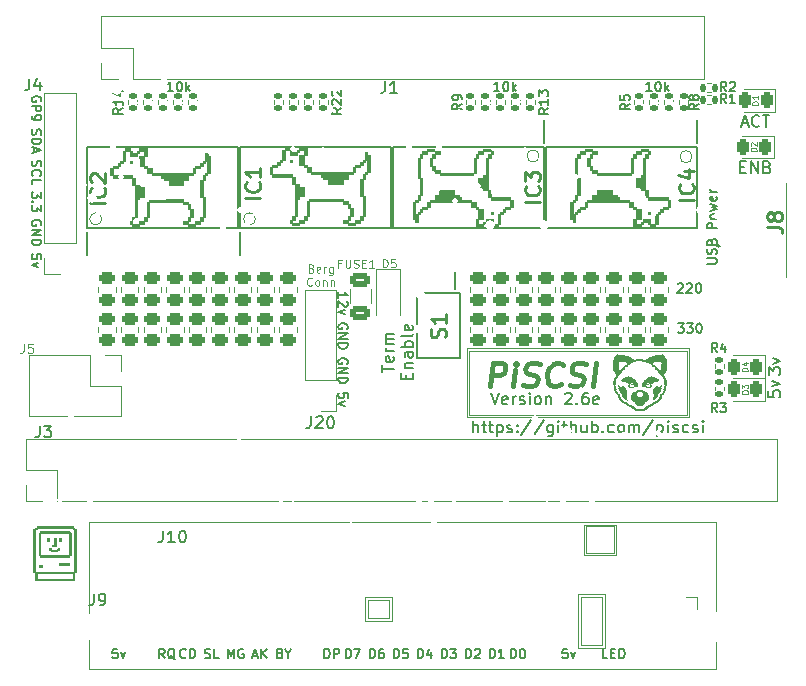
<source format=gbr>
%TF.GenerationSoftware,KiCad,Pcbnew,(6.0.5-0)*%
%TF.CreationDate,2023-01-22T16:33:31-06:00*%
%TF.ProjectId,piscsi,70697363-7369-42e6-9b69-6361645f7063,rev?*%
%TF.SameCoordinates,PX59d60c0PY325aa00*%
%TF.FileFunction,Legend,Top*%
%TF.FilePolarity,Positive*%
%FSLAX46Y46*%
G04 Gerber Fmt 4.6, Leading zero omitted, Abs format (unit mm)*
G04 Created by KiCad (PCBNEW (6.0.5-0)) date 2023-01-22 16:33:31*
%MOMM*%
%LPD*%
G01*
G04 APERTURE LIST*
G04 Aperture macros list*
%AMRoundRect*
0 Rectangle with rounded corners*
0 $1 Rounding radius*
0 $2 $3 $4 $5 $6 $7 $8 $9 X,Y pos of 4 corners*
0 Add a 4 corners polygon primitive as box body*
4,1,4,$2,$3,$4,$5,$6,$7,$8,$9,$2,$3,0*
0 Add four circle primitives for the rounded corners*
1,1,$1+$1,$2,$3*
1,1,$1+$1,$4,$5*
1,1,$1+$1,$6,$7*
1,1,$1+$1,$8,$9*
0 Add four rect primitives between the rounded corners*
20,1,$1+$1,$2,$3,$4,$5,0*
20,1,$1+$1,$4,$5,$6,$7,0*
20,1,$1+$1,$6,$7,$8,$9,0*
20,1,$1+$1,$8,$9,$2,$3,0*%
G04 Aperture macros list end*
%ADD10C,0.120000*%
%ADD11C,0.150000*%
%ADD12C,0.100000*%
%ADD13C,0.400000*%
%ADD14C,0.254000*%
%ADD15C,0.125000*%
%ADD16C,0.200000*%
%ADD17C,0.010000*%
%ADD18RoundRect,0.243750X0.243750X0.456250X-0.243750X0.456250X-0.243750X-0.456250X0.243750X-0.456250X0*%
%ADD19C,0.800000*%
%ADD20C,5.400000*%
%ADD21R,1.700000X1.700000*%
%ADD22O,1.700000X1.700000*%
%ADD23RoundRect,0.250000X-0.450000X0.262500X-0.450000X-0.262500X0.450000X-0.262500X0.450000X0.262500X0*%
%ADD24RoundRect,0.250000X-0.625000X0.375000X-0.625000X-0.375000X0.625000X-0.375000X0.625000X0.375000X0*%
%ADD25R,0.650000X1.950000*%
%ADD26RoundRect,0.135000X-0.135000X-0.185000X0.135000X-0.185000X0.135000X0.185000X-0.135000X0.185000X0*%
%ADD27RoundRect,0.135000X-0.185000X0.135000X-0.185000X-0.135000X0.185000X-0.135000X0.185000X0.135000X0*%
%ADD28RoundRect,0.250000X0.450000X-0.262500X0.450000X0.262500X-0.450000X0.262500X-0.450000X-0.262500X0*%
%ADD29R,0.750000X1.425000*%
%ADD30R,1.100000X1.100000*%
%ADD31R,1.400000X0.400000*%
%ADD32C,2.000000*%
%ADD33R,1.350000X1.350000*%
%ADD34O,1.350000X1.350000*%
%ADD35C,1.545000*%
%ADD36C,4.845000*%
%ADD37C,0.500000*%
G04 APERTURE END LIST*
D10*
X87350453Y-7652000D02*
G75*
G03*
X87350453Y-7652000I-511953J0D01*
G01*
X89950000Y6826000D02*
X87283000Y6826000D01*
X137324953Y-2381500D02*
G75*
G03*
X137324953Y-2381500I-511953J0D01*
G01*
X109594000Y-39672000D02*
X111880000Y-39672000D01*
X111880000Y-39672000D02*
X111880000Y-41704000D01*
X111880000Y-41704000D02*
X109594000Y-41704000D01*
X109594000Y-41704000D02*
X109594000Y-39672000D01*
X128177000Y-33560000D02*
X130844000Y-33560000D01*
X130844000Y-33560000D02*
X130844000Y-36100000D01*
X130844000Y-36100000D02*
X128177000Y-36100000D01*
X128177000Y-36100000D02*
X128177000Y-33560000D01*
X88680000Y4159000D02*
X87283000Y4159000D01*
X124370953Y-2318000D02*
G75*
G03*
X124370953Y-2318000I-511953J0D01*
G01*
X138337000Y4159000D02*
X89950000Y4159000D01*
X87283000Y9493000D02*
X138337000Y9493000D01*
X87283000Y4159000D02*
X87283000Y5556000D01*
X127882000Y-39672000D02*
X129660000Y-39672000D01*
X129660000Y-39672000D02*
X129660000Y-43736000D01*
X129660000Y-43736000D02*
X127882000Y-43736000D01*
X127882000Y-43736000D02*
X127882000Y-39672000D01*
X89950000Y4159000D02*
X89950000Y6826000D01*
X118470000Y-18820000D02*
X136870000Y-18820000D01*
X136870000Y-18820000D02*
X136870000Y-24220000D01*
X136870000Y-24220000D02*
X118470000Y-24220000D01*
X118470000Y-24220000D02*
X118470000Y-18820000D01*
X118270000Y-18620000D02*
X137070000Y-18620000D01*
X137070000Y-18620000D02*
X137070000Y-24420000D01*
X137070000Y-24420000D02*
X118270000Y-24420000D01*
X118270000Y-24420000D02*
X118270000Y-18620000D01*
X128304000Y-33687000D02*
X130717000Y-33687000D01*
X130717000Y-33687000D02*
X130717000Y-35973000D01*
X130717000Y-35973000D02*
X128304000Y-35973000D01*
X128304000Y-35973000D02*
X128304000Y-33687000D01*
X138337000Y9493000D02*
X138337000Y4159000D01*
X86267000Y-33306000D02*
X139353000Y-33306000D01*
X139353000Y-33306000D02*
X139353000Y-45752000D01*
X139353000Y-45752000D02*
X86267000Y-45752000D01*
X86267000Y-45752000D02*
X86267000Y-33306000D01*
X109848000Y-39926000D02*
X111626000Y-39926000D01*
X111626000Y-39926000D02*
X111626000Y-41450000D01*
X111626000Y-41450000D02*
X109848000Y-41450000D01*
X109848000Y-41450000D02*
X109848000Y-39926000D01*
X87283000Y6826000D02*
X87283000Y9493000D01*
X100367953Y-7652000D02*
G75*
G03*
X100367953Y-7652000I-511953J0D01*
G01*
X127628000Y-39418000D02*
X129914000Y-39418000D01*
X129914000Y-39418000D02*
X129914000Y-43990000D01*
X129914000Y-43990000D02*
X127628000Y-43990000D01*
X127628000Y-43990000D02*
X127628000Y-39418000D01*
D11*
X136131428Y-16501904D02*
X136626666Y-16501904D01*
X136360000Y-16806666D01*
X136474285Y-16806666D01*
X136550476Y-16844761D01*
X136588571Y-16882857D01*
X136626666Y-16959047D01*
X136626666Y-17149523D01*
X136588571Y-17225714D01*
X136550476Y-17263809D01*
X136474285Y-17301904D01*
X136245714Y-17301904D01*
X136169523Y-17263809D01*
X136131428Y-17225714D01*
X136893333Y-16501904D02*
X137388571Y-16501904D01*
X137121904Y-16806666D01*
X137236190Y-16806666D01*
X137312380Y-16844761D01*
X137350476Y-16882857D01*
X137388571Y-16959047D01*
X137388571Y-17149523D01*
X137350476Y-17225714D01*
X137312380Y-17263809D01*
X137236190Y-17301904D01*
X137007619Y-17301904D01*
X136931428Y-17263809D01*
X136893333Y-17225714D01*
X137883809Y-16501904D02*
X137960000Y-16501904D01*
X138036190Y-16540000D01*
X138074285Y-16578095D01*
X138112380Y-16654285D01*
X138150476Y-16806666D01*
X138150476Y-16997142D01*
X138112380Y-17149523D01*
X138074285Y-17225714D01*
X138036190Y-17263809D01*
X137960000Y-17301904D01*
X137883809Y-17301904D01*
X137807619Y-17263809D01*
X137769523Y-17225714D01*
X137731428Y-17149523D01*
X137693333Y-16997142D01*
X137693333Y-16806666D01*
X137731428Y-16654285D01*
X137769523Y-16578095D01*
X137807619Y-16540000D01*
X137883809Y-16501904D01*
X81447390Y-55439D02*
X81409295Y-169725D01*
X81409295Y-360201D01*
X81447390Y-436391D01*
X81485485Y-474487D01*
X81561676Y-512582D01*
X81637866Y-512582D01*
X81714057Y-474487D01*
X81752152Y-436391D01*
X81790247Y-360201D01*
X81828342Y-207820D01*
X81866438Y-131629D01*
X81904533Y-93534D01*
X81980723Y-55439D01*
X82056914Y-55439D01*
X82133104Y-93534D01*
X82171200Y-131629D01*
X82209295Y-207820D01*
X82209295Y-398296D01*
X82171200Y-512582D01*
X81409295Y-855439D02*
X82209295Y-855439D01*
X82209295Y-1045915D01*
X82171200Y-1160201D01*
X82095009Y-1236391D01*
X82018819Y-1274487D01*
X81866438Y-1312582D01*
X81752152Y-1312582D01*
X81599771Y-1274487D01*
X81523580Y-1236391D01*
X81447390Y-1160201D01*
X81409295Y-1045915D01*
X81409295Y-855439D01*
X81637866Y-1617344D02*
X81637866Y-1998296D01*
X81409295Y-1541153D02*
X82209295Y-1807820D01*
X81409295Y-2074487D01*
X81447390Y-2745165D02*
X81409295Y-2859450D01*
X81409295Y-3049926D01*
X81447390Y-3126117D01*
X81485485Y-3164212D01*
X81561676Y-3202307D01*
X81637866Y-3202307D01*
X81714057Y-3164212D01*
X81752152Y-3126117D01*
X81790247Y-3049926D01*
X81828342Y-2897546D01*
X81866438Y-2821355D01*
X81904533Y-2783260D01*
X81980723Y-2745165D01*
X82056914Y-2745165D01*
X82133104Y-2783260D01*
X82171200Y-2821355D01*
X82209295Y-2897546D01*
X82209295Y-3088022D01*
X82171200Y-3202307D01*
X81485485Y-4002307D02*
X81447390Y-3964212D01*
X81409295Y-3849926D01*
X81409295Y-3773736D01*
X81447390Y-3659450D01*
X81523580Y-3583260D01*
X81599771Y-3545165D01*
X81752152Y-3507069D01*
X81866438Y-3507069D01*
X82018819Y-3545165D01*
X82095009Y-3583260D01*
X82171200Y-3659450D01*
X82209295Y-3773736D01*
X82209295Y-3849926D01*
X82171200Y-3964212D01*
X82133104Y-4002307D01*
X81409295Y-4726117D02*
X81409295Y-4345165D01*
X82209295Y-4345165D01*
X133923809Y3162096D02*
X133466666Y3162096D01*
X133695238Y3162096D02*
X133695238Y3962096D01*
X133619047Y3847810D01*
X133542857Y3771620D01*
X133466666Y3733524D01*
X134419047Y3962096D02*
X134495238Y3962096D01*
X134571428Y3924000D01*
X134609523Y3885905D01*
X134647619Y3809715D01*
X134685714Y3657334D01*
X134685714Y3466858D01*
X134647619Y3314477D01*
X134609523Y3238286D01*
X134571428Y3200191D01*
X134495238Y3162096D01*
X134419047Y3162096D01*
X134342857Y3200191D01*
X134304761Y3238286D01*
X134266666Y3314477D01*
X134228571Y3466858D01*
X134228571Y3657334D01*
X134266666Y3809715D01*
X134304761Y3885905D01*
X134342857Y3924000D01*
X134419047Y3962096D01*
X135028571Y3162096D02*
X135028571Y3962096D01*
X135104761Y3466858D02*
X135333333Y3162096D01*
X135333333Y3695429D02*
X135028571Y3390667D01*
X143812380Y-20844285D02*
X143812380Y-20225238D01*
X144193333Y-20558571D01*
X144193333Y-20415714D01*
X144240952Y-20320476D01*
X144288571Y-20272857D01*
X144383809Y-20225238D01*
X144621904Y-20225238D01*
X144717142Y-20272857D01*
X144764761Y-20320476D01*
X144812380Y-20415714D01*
X144812380Y-20701428D01*
X144764761Y-20796666D01*
X144717142Y-20844285D01*
X144145714Y-19891904D02*
X144812380Y-19653809D01*
X144145714Y-19415714D01*
X118771904Y-25732380D02*
X118771904Y-24732380D01*
X119200476Y-25732380D02*
X119200476Y-25208571D01*
X119152857Y-25113333D01*
X119057619Y-25065714D01*
X118914761Y-25065714D01*
X118819523Y-25113333D01*
X118771904Y-25160952D01*
X119533809Y-25065714D02*
X119914761Y-25065714D01*
X119676666Y-24732380D02*
X119676666Y-25589523D01*
X119724285Y-25684761D01*
X119819523Y-25732380D01*
X119914761Y-25732380D01*
X120105238Y-25065714D02*
X120486190Y-25065714D01*
X120248095Y-24732380D02*
X120248095Y-25589523D01*
X120295714Y-25684761D01*
X120390952Y-25732380D01*
X120486190Y-25732380D01*
X120819523Y-25065714D02*
X120819523Y-26065714D01*
X120819523Y-25113333D02*
X120914761Y-25065714D01*
X121105238Y-25065714D01*
X121200476Y-25113333D01*
X121248095Y-25160952D01*
X121295714Y-25256190D01*
X121295714Y-25541904D01*
X121248095Y-25637142D01*
X121200476Y-25684761D01*
X121105238Y-25732380D01*
X120914761Y-25732380D01*
X120819523Y-25684761D01*
X121676666Y-25684761D02*
X121771904Y-25732380D01*
X121962380Y-25732380D01*
X122057619Y-25684761D01*
X122105238Y-25589523D01*
X122105238Y-25541904D01*
X122057619Y-25446666D01*
X121962380Y-25399047D01*
X121819523Y-25399047D01*
X121724285Y-25351428D01*
X121676666Y-25256190D01*
X121676666Y-25208571D01*
X121724285Y-25113333D01*
X121819523Y-25065714D01*
X121962380Y-25065714D01*
X122057619Y-25113333D01*
X122533809Y-25637142D02*
X122581428Y-25684761D01*
X122533809Y-25732380D01*
X122486190Y-25684761D01*
X122533809Y-25637142D01*
X122533809Y-25732380D01*
X122533809Y-25113333D02*
X122581428Y-25160952D01*
X122533809Y-25208571D01*
X122486190Y-25160952D01*
X122533809Y-25113333D01*
X122533809Y-25208571D01*
X123724285Y-24684761D02*
X122867142Y-25970476D01*
X124771904Y-24684761D02*
X123914761Y-25970476D01*
X125533809Y-25065714D02*
X125533809Y-25875238D01*
X125486190Y-25970476D01*
X125438571Y-26018095D01*
X125343333Y-26065714D01*
X125200476Y-26065714D01*
X125105238Y-26018095D01*
X125533809Y-25684761D02*
X125438571Y-25732380D01*
X125248095Y-25732380D01*
X125152857Y-25684761D01*
X125105238Y-25637142D01*
X125057619Y-25541904D01*
X125057619Y-25256190D01*
X125105238Y-25160952D01*
X125152857Y-25113333D01*
X125248095Y-25065714D01*
X125438571Y-25065714D01*
X125533809Y-25113333D01*
X126010000Y-25732380D02*
X126010000Y-25065714D01*
X126010000Y-24732380D02*
X125962380Y-24780000D01*
X126010000Y-24827619D01*
X126057619Y-24780000D01*
X126010000Y-24732380D01*
X126010000Y-24827619D01*
X126343333Y-25065714D02*
X126724285Y-25065714D01*
X126486190Y-24732380D02*
X126486190Y-25589523D01*
X126533809Y-25684761D01*
X126629047Y-25732380D01*
X126724285Y-25732380D01*
X127057619Y-25732380D02*
X127057619Y-24732380D01*
X127486190Y-25732380D02*
X127486190Y-25208571D01*
X127438571Y-25113333D01*
X127343333Y-25065714D01*
X127200476Y-25065714D01*
X127105238Y-25113333D01*
X127057619Y-25160952D01*
X128390952Y-25065714D02*
X128390952Y-25732380D01*
X127962380Y-25065714D02*
X127962380Y-25589523D01*
X128010000Y-25684761D01*
X128105238Y-25732380D01*
X128248095Y-25732380D01*
X128343333Y-25684761D01*
X128390952Y-25637142D01*
X128867142Y-25732380D02*
X128867142Y-24732380D01*
X128867142Y-25113333D02*
X128962380Y-25065714D01*
X129152857Y-25065714D01*
X129248095Y-25113333D01*
X129295714Y-25160952D01*
X129343333Y-25256190D01*
X129343333Y-25541904D01*
X129295714Y-25637142D01*
X129248095Y-25684761D01*
X129152857Y-25732380D01*
X128962380Y-25732380D01*
X128867142Y-25684761D01*
X129771904Y-25637142D02*
X129819523Y-25684761D01*
X129771904Y-25732380D01*
X129724285Y-25684761D01*
X129771904Y-25637142D01*
X129771904Y-25732380D01*
X130676666Y-25684761D02*
X130581428Y-25732380D01*
X130390952Y-25732380D01*
X130295714Y-25684761D01*
X130248095Y-25637142D01*
X130200476Y-25541904D01*
X130200476Y-25256190D01*
X130248095Y-25160952D01*
X130295714Y-25113333D01*
X130390952Y-25065714D01*
X130581428Y-25065714D01*
X130676666Y-25113333D01*
X131248095Y-25732380D02*
X131152857Y-25684761D01*
X131105238Y-25637142D01*
X131057619Y-25541904D01*
X131057619Y-25256190D01*
X131105238Y-25160952D01*
X131152857Y-25113333D01*
X131248095Y-25065714D01*
X131390952Y-25065714D01*
X131486190Y-25113333D01*
X131533809Y-25160952D01*
X131581428Y-25256190D01*
X131581428Y-25541904D01*
X131533809Y-25637142D01*
X131486190Y-25684761D01*
X131390952Y-25732380D01*
X131248095Y-25732380D01*
X132010000Y-25732380D02*
X132010000Y-25065714D01*
X132010000Y-25160952D02*
X132057619Y-25113333D01*
X132152857Y-25065714D01*
X132295714Y-25065714D01*
X132390952Y-25113333D01*
X132438571Y-25208571D01*
X132438571Y-25732380D01*
X132438571Y-25208571D02*
X132486190Y-25113333D01*
X132581428Y-25065714D01*
X132724285Y-25065714D01*
X132819523Y-25113333D01*
X132867142Y-25208571D01*
X132867142Y-25732380D01*
X134057619Y-24684761D02*
X133200476Y-25970476D01*
X134390952Y-25065714D02*
X134390952Y-26065714D01*
X134390952Y-25113333D02*
X134486190Y-25065714D01*
X134676666Y-25065714D01*
X134771904Y-25113333D01*
X134819523Y-25160952D01*
X134867142Y-25256190D01*
X134867142Y-25541904D01*
X134819523Y-25637142D01*
X134771904Y-25684761D01*
X134676666Y-25732380D01*
X134486190Y-25732380D01*
X134390952Y-25684761D01*
X135295714Y-25732380D02*
X135295714Y-25065714D01*
X135295714Y-24732380D02*
X135248095Y-24780000D01*
X135295714Y-24827619D01*
X135343333Y-24780000D01*
X135295714Y-24732380D01*
X135295714Y-24827619D01*
X135724285Y-25684761D02*
X135819523Y-25732380D01*
X136010000Y-25732380D01*
X136105238Y-25684761D01*
X136152857Y-25589523D01*
X136152857Y-25541904D01*
X136105238Y-25446666D01*
X136010000Y-25399047D01*
X135867142Y-25399047D01*
X135771904Y-25351428D01*
X135724285Y-25256190D01*
X135724285Y-25208571D01*
X135771904Y-25113333D01*
X135867142Y-25065714D01*
X136010000Y-25065714D01*
X136105238Y-25113333D01*
X137010000Y-25684761D02*
X136914761Y-25732380D01*
X136724285Y-25732380D01*
X136629047Y-25684761D01*
X136581428Y-25637142D01*
X136533809Y-25541904D01*
X136533809Y-25256190D01*
X136581428Y-25160952D01*
X136629047Y-25113333D01*
X136724285Y-25065714D01*
X136914761Y-25065714D01*
X137010000Y-25113333D01*
X137390952Y-25684761D02*
X137486190Y-25732380D01*
X137676666Y-25732380D01*
X137771904Y-25684761D01*
X137819523Y-25589523D01*
X137819523Y-25541904D01*
X137771904Y-25446666D01*
X137676666Y-25399047D01*
X137533809Y-25399047D01*
X137438571Y-25351428D01*
X137390952Y-25256190D01*
X137390952Y-25208571D01*
X137438571Y-25113333D01*
X137533809Y-25065714D01*
X137676666Y-25065714D01*
X137771904Y-25113333D01*
X138248095Y-25732380D02*
X138248095Y-25065714D01*
X138248095Y-24732380D02*
X138200476Y-24780000D01*
X138248095Y-24827619D01*
X138295714Y-24780000D01*
X138248095Y-24732380D01*
X138248095Y-24827619D01*
X141535952Y436334D02*
X142012142Y436334D01*
X141440714Y150620D02*
X141774047Y1150620D01*
X142107380Y150620D01*
X143012142Y245858D02*
X142964523Y198239D01*
X142821666Y150620D01*
X142726428Y150620D01*
X142583571Y198239D01*
X142488333Y293477D01*
X142440714Y388715D01*
X142393095Y579191D01*
X142393095Y722048D01*
X142440714Y912524D01*
X142488333Y1007762D01*
X142583571Y1103000D01*
X142726428Y1150620D01*
X142821666Y1150620D01*
X142964523Y1103000D01*
X143012142Y1055381D01*
X143297857Y1150620D02*
X143869285Y1150620D01*
X143583571Y150620D02*
X143583571Y1150620D01*
X141416904Y-3262571D02*
X141750238Y-3262571D01*
X141893095Y-3786380D02*
X141416904Y-3786380D01*
X141416904Y-2786380D01*
X141893095Y-2786380D01*
X142321666Y-3786380D02*
X142321666Y-2786380D01*
X142893095Y-3786380D01*
X142893095Y-2786380D01*
X143702619Y-3262571D02*
X143845476Y-3310190D01*
X143893095Y-3357809D01*
X143940714Y-3453047D01*
X143940714Y-3595904D01*
X143893095Y-3691142D01*
X143845476Y-3738761D01*
X143750238Y-3786380D01*
X143369285Y-3786380D01*
X143369285Y-2786380D01*
X143702619Y-2786380D01*
X143797857Y-2834000D01*
X143845476Y-2881619D01*
X143893095Y-2976857D01*
X143893095Y-3072095D01*
X143845476Y-3167333D01*
X143797857Y-3214952D01*
X143702619Y-3262571D01*
X143369285Y-3262571D01*
X111333666Y4008120D02*
X111333666Y3293834D01*
X111286047Y3150977D01*
X111190809Y3055739D01*
X111047952Y3008120D01*
X110952714Y3008120D01*
X112333666Y3008120D02*
X111762238Y3008120D01*
X112047952Y3008120D02*
X112047952Y4008120D01*
X111952714Y3865262D01*
X111857476Y3770024D01*
X111762238Y3722405D01*
X138597404Y-11436214D02*
X139245023Y-11436214D01*
X139321214Y-11398119D01*
X139359309Y-11360023D01*
X139397404Y-11283833D01*
X139397404Y-11131452D01*
X139359309Y-11055261D01*
X139321214Y-11017166D01*
X139245023Y-10979071D01*
X138597404Y-10979071D01*
X139359309Y-10636214D02*
X139397404Y-10521928D01*
X139397404Y-10331452D01*
X139359309Y-10255261D01*
X139321214Y-10217166D01*
X139245023Y-10179071D01*
X139168833Y-10179071D01*
X139092642Y-10217166D01*
X139054547Y-10255261D01*
X139016452Y-10331452D01*
X138978357Y-10483833D01*
X138940261Y-10560023D01*
X138902166Y-10598119D01*
X138825976Y-10636214D01*
X138749785Y-10636214D01*
X138673595Y-10598119D01*
X138635500Y-10560023D01*
X138597404Y-10483833D01*
X138597404Y-10293357D01*
X138635500Y-10179071D01*
X138978357Y-9569547D02*
X139016452Y-9455261D01*
X139054547Y-9417166D01*
X139130738Y-9379071D01*
X139245023Y-9379071D01*
X139321214Y-9417166D01*
X139359309Y-9455261D01*
X139397404Y-9531452D01*
X139397404Y-9836214D01*
X138597404Y-9836214D01*
X138597404Y-9569547D01*
X138635500Y-9493357D01*
X138673595Y-9455261D01*
X138749785Y-9417166D01*
X138825976Y-9417166D01*
X138902166Y-9455261D01*
X138940261Y-9493357D01*
X138978357Y-9569547D01*
X138978357Y-9836214D01*
X139397404Y-8426690D02*
X138597404Y-8426690D01*
X138597404Y-8121928D01*
X138635500Y-8045738D01*
X138673595Y-8007642D01*
X138749785Y-7969547D01*
X138864071Y-7969547D01*
X138940261Y-8007642D01*
X138978357Y-8045738D01*
X139016452Y-8121928D01*
X139016452Y-8426690D01*
X139397404Y-7512404D02*
X139359309Y-7588595D01*
X139321214Y-7626690D01*
X139245023Y-7664785D01*
X139016452Y-7664785D01*
X138940261Y-7626690D01*
X138902166Y-7588595D01*
X138864071Y-7512404D01*
X138864071Y-7398119D01*
X138902166Y-7321928D01*
X138940261Y-7283833D01*
X139016452Y-7245738D01*
X139245023Y-7245738D01*
X139321214Y-7283833D01*
X139359309Y-7321928D01*
X139397404Y-7398119D01*
X139397404Y-7512404D01*
X138864071Y-6979071D02*
X139397404Y-6826690D01*
X139016452Y-6674309D01*
X139397404Y-6521928D01*
X138864071Y-6369547D01*
X139359309Y-5760023D02*
X139397404Y-5836214D01*
X139397404Y-5988595D01*
X139359309Y-6064785D01*
X139283119Y-6102880D01*
X138978357Y-6102880D01*
X138902166Y-6064785D01*
X138864071Y-5988595D01*
X138864071Y-5836214D01*
X138902166Y-5760023D01*
X138978357Y-5721928D01*
X139054547Y-5721928D01*
X139130738Y-6102880D01*
X139397404Y-5379071D02*
X138864071Y-5379071D01*
X139016452Y-5379071D02*
X138940261Y-5340976D01*
X138902166Y-5302880D01*
X138864071Y-5226690D01*
X138864071Y-5150500D01*
X96087619Y-44821809D02*
X96201904Y-44859904D01*
X96392380Y-44859904D01*
X96468571Y-44821809D01*
X96506666Y-44783714D01*
X96544761Y-44707523D01*
X96544761Y-44631333D01*
X96506666Y-44555142D01*
X96468571Y-44517047D01*
X96392380Y-44478952D01*
X96240000Y-44440857D01*
X96163809Y-44402761D01*
X96125714Y-44364666D01*
X96087619Y-44288476D01*
X96087619Y-44212285D01*
X96125714Y-44136095D01*
X96163809Y-44098000D01*
X96240000Y-44059904D01*
X96430476Y-44059904D01*
X96544761Y-44098000D01*
X97268571Y-44859904D02*
X96887619Y-44859904D01*
X96887619Y-44059904D01*
X92658571Y-44859904D02*
X92391904Y-44478952D01*
X92201428Y-44859904D02*
X92201428Y-44059904D01*
X92506190Y-44059904D01*
X92582380Y-44098000D01*
X92620476Y-44136095D01*
X92658571Y-44212285D01*
X92658571Y-44326571D01*
X92620476Y-44402761D01*
X92582380Y-44440857D01*
X92506190Y-44478952D01*
X92201428Y-44478952D01*
X93534761Y-44936095D02*
X93458571Y-44898000D01*
X93382380Y-44821809D01*
X93268095Y-44707523D01*
X93191904Y-44669428D01*
X93115714Y-44669428D01*
X93153809Y-44859904D02*
X93077619Y-44821809D01*
X93001428Y-44745619D01*
X92963333Y-44593238D01*
X92963333Y-44326571D01*
X93001428Y-44174190D01*
X93077619Y-44098000D01*
X93153809Y-44059904D01*
X93306190Y-44059904D01*
X93382380Y-44098000D01*
X93458571Y-44174190D01*
X93496666Y-44326571D01*
X93496666Y-44593238D01*
X93458571Y-44745619D01*
X93382380Y-44821809D01*
X93306190Y-44859904D01*
X93153809Y-44859904D01*
X94455619Y-44783714D02*
X94417523Y-44821809D01*
X94303238Y-44859904D01*
X94227047Y-44859904D01*
X94112761Y-44821809D01*
X94036571Y-44745619D01*
X93998476Y-44669428D01*
X93960380Y-44517047D01*
X93960380Y-44402761D01*
X93998476Y-44250380D01*
X94036571Y-44174190D01*
X94112761Y-44098000D01*
X94227047Y-44059904D01*
X94303238Y-44059904D01*
X94417523Y-44098000D01*
X94455619Y-44136095D01*
X94798476Y-44859904D02*
X94798476Y-44059904D01*
X94988952Y-44059904D01*
X95103238Y-44098000D01*
X95179428Y-44174190D01*
X95217523Y-44250380D01*
X95255619Y-44402761D01*
X95255619Y-44517047D01*
X95217523Y-44669428D01*
X95179428Y-44745619D01*
X95103238Y-44821809D01*
X94988952Y-44859904D01*
X94798476Y-44859904D01*
X88651714Y-44059904D02*
X88270761Y-44059904D01*
X88232666Y-44440857D01*
X88270761Y-44402761D01*
X88346952Y-44364666D01*
X88537428Y-44364666D01*
X88613619Y-44402761D01*
X88651714Y-44440857D01*
X88689809Y-44517047D01*
X88689809Y-44707523D01*
X88651714Y-44783714D01*
X88613619Y-44821809D01*
X88537428Y-44859904D01*
X88346952Y-44859904D01*
X88270761Y-44821809D01*
X88232666Y-44783714D01*
X88956476Y-44326571D02*
X89146952Y-44859904D01*
X89337428Y-44326571D01*
X98005333Y-44859904D02*
X98005333Y-44059904D01*
X98272000Y-44631333D01*
X98538666Y-44059904D01*
X98538666Y-44859904D01*
X99338666Y-44098000D02*
X99262476Y-44059904D01*
X99148190Y-44059904D01*
X99033904Y-44098000D01*
X98957714Y-44174190D01*
X98919619Y-44250380D01*
X98881523Y-44402761D01*
X98881523Y-44517047D01*
X98919619Y-44669428D01*
X98957714Y-44745619D01*
X99033904Y-44821809D01*
X99148190Y-44859904D01*
X99224380Y-44859904D01*
X99338666Y-44821809D01*
X99376761Y-44783714D01*
X99376761Y-44517047D01*
X99224380Y-44517047D01*
X126751714Y-44059904D02*
X126370761Y-44059904D01*
X126332666Y-44440857D01*
X126370761Y-44402761D01*
X126446952Y-44364666D01*
X126637428Y-44364666D01*
X126713619Y-44402761D01*
X126751714Y-44440857D01*
X126789809Y-44517047D01*
X126789809Y-44707523D01*
X126751714Y-44783714D01*
X126713619Y-44821809D01*
X126637428Y-44859904D01*
X126446952Y-44859904D01*
X126370761Y-44821809D01*
X126332666Y-44783714D01*
X127056476Y-44326571D02*
X127246952Y-44859904D01*
X127437428Y-44326571D01*
X100113523Y-44631333D02*
X100494476Y-44631333D01*
X100037333Y-44859904D02*
X100304000Y-44059904D01*
X100570666Y-44859904D01*
X100837333Y-44859904D02*
X100837333Y-44059904D01*
X101294476Y-44859904D02*
X100951619Y-44402761D01*
X101294476Y-44059904D02*
X100837333Y-44517047D01*
X102450285Y-44440857D02*
X102564571Y-44478952D01*
X102602666Y-44517047D01*
X102640761Y-44593238D01*
X102640761Y-44707523D01*
X102602666Y-44783714D01*
X102564571Y-44821809D01*
X102488380Y-44859904D01*
X102183619Y-44859904D01*
X102183619Y-44059904D01*
X102450285Y-44059904D01*
X102526476Y-44098000D01*
X102564571Y-44136095D01*
X102602666Y-44212285D01*
X102602666Y-44288476D01*
X102564571Y-44364666D01*
X102526476Y-44402761D01*
X102450285Y-44440857D01*
X102183619Y-44440857D01*
X103136000Y-44478952D02*
X103136000Y-44859904D01*
X102869333Y-44059904D02*
X103136000Y-44478952D01*
X103402666Y-44059904D01*
X110019523Y-44859904D02*
X110019523Y-44059904D01*
X110210000Y-44059904D01*
X110324285Y-44098000D01*
X110400476Y-44174190D01*
X110438571Y-44250380D01*
X110476666Y-44402761D01*
X110476666Y-44517047D01*
X110438571Y-44669428D01*
X110400476Y-44745619D01*
X110324285Y-44821809D01*
X110210000Y-44859904D01*
X110019523Y-44859904D01*
X111162380Y-44059904D02*
X111010000Y-44059904D01*
X110933809Y-44098000D01*
X110895714Y-44136095D01*
X110819523Y-44250380D01*
X110781428Y-44402761D01*
X110781428Y-44707523D01*
X110819523Y-44783714D01*
X110857619Y-44821809D01*
X110933809Y-44859904D01*
X111086190Y-44859904D01*
X111162380Y-44821809D01*
X111200476Y-44783714D01*
X111238571Y-44707523D01*
X111238571Y-44517047D01*
X111200476Y-44440857D01*
X111162380Y-44402761D01*
X111086190Y-44364666D01*
X110933809Y-44364666D01*
X110857619Y-44402761D01*
X110819523Y-44440857D01*
X110781428Y-44517047D01*
X107987523Y-44859904D02*
X107987523Y-44059904D01*
X108178000Y-44059904D01*
X108292285Y-44098000D01*
X108368476Y-44174190D01*
X108406571Y-44250380D01*
X108444666Y-44402761D01*
X108444666Y-44517047D01*
X108406571Y-44669428D01*
X108368476Y-44745619D01*
X108292285Y-44821809D01*
X108178000Y-44859904D01*
X107987523Y-44859904D01*
X108711333Y-44059904D02*
X109244666Y-44059904D01*
X108901809Y-44859904D01*
X114083523Y-44859904D02*
X114083523Y-44059904D01*
X114274000Y-44059904D01*
X114388285Y-44098000D01*
X114464476Y-44174190D01*
X114502571Y-44250380D01*
X114540666Y-44402761D01*
X114540666Y-44517047D01*
X114502571Y-44669428D01*
X114464476Y-44745619D01*
X114388285Y-44821809D01*
X114274000Y-44859904D01*
X114083523Y-44859904D01*
X115226380Y-44326571D02*
X115226380Y-44859904D01*
X115035904Y-44021809D02*
X114845428Y-44593238D01*
X115340666Y-44593238D01*
X116115523Y-44859904D02*
X116115523Y-44059904D01*
X116306000Y-44059904D01*
X116420285Y-44098000D01*
X116496476Y-44174190D01*
X116534571Y-44250380D01*
X116572666Y-44402761D01*
X116572666Y-44517047D01*
X116534571Y-44669428D01*
X116496476Y-44745619D01*
X116420285Y-44821809D01*
X116306000Y-44859904D01*
X116115523Y-44859904D01*
X116839333Y-44059904D02*
X117334571Y-44059904D01*
X117067904Y-44364666D01*
X117182190Y-44364666D01*
X117258380Y-44402761D01*
X117296476Y-44440857D01*
X117334571Y-44517047D01*
X117334571Y-44707523D01*
X117296476Y-44783714D01*
X117258380Y-44821809D01*
X117182190Y-44859904D01*
X116953619Y-44859904D01*
X116877428Y-44821809D01*
X116839333Y-44783714D01*
X118147523Y-44859904D02*
X118147523Y-44059904D01*
X118338000Y-44059904D01*
X118452285Y-44098000D01*
X118528476Y-44174190D01*
X118566571Y-44250380D01*
X118604666Y-44402761D01*
X118604666Y-44517047D01*
X118566571Y-44669428D01*
X118528476Y-44745619D01*
X118452285Y-44821809D01*
X118338000Y-44859904D01*
X118147523Y-44859904D01*
X118909428Y-44136095D02*
X118947523Y-44098000D01*
X119023714Y-44059904D01*
X119214190Y-44059904D01*
X119290380Y-44098000D01*
X119328476Y-44136095D01*
X119366571Y-44212285D01*
X119366571Y-44288476D01*
X119328476Y-44402761D01*
X118871333Y-44859904D01*
X119366571Y-44859904D01*
X121957523Y-44859904D02*
X121957523Y-44059904D01*
X122148000Y-44059904D01*
X122262285Y-44098000D01*
X122338476Y-44174190D01*
X122376571Y-44250380D01*
X122414666Y-44402761D01*
X122414666Y-44517047D01*
X122376571Y-44669428D01*
X122338476Y-44745619D01*
X122262285Y-44821809D01*
X122148000Y-44859904D01*
X121957523Y-44859904D01*
X122909904Y-44059904D02*
X122986095Y-44059904D01*
X123062285Y-44098000D01*
X123100380Y-44136095D01*
X123138476Y-44212285D01*
X123176571Y-44364666D01*
X123176571Y-44555142D01*
X123138476Y-44707523D01*
X123100380Y-44783714D01*
X123062285Y-44821809D01*
X122986095Y-44859904D01*
X122909904Y-44859904D01*
X122833714Y-44821809D01*
X122795619Y-44783714D01*
X122757523Y-44707523D01*
X122719428Y-44555142D01*
X122719428Y-44364666D01*
X122757523Y-44212285D01*
X122795619Y-44136095D01*
X122833714Y-44098000D01*
X122909904Y-44059904D01*
X120179523Y-44859904D02*
X120179523Y-44059904D01*
X120370000Y-44059904D01*
X120484285Y-44098000D01*
X120560476Y-44174190D01*
X120598571Y-44250380D01*
X120636666Y-44402761D01*
X120636666Y-44517047D01*
X120598571Y-44669428D01*
X120560476Y-44745619D01*
X120484285Y-44821809D01*
X120370000Y-44859904D01*
X120179523Y-44859904D01*
X121398571Y-44859904D02*
X120941428Y-44859904D01*
X121170000Y-44859904D02*
X121170000Y-44059904D01*
X121093809Y-44174190D01*
X121017619Y-44250380D01*
X120941428Y-44288476D01*
X112051523Y-44859904D02*
X112051523Y-44059904D01*
X112242000Y-44059904D01*
X112356285Y-44098000D01*
X112432476Y-44174190D01*
X112470571Y-44250380D01*
X112508666Y-44402761D01*
X112508666Y-44517047D01*
X112470571Y-44669428D01*
X112432476Y-44745619D01*
X112356285Y-44821809D01*
X112242000Y-44859904D01*
X112051523Y-44859904D01*
X113232476Y-44059904D02*
X112851523Y-44059904D01*
X112813428Y-44440857D01*
X112851523Y-44402761D01*
X112927714Y-44364666D01*
X113118190Y-44364666D01*
X113194380Y-44402761D01*
X113232476Y-44440857D01*
X113270571Y-44517047D01*
X113270571Y-44707523D01*
X113232476Y-44783714D01*
X113194380Y-44821809D01*
X113118190Y-44859904D01*
X112927714Y-44859904D01*
X112851523Y-44821809D01*
X112813428Y-44783714D01*
X106190476Y-44859904D02*
X106190476Y-44059904D01*
X106380952Y-44059904D01*
X106495238Y-44098000D01*
X106571428Y-44174190D01*
X106609523Y-44250380D01*
X106647619Y-44402761D01*
X106647619Y-44517047D01*
X106609523Y-44669428D01*
X106571428Y-44745619D01*
X106495238Y-44821809D01*
X106380952Y-44859904D01*
X106190476Y-44859904D01*
X106990476Y-44859904D02*
X106990476Y-44059904D01*
X107295238Y-44059904D01*
X107371428Y-44098000D01*
X107409523Y-44136095D01*
X107447619Y-44212285D01*
X107447619Y-44326571D01*
X107409523Y-44402761D01*
X107371428Y-44440857D01*
X107295238Y-44478952D01*
X106990476Y-44478952D01*
X130161714Y-44859904D02*
X129780761Y-44859904D01*
X129780761Y-44059904D01*
X130428380Y-44440857D02*
X130695047Y-44440857D01*
X130809333Y-44859904D02*
X130428380Y-44859904D01*
X130428380Y-44059904D01*
X130809333Y-44059904D01*
X131152190Y-44859904D02*
X131152190Y-44059904D01*
X131342666Y-44059904D01*
X131456952Y-44098000D01*
X131533142Y-44174190D01*
X131571238Y-44250380D01*
X131609333Y-44402761D01*
X131609333Y-44517047D01*
X131571238Y-44669428D01*
X131533142Y-44745619D01*
X131456952Y-44821809D01*
X131342666Y-44859904D01*
X131152190Y-44859904D01*
X92528476Y-34044380D02*
X92528476Y-34758666D01*
X92480857Y-34901523D01*
X92385619Y-34996761D01*
X92242761Y-35044380D01*
X92147523Y-35044380D01*
X93528476Y-35044380D02*
X92957047Y-35044380D01*
X93242761Y-35044380D02*
X93242761Y-34044380D01*
X93147523Y-34187238D01*
X93052285Y-34282476D01*
X92957047Y-34330095D01*
X94147523Y-34044380D02*
X94242761Y-34044380D01*
X94338000Y-34092000D01*
X94385619Y-34139619D01*
X94433238Y-34234857D01*
X94480857Y-34425333D01*
X94480857Y-34663428D01*
X94433238Y-34853904D01*
X94385619Y-34949142D01*
X94338000Y-34996761D01*
X94242761Y-35044380D01*
X94147523Y-35044380D01*
X94052285Y-34996761D01*
X94004666Y-34949142D01*
X93957047Y-34853904D01*
X93909428Y-34663428D01*
X93909428Y-34425333D01*
X93957047Y-34234857D01*
X94004666Y-34139619D01*
X94052285Y-34092000D01*
X94147523Y-34044380D01*
D12*
X105096666Y-11826500D02*
X105196666Y-11859833D01*
X105230000Y-11893166D01*
X105263333Y-11959833D01*
X105263333Y-12059833D01*
X105230000Y-12126500D01*
X105196666Y-12159833D01*
X105130000Y-12193166D01*
X104863333Y-12193166D01*
X104863333Y-11493166D01*
X105096666Y-11493166D01*
X105163333Y-11526500D01*
X105196666Y-11559833D01*
X105230000Y-11626500D01*
X105230000Y-11693166D01*
X105196666Y-11759833D01*
X105163333Y-11793166D01*
X105096666Y-11826500D01*
X104863333Y-11826500D01*
X105830000Y-12159833D02*
X105763333Y-12193166D01*
X105630000Y-12193166D01*
X105563333Y-12159833D01*
X105530000Y-12093166D01*
X105530000Y-11826500D01*
X105563333Y-11759833D01*
X105630000Y-11726500D01*
X105763333Y-11726500D01*
X105830000Y-11759833D01*
X105863333Y-11826500D01*
X105863333Y-11893166D01*
X105530000Y-11959833D01*
X106163333Y-12193166D02*
X106163333Y-11726500D01*
X106163333Y-11859833D02*
X106196666Y-11793166D01*
X106230000Y-11759833D01*
X106296666Y-11726500D01*
X106363333Y-11726500D01*
X106896666Y-11726500D02*
X106896666Y-12293166D01*
X106863333Y-12359833D01*
X106830000Y-12393166D01*
X106763333Y-12426500D01*
X106663333Y-12426500D01*
X106596666Y-12393166D01*
X106896666Y-12159833D02*
X106830000Y-12193166D01*
X106696666Y-12193166D01*
X106630000Y-12159833D01*
X106596666Y-12126500D01*
X106563333Y-12059833D01*
X106563333Y-11859833D01*
X106596666Y-11793166D01*
X106630000Y-11759833D01*
X106696666Y-11726500D01*
X106830000Y-11726500D01*
X106896666Y-11759833D01*
X105146666Y-13253500D02*
X105113333Y-13286833D01*
X105013333Y-13320166D01*
X104946666Y-13320166D01*
X104846666Y-13286833D01*
X104780000Y-13220166D01*
X104746666Y-13153500D01*
X104713333Y-13020166D01*
X104713333Y-12920166D01*
X104746666Y-12786833D01*
X104780000Y-12720166D01*
X104846666Y-12653500D01*
X104946666Y-12620166D01*
X105013333Y-12620166D01*
X105113333Y-12653500D01*
X105146666Y-12686833D01*
X105546666Y-13320166D02*
X105480000Y-13286833D01*
X105446666Y-13253500D01*
X105413333Y-13186833D01*
X105413333Y-12986833D01*
X105446666Y-12920166D01*
X105480000Y-12886833D01*
X105546666Y-12853500D01*
X105646666Y-12853500D01*
X105713333Y-12886833D01*
X105746666Y-12920166D01*
X105780000Y-12986833D01*
X105780000Y-13186833D01*
X105746666Y-13253500D01*
X105713333Y-13286833D01*
X105646666Y-13320166D01*
X105546666Y-13320166D01*
X106080000Y-12853500D02*
X106080000Y-13320166D01*
X106080000Y-12920166D02*
X106113333Y-12886833D01*
X106180000Y-12853500D01*
X106280000Y-12853500D01*
X106346666Y-12886833D01*
X106380000Y-12953500D01*
X106380000Y-13320166D01*
X106713333Y-12853500D02*
X106713333Y-13320166D01*
X106713333Y-12920166D02*
X106746666Y-12886833D01*
X106813333Y-12853500D01*
X106913333Y-12853500D01*
X106980000Y-12886833D01*
X107013333Y-12953500D01*
X107013333Y-13320166D01*
D11*
X82209295Y-5358699D02*
X82209295Y-5853937D01*
X81904533Y-5587271D01*
X81904533Y-5701556D01*
X81866438Y-5777747D01*
X81828342Y-5815842D01*
X81752152Y-5853937D01*
X81561676Y-5853937D01*
X81485485Y-5815842D01*
X81447390Y-5777747D01*
X81409295Y-5701556D01*
X81409295Y-5472985D01*
X81447390Y-5396795D01*
X81485485Y-5358699D01*
X81485485Y-6196795D02*
X81447390Y-6234890D01*
X81409295Y-6196795D01*
X81447390Y-6158699D01*
X81485485Y-6196795D01*
X81409295Y-6196795D01*
X82209295Y-6501556D02*
X82209295Y-6996795D01*
X81904533Y-6730128D01*
X81904533Y-6844414D01*
X81866438Y-6920604D01*
X81828342Y-6958699D01*
X81752152Y-6996795D01*
X81561676Y-6996795D01*
X81485485Y-6958699D01*
X81447390Y-6920604D01*
X81409295Y-6844414D01*
X81409295Y-6615842D01*
X81447390Y-6539652D01*
X81485485Y-6501556D01*
X93385409Y3162096D02*
X92928266Y3162096D01*
X93156838Y3162096D02*
X93156838Y3962096D01*
X93080647Y3847810D01*
X93004457Y3771620D01*
X92928266Y3733524D01*
X93880647Y3962096D02*
X93956838Y3962096D01*
X94033028Y3924000D01*
X94071123Y3885905D01*
X94109219Y3809715D01*
X94147314Y3657334D01*
X94147314Y3466858D01*
X94109219Y3314477D01*
X94071123Y3238286D01*
X94033028Y3200191D01*
X93956838Y3162096D01*
X93880647Y3162096D01*
X93804457Y3200191D01*
X93766361Y3238286D01*
X93728266Y3314477D01*
X93690171Y3466858D01*
X93690171Y3657334D01*
X93728266Y3809715D01*
X93766361Y3885905D01*
X93804457Y3924000D01*
X93880647Y3962096D01*
X94490171Y3162096D02*
X94490171Y3962096D01*
X94566361Y3466858D02*
X94794933Y3162096D01*
X94794933Y3695429D02*
X94490171Y3390667D01*
X82209295Y-11042914D02*
X82209295Y-10661961D01*
X81828342Y-10623866D01*
X81866438Y-10661961D01*
X81904533Y-10738152D01*
X81904533Y-10928628D01*
X81866438Y-11004819D01*
X81828342Y-11042914D01*
X81752152Y-11081009D01*
X81561676Y-11081009D01*
X81485485Y-11042914D01*
X81447390Y-11004819D01*
X81409295Y-10928628D01*
X81409295Y-10738152D01*
X81447390Y-10661961D01*
X81485485Y-10623866D01*
X81942628Y-11347676D02*
X81409295Y-11538152D01*
X81942628Y-11728628D01*
X86654666Y-39378380D02*
X86654666Y-40092666D01*
X86607047Y-40235523D01*
X86511809Y-40330761D01*
X86368952Y-40378380D01*
X86273714Y-40378380D01*
X87178476Y-40378380D02*
X87368952Y-40378380D01*
X87464190Y-40330761D01*
X87511809Y-40283142D01*
X87607047Y-40140285D01*
X87654666Y-39949809D01*
X87654666Y-39568857D01*
X87607047Y-39473619D01*
X87559428Y-39426000D01*
X87464190Y-39378380D01*
X87273714Y-39378380D01*
X87178476Y-39426000D01*
X87130857Y-39473619D01*
X87083238Y-39568857D01*
X87083238Y-39806952D01*
X87130857Y-39902190D01*
X87178476Y-39949809D01*
X87273714Y-39997428D01*
X87464190Y-39997428D01*
X87559428Y-39949809D01*
X87607047Y-39902190D01*
X87654666Y-39806952D01*
X111057380Y-20620476D02*
X111057380Y-20049047D01*
X112057380Y-20334761D02*
X111057380Y-20334761D01*
X112009761Y-19334761D02*
X112057380Y-19430000D01*
X112057380Y-19620476D01*
X112009761Y-19715714D01*
X111914523Y-19763333D01*
X111533571Y-19763333D01*
X111438333Y-19715714D01*
X111390714Y-19620476D01*
X111390714Y-19430000D01*
X111438333Y-19334761D01*
X111533571Y-19287142D01*
X111628809Y-19287142D01*
X111724047Y-19763333D01*
X112057380Y-18858571D02*
X111390714Y-18858571D01*
X111581190Y-18858571D02*
X111485952Y-18810952D01*
X111438333Y-18763333D01*
X111390714Y-18668095D01*
X111390714Y-18572857D01*
X112057380Y-18239523D02*
X111390714Y-18239523D01*
X111485952Y-18239523D02*
X111438333Y-18191904D01*
X111390714Y-18096666D01*
X111390714Y-17953809D01*
X111438333Y-17858571D01*
X111533571Y-17810952D01*
X112057380Y-17810952D01*
X111533571Y-17810952D02*
X111438333Y-17763333D01*
X111390714Y-17668095D01*
X111390714Y-17525238D01*
X111438333Y-17430000D01*
X111533571Y-17382380D01*
X112057380Y-17382380D01*
X113143571Y-21191904D02*
X113143571Y-20858571D01*
X113667380Y-20715714D02*
X113667380Y-21191904D01*
X112667380Y-21191904D01*
X112667380Y-20715714D01*
X113000714Y-20287142D02*
X113667380Y-20287142D01*
X113095952Y-20287142D02*
X113048333Y-20239523D01*
X113000714Y-20144285D01*
X113000714Y-20001428D01*
X113048333Y-19906190D01*
X113143571Y-19858571D01*
X113667380Y-19858571D01*
X113667380Y-18953809D02*
X113143571Y-18953809D01*
X113048333Y-19001428D01*
X113000714Y-19096666D01*
X113000714Y-19287142D01*
X113048333Y-19382380D01*
X113619761Y-18953809D02*
X113667380Y-19049047D01*
X113667380Y-19287142D01*
X113619761Y-19382380D01*
X113524523Y-19430000D01*
X113429285Y-19430000D01*
X113334047Y-19382380D01*
X113286428Y-19287142D01*
X113286428Y-19049047D01*
X113238809Y-18953809D01*
X113667380Y-18477619D02*
X112667380Y-18477619D01*
X113048333Y-18477619D02*
X113000714Y-18382380D01*
X113000714Y-18191904D01*
X113048333Y-18096666D01*
X113095952Y-18049047D01*
X113191190Y-18001428D01*
X113476904Y-18001428D01*
X113572142Y-18049047D01*
X113619761Y-18096666D01*
X113667380Y-18191904D01*
X113667380Y-18382380D01*
X113619761Y-18477619D01*
X113667380Y-17430000D02*
X113619761Y-17525238D01*
X113524523Y-17572857D01*
X112667380Y-17572857D01*
X113619761Y-16668095D02*
X113667380Y-16763333D01*
X113667380Y-16953809D01*
X113619761Y-17049047D01*
X113524523Y-17096666D01*
X113143571Y-17096666D01*
X113048333Y-17049047D01*
X113000714Y-16953809D01*
X113000714Y-16763333D01*
X113048333Y-16668095D01*
X113143571Y-16620476D01*
X113238809Y-16620476D01*
X113334047Y-17096666D01*
X108130000Y-19891903D02*
X108168095Y-19815712D01*
X108168095Y-19701427D01*
X108130000Y-19587141D01*
X108053809Y-19510950D01*
X107977619Y-19472855D01*
X107825238Y-19434760D01*
X107710952Y-19434760D01*
X107558571Y-19472855D01*
X107482380Y-19510950D01*
X107406190Y-19587141D01*
X107368095Y-19701427D01*
X107368095Y-19777617D01*
X107406190Y-19891903D01*
X107444285Y-19929998D01*
X107710952Y-19929998D01*
X107710952Y-19777617D01*
X107368095Y-20272855D02*
X108168095Y-20272855D01*
X107368095Y-20729998D01*
X108168095Y-20729998D01*
X107368095Y-21110950D02*
X108168095Y-21110950D01*
X108168095Y-21301427D01*
X108130000Y-21415712D01*
X108053809Y-21491903D01*
X107977619Y-21529998D01*
X107825238Y-21568093D01*
X107710952Y-21568093D01*
X107558571Y-21529998D01*
X107482380Y-21491903D01*
X107406190Y-21415712D01*
X107368095Y-21301427D01*
X107368095Y-21110950D01*
X107368095Y-14312857D02*
X107368095Y-13855714D01*
X107368095Y-14084285D02*
X108168095Y-14084285D01*
X108053809Y-14008095D01*
X107977619Y-13931904D01*
X107939523Y-13855714D01*
X108091904Y-14617619D02*
X108130000Y-14655714D01*
X108168095Y-14731904D01*
X108168095Y-14922380D01*
X108130000Y-14998571D01*
X108091904Y-15036666D01*
X108015714Y-15074761D01*
X107939523Y-15074761D01*
X107825238Y-15036666D01*
X107368095Y-14579523D01*
X107368095Y-15074761D01*
X107901428Y-15341428D02*
X107368095Y-15531904D01*
X107901428Y-15722380D01*
X82171200Y-8200805D02*
X82209295Y-8124614D01*
X82209295Y-8010329D01*
X82171200Y-7896043D01*
X82095009Y-7819852D01*
X82018819Y-7781757D01*
X81866438Y-7743662D01*
X81752152Y-7743662D01*
X81599771Y-7781757D01*
X81523580Y-7819852D01*
X81447390Y-7896043D01*
X81409295Y-8010329D01*
X81409295Y-8086519D01*
X81447390Y-8200805D01*
X81485485Y-8238900D01*
X81752152Y-8238900D01*
X81752152Y-8086519D01*
X81409295Y-8581757D02*
X82209295Y-8581757D01*
X81409295Y-9038900D01*
X82209295Y-9038900D01*
X81409295Y-9419852D02*
X82209295Y-9419852D01*
X82209295Y-9610329D01*
X82171200Y-9724614D01*
X82095009Y-9800805D01*
X82018819Y-9838900D01*
X81866438Y-9876995D01*
X81752152Y-9876995D01*
X81599771Y-9838900D01*
X81523580Y-9800805D01*
X81447390Y-9724614D01*
X81409295Y-9610329D01*
X81409295Y-9419852D01*
X82171200Y2291429D02*
X82209295Y2367620D01*
X82209295Y2481905D01*
X82171200Y2596191D01*
X82095009Y2672381D01*
X82018819Y2710477D01*
X81866438Y2748572D01*
X81752152Y2748572D01*
X81599771Y2710477D01*
X81523580Y2672381D01*
X81447390Y2596191D01*
X81409295Y2481905D01*
X81409295Y2405715D01*
X81447390Y2291429D01*
X81485485Y2253334D01*
X81752152Y2253334D01*
X81752152Y2405715D01*
X81409295Y1910477D02*
X82209295Y1910477D01*
X82209295Y1605715D01*
X82171200Y1529524D01*
X82133104Y1491429D01*
X82056914Y1453334D01*
X81942628Y1453334D01*
X81866438Y1491429D01*
X81828342Y1529524D01*
X81790247Y1605715D01*
X81790247Y1910477D01*
X81409295Y1072381D02*
X81409295Y920000D01*
X81447390Y843810D01*
X81485485Y805715D01*
X81599771Y729524D01*
X81752152Y691429D01*
X82056914Y691429D01*
X82133104Y729524D01*
X82171200Y767620D01*
X82209295Y843810D01*
X82209295Y996191D01*
X82171200Y1072381D01*
X82133104Y1110477D01*
X82056914Y1148572D01*
X81866438Y1148572D01*
X81790247Y1110477D01*
X81752152Y1072381D01*
X81714057Y996191D01*
X81714057Y843810D01*
X81752152Y767620D01*
X81790247Y729524D01*
X81866438Y691429D01*
X121020609Y3162096D02*
X120563466Y3162096D01*
X120792038Y3162096D02*
X120792038Y3962096D01*
X120715847Y3847810D01*
X120639657Y3771620D01*
X120563466Y3733524D01*
X121515847Y3962096D02*
X121592038Y3962096D01*
X121668228Y3924000D01*
X121706323Y3885905D01*
X121744419Y3809715D01*
X121782514Y3657334D01*
X121782514Y3466858D01*
X121744419Y3314477D01*
X121706323Y3238286D01*
X121668228Y3200191D01*
X121592038Y3162096D01*
X121515847Y3162096D01*
X121439657Y3200191D01*
X121401561Y3238286D01*
X121363466Y3314477D01*
X121325371Y3466858D01*
X121325371Y3657334D01*
X121363466Y3809715D01*
X121401561Y3885905D01*
X121439657Y3924000D01*
X121515847Y3962096D01*
X122125371Y3162096D02*
X122125371Y3962096D01*
X122201561Y3466858D02*
X122430133Y3162096D01*
X122430133Y3695429D02*
X122125371Y3390667D01*
D13*
X120179702Y-21814761D02*
X120429702Y-19814761D01*
X121191607Y-19814761D01*
X121370178Y-19910000D01*
X121453511Y-20005238D01*
X121524940Y-20195714D01*
X121489226Y-20481428D01*
X121370178Y-20671904D01*
X121263035Y-20767142D01*
X121060654Y-20862380D01*
X120298750Y-20862380D01*
X122179702Y-21814761D02*
X122346369Y-20481428D01*
X122429702Y-19814761D02*
X122322559Y-19910000D01*
X122405892Y-20005238D01*
X122513035Y-19910000D01*
X122429702Y-19814761D01*
X122405892Y-20005238D01*
X123048750Y-21719523D02*
X123322559Y-21814761D01*
X123798750Y-21814761D01*
X124001130Y-21719523D01*
X124108273Y-21624285D01*
X124227321Y-21433809D01*
X124251130Y-21243333D01*
X124179702Y-21052857D01*
X124096369Y-20957619D01*
X123917797Y-20862380D01*
X123548750Y-20767142D01*
X123370178Y-20671904D01*
X123286845Y-20576666D01*
X123215416Y-20386190D01*
X123239226Y-20195714D01*
X123358273Y-20005238D01*
X123465416Y-19910000D01*
X123667797Y-19814761D01*
X124143988Y-19814761D01*
X124417797Y-19910000D01*
X126203511Y-21624285D02*
X126096369Y-21719523D01*
X125798750Y-21814761D01*
X125608273Y-21814761D01*
X125334464Y-21719523D01*
X125167797Y-21529047D01*
X125096369Y-21338571D01*
X125048750Y-20957619D01*
X125084464Y-20671904D01*
X125227321Y-20290952D01*
X125346369Y-20100476D01*
X125560654Y-19910000D01*
X125858273Y-19814761D01*
X126048750Y-19814761D01*
X126322559Y-19910000D01*
X126405892Y-20005238D01*
X126953511Y-21719523D02*
X127227321Y-21814761D01*
X127703511Y-21814761D01*
X127905892Y-21719523D01*
X128013035Y-21624285D01*
X128132083Y-21433809D01*
X128155892Y-21243333D01*
X128084464Y-21052857D01*
X128001130Y-20957619D01*
X127822559Y-20862380D01*
X127453511Y-20767142D01*
X127274940Y-20671904D01*
X127191607Y-20576666D01*
X127120178Y-20386190D01*
X127143988Y-20195714D01*
X127263035Y-20005238D01*
X127370178Y-19910000D01*
X127572559Y-19814761D01*
X128048750Y-19814761D01*
X128322559Y-19910000D01*
X128941607Y-21814761D02*
X129191607Y-19814761D01*
D11*
X108130000Y-16949999D02*
X108168095Y-16873808D01*
X108168095Y-16759523D01*
X108130000Y-16645237D01*
X108053809Y-16569046D01*
X107977619Y-16530951D01*
X107825238Y-16492856D01*
X107710952Y-16492856D01*
X107558571Y-16530951D01*
X107482380Y-16569046D01*
X107406190Y-16645237D01*
X107368095Y-16759523D01*
X107368095Y-16835713D01*
X107406190Y-16949999D01*
X107444285Y-16988094D01*
X107710952Y-16988094D01*
X107710952Y-16835713D01*
X107368095Y-17330951D02*
X108168095Y-17330951D01*
X107368095Y-17788094D01*
X108168095Y-17788094D01*
X107368095Y-18169046D02*
X108168095Y-18169046D01*
X108168095Y-18359523D01*
X108130000Y-18473808D01*
X108053809Y-18549999D01*
X107977619Y-18588094D01*
X107825238Y-18626189D01*
X107710952Y-18626189D01*
X107558571Y-18588094D01*
X107482380Y-18549999D01*
X107406190Y-18473808D01*
X107368095Y-18359523D01*
X107368095Y-18169046D01*
X143782380Y-22212857D02*
X143782380Y-22689047D01*
X144258571Y-22736666D01*
X144210952Y-22689047D01*
X144163333Y-22593809D01*
X144163333Y-22355714D01*
X144210952Y-22260476D01*
X144258571Y-22212857D01*
X144353809Y-22165238D01*
X144591904Y-22165238D01*
X144687142Y-22212857D01*
X144734761Y-22260476D01*
X144782380Y-22355714D01*
X144782380Y-22593809D01*
X144734761Y-22689047D01*
X144687142Y-22736666D01*
X144115714Y-21831904D02*
X144782380Y-21593809D01*
X144115714Y-21355714D01*
X120290952Y-22352380D02*
X120624285Y-23352380D01*
X120957619Y-22352380D01*
X121671904Y-23304761D02*
X121576666Y-23352380D01*
X121386190Y-23352380D01*
X121290952Y-23304761D01*
X121243333Y-23209523D01*
X121243333Y-22828571D01*
X121290952Y-22733333D01*
X121386190Y-22685714D01*
X121576666Y-22685714D01*
X121671904Y-22733333D01*
X121719523Y-22828571D01*
X121719523Y-22923809D01*
X121243333Y-23019047D01*
X122148095Y-23352380D02*
X122148095Y-22685714D01*
X122148095Y-22876190D02*
X122195714Y-22780952D01*
X122243333Y-22733333D01*
X122338571Y-22685714D01*
X122433809Y-22685714D01*
X122719523Y-23304761D02*
X122814761Y-23352380D01*
X123005238Y-23352380D01*
X123100476Y-23304761D01*
X123148095Y-23209523D01*
X123148095Y-23161904D01*
X123100476Y-23066666D01*
X123005238Y-23019047D01*
X122862380Y-23019047D01*
X122767142Y-22971428D01*
X122719523Y-22876190D01*
X122719523Y-22828571D01*
X122767142Y-22733333D01*
X122862380Y-22685714D01*
X123005238Y-22685714D01*
X123100476Y-22733333D01*
X123576666Y-23352380D02*
X123576666Y-22685714D01*
X123576666Y-22352380D02*
X123529047Y-22400000D01*
X123576666Y-22447619D01*
X123624285Y-22400000D01*
X123576666Y-22352380D01*
X123576666Y-22447619D01*
X124195714Y-23352380D02*
X124100476Y-23304761D01*
X124052857Y-23257142D01*
X124005238Y-23161904D01*
X124005238Y-22876190D01*
X124052857Y-22780952D01*
X124100476Y-22733333D01*
X124195714Y-22685714D01*
X124338571Y-22685714D01*
X124433809Y-22733333D01*
X124481428Y-22780952D01*
X124529047Y-22876190D01*
X124529047Y-23161904D01*
X124481428Y-23257142D01*
X124433809Y-23304761D01*
X124338571Y-23352380D01*
X124195714Y-23352380D01*
X124957619Y-22685714D02*
X124957619Y-23352380D01*
X124957619Y-22780952D02*
X125005238Y-22733333D01*
X125100476Y-22685714D01*
X125243333Y-22685714D01*
X125338571Y-22733333D01*
X125386190Y-22828571D01*
X125386190Y-23352380D01*
X126576666Y-22447619D02*
X126624285Y-22400000D01*
X126719523Y-22352380D01*
X126957619Y-22352380D01*
X127052857Y-22400000D01*
X127100476Y-22447619D01*
X127148095Y-22542857D01*
X127148095Y-22638095D01*
X127100476Y-22780952D01*
X126529047Y-23352380D01*
X127148095Y-23352380D01*
X127576666Y-23257142D02*
X127624285Y-23304761D01*
X127576666Y-23352380D01*
X127529047Y-23304761D01*
X127576666Y-23257142D01*
X127576666Y-23352380D01*
X128481428Y-22352380D02*
X128290952Y-22352380D01*
X128195714Y-22400000D01*
X128148095Y-22447619D01*
X128052857Y-22590476D01*
X128005238Y-22780952D01*
X128005238Y-23161904D01*
X128052857Y-23257142D01*
X128100476Y-23304761D01*
X128195714Y-23352380D01*
X128386190Y-23352380D01*
X128481428Y-23304761D01*
X128529047Y-23257142D01*
X128576666Y-23161904D01*
X128576666Y-22923809D01*
X128529047Y-22828571D01*
X128481428Y-22780952D01*
X128386190Y-22733333D01*
X128195714Y-22733333D01*
X128100476Y-22780952D01*
X128052857Y-22828571D01*
X128005238Y-22923809D01*
X129386190Y-23304761D02*
X129290952Y-23352380D01*
X129100476Y-23352380D01*
X129005238Y-23304761D01*
X128957619Y-23209523D01*
X128957619Y-22828571D01*
X129005238Y-22733333D01*
X129100476Y-22685714D01*
X129290952Y-22685714D01*
X129386190Y-22733333D01*
X129433809Y-22828571D01*
X129433809Y-22923809D01*
X128957619Y-23019047D01*
X136119523Y-13188095D02*
X136157619Y-13150000D01*
X136233809Y-13111904D01*
X136424285Y-13111904D01*
X136500476Y-13150000D01*
X136538571Y-13188095D01*
X136576666Y-13264285D01*
X136576666Y-13340476D01*
X136538571Y-13454761D01*
X136081428Y-13911904D01*
X136576666Y-13911904D01*
X136881428Y-13188095D02*
X136919523Y-13150000D01*
X136995714Y-13111904D01*
X137186190Y-13111904D01*
X137262380Y-13150000D01*
X137300476Y-13188095D01*
X137338571Y-13264285D01*
X137338571Y-13340476D01*
X137300476Y-13454761D01*
X136843333Y-13911904D01*
X137338571Y-13911904D01*
X137833809Y-13111904D02*
X137910000Y-13111904D01*
X137986190Y-13150000D01*
X138024285Y-13188095D01*
X138062380Y-13264285D01*
X138100476Y-13416666D01*
X138100476Y-13607142D01*
X138062380Y-13759523D01*
X138024285Y-13835714D01*
X137986190Y-13873809D01*
X137910000Y-13911904D01*
X137833809Y-13911904D01*
X137757619Y-13873809D01*
X137719523Y-13835714D01*
X137681428Y-13759523D01*
X137643333Y-13607142D01*
X137643333Y-13416666D01*
X137681428Y-13264285D01*
X137719523Y-13188095D01*
X137757619Y-13150000D01*
X137833809Y-13111904D01*
X108168095Y-22795714D02*
X108168095Y-22414761D01*
X107787142Y-22376666D01*
X107825238Y-22414761D01*
X107863333Y-22490952D01*
X107863333Y-22681428D01*
X107825238Y-22757619D01*
X107787142Y-22795714D01*
X107710952Y-22833809D01*
X107520476Y-22833809D01*
X107444285Y-22795714D01*
X107406190Y-22757619D01*
X107368095Y-22681428D01*
X107368095Y-22490952D01*
X107406190Y-22414761D01*
X107444285Y-22376666D01*
X107901428Y-23100476D02*
X107368095Y-23290952D01*
X107901428Y-23481428D01*
D12*
%TO.C,D3*%
X142061856Y-22435547D02*
X141561856Y-22435547D01*
X141561856Y-22316500D01*
X141585666Y-22245071D01*
X141633285Y-22197452D01*
X141680904Y-22173642D01*
X141776142Y-22149833D01*
X141847570Y-22149833D01*
X141942808Y-22173642D01*
X141990427Y-22197452D01*
X142038046Y-22245071D01*
X142061856Y-22316500D01*
X142061856Y-22435547D01*
X141561856Y-21983166D02*
X141561856Y-21673642D01*
X141752332Y-21840309D01*
X141752332Y-21768880D01*
X141776142Y-21721261D01*
X141799951Y-21697452D01*
X141847570Y-21673642D01*
X141966618Y-21673642D01*
X142014237Y-21697452D01*
X142038046Y-21721261D01*
X142061856Y-21768880D01*
X142061856Y-21911738D01*
X142038046Y-21959357D01*
X142014237Y-21983166D01*
%TO.C,D1*%
X142914690Y2011953D02*
X142414690Y2011953D01*
X142414690Y2131000D01*
X142438500Y2202429D01*
X142486119Y2250048D01*
X142533738Y2273858D01*
X142628976Y2297667D01*
X142700404Y2297667D01*
X142795642Y2273858D01*
X142843261Y2250048D01*
X142890880Y2202429D01*
X142914690Y2131000D01*
X142914690Y2011953D01*
X142914690Y2773858D02*
X142914690Y2488143D01*
X142914690Y2631000D02*
X142414690Y2631000D01*
X142486119Y2583381D01*
X142533738Y2535762D01*
X142557547Y2488143D01*
%TO.C,D2*%
X142781523Y-1925047D02*
X142281523Y-1925047D01*
X142281523Y-1806000D01*
X142305333Y-1734571D01*
X142352952Y-1686952D01*
X142400571Y-1663142D01*
X142495809Y-1639333D01*
X142567237Y-1639333D01*
X142662475Y-1663142D01*
X142710094Y-1686952D01*
X142757713Y-1734571D01*
X142781523Y-1806000D01*
X142781523Y-1925047D01*
X142329142Y-1448857D02*
X142305333Y-1425047D01*
X142281523Y-1377428D01*
X142281523Y-1258380D01*
X142305333Y-1210761D01*
X142329142Y-1186952D01*
X142376761Y-1163142D01*
X142424380Y-1163142D01*
X142495809Y-1186952D01*
X142781523Y-1472666D01*
X142781523Y-1163142D01*
D11*
%TO.C,J4*%
X81196666Y4237620D02*
X81196666Y3523334D01*
X81149047Y3380477D01*
X81053809Y3285239D01*
X80910952Y3237620D01*
X80815714Y3237620D01*
X82101428Y3904286D02*
X82101428Y3237620D01*
X81863333Y4285239D02*
X81625238Y3570953D01*
X82244285Y3570953D01*
D12*
%TO.C,FUSE1*%
X107620000Y-11420000D02*
X107386666Y-11420000D01*
X107386666Y-11786666D02*
X107386666Y-11086666D01*
X107720000Y-11086666D01*
X107986666Y-11086666D02*
X107986666Y-11653333D01*
X108020000Y-11720000D01*
X108053333Y-11753333D01*
X108120000Y-11786666D01*
X108253333Y-11786666D01*
X108320000Y-11753333D01*
X108353333Y-11720000D01*
X108386666Y-11653333D01*
X108386666Y-11086666D01*
X108686666Y-11753333D02*
X108786666Y-11786666D01*
X108953333Y-11786666D01*
X109020000Y-11753333D01*
X109053333Y-11720000D01*
X109086666Y-11653333D01*
X109086666Y-11586666D01*
X109053333Y-11520000D01*
X109020000Y-11486666D01*
X108953333Y-11453333D01*
X108820000Y-11420000D01*
X108753333Y-11386666D01*
X108720000Y-11353333D01*
X108686666Y-11286666D01*
X108686666Y-11220000D01*
X108720000Y-11153333D01*
X108753333Y-11120000D01*
X108820000Y-11086666D01*
X108986666Y-11086666D01*
X109086666Y-11120000D01*
X109386666Y-11420000D02*
X109620000Y-11420000D01*
X109720000Y-11786666D02*
X109386666Y-11786666D01*
X109386666Y-11086666D01*
X109720000Y-11086666D01*
X110386666Y-11786666D02*
X109986666Y-11786666D01*
X110186666Y-11786666D02*
X110186666Y-11086666D01*
X110120000Y-11186666D01*
X110053333Y-11253333D01*
X109986666Y-11286666D01*
D14*
%TO.C,IC1*%
X100764523Y-5889761D02*
X99494523Y-5889761D01*
X100643571Y-4559285D02*
X100704047Y-4619761D01*
X100764523Y-4801190D01*
X100764523Y-4922142D01*
X100704047Y-5103571D01*
X100583095Y-5224523D01*
X100462142Y-5285000D01*
X100220238Y-5345476D01*
X100038809Y-5345476D01*
X99796904Y-5285000D01*
X99675952Y-5224523D01*
X99555000Y-5103571D01*
X99494523Y-4922142D01*
X99494523Y-4801190D01*
X99555000Y-4619761D01*
X99615476Y-4559285D01*
X100764523Y-3349761D02*
X100764523Y-4075476D01*
X100764523Y-3712619D02*
X99494523Y-3712619D01*
X99675952Y-3833571D01*
X99796904Y-3954523D01*
X99857380Y-4075476D01*
%TO.C,IC3*%
X124434523Y-6209761D02*
X123164523Y-6209761D01*
X124313571Y-4879285D02*
X124374047Y-4939761D01*
X124434523Y-5121190D01*
X124434523Y-5242142D01*
X124374047Y-5423571D01*
X124253095Y-5544523D01*
X124132142Y-5605000D01*
X123890238Y-5665476D01*
X123708809Y-5665476D01*
X123466904Y-5605000D01*
X123345952Y-5544523D01*
X123225000Y-5423571D01*
X123164523Y-5242142D01*
X123164523Y-5121190D01*
X123225000Y-4939761D01*
X123285476Y-4879285D01*
X123164523Y-4455952D02*
X123164523Y-3669761D01*
X123648333Y-4093095D01*
X123648333Y-3911666D01*
X123708809Y-3790714D01*
X123769285Y-3730238D01*
X123890238Y-3669761D01*
X124192619Y-3669761D01*
X124313571Y-3730238D01*
X124374047Y-3790714D01*
X124434523Y-3911666D01*
X124434523Y-4274523D01*
X124374047Y-4395476D01*
X124313571Y-4455952D01*
D11*
%TO.C,R2*%
X140194666Y3146096D02*
X139928000Y3527048D01*
X139737523Y3146096D02*
X139737523Y3946096D01*
X140042285Y3946096D01*
X140118476Y3908000D01*
X140156571Y3869905D01*
X140194666Y3793715D01*
X140194666Y3679429D01*
X140156571Y3603239D01*
X140118476Y3565143D01*
X140042285Y3527048D01*
X139737523Y3527048D01*
X140499428Y3869905D02*
X140537523Y3908000D01*
X140613714Y3946096D01*
X140804190Y3946096D01*
X140880380Y3908000D01*
X140918476Y3869905D01*
X140956571Y3793715D01*
X140956571Y3717524D01*
X140918476Y3603239D01*
X140461333Y3146096D01*
X140956571Y3146096D01*
%TO.C,R3*%
X139432666Y-24031904D02*
X139166000Y-23650952D01*
X138975523Y-24031904D02*
X138975523Y-23231904D01*
X139280285Y-23231904D01*
X139356476Y-23270000D01*
X139394571Y-23308095D01*
X139432666Y-23384285D01*
X139432666Y-23498571D01*
X139394571Y-23574761D01*
X139356476Y-23612857D01*
X139280285Y-23650952D01*
X138975523Y-23650952D01*
X139699333Y-23231904D02*
X140194571Y-23231904D01*
X139927904Y-23536666D01*
X140042190Y-23536666D01*
X140118380Y-23574761D01*
X140156476Y-23612857D01*
X140194571Y-23689047D01*
X140194571Y-23879523D01*
X140156476Y-23955714D01*
X140118380Y-23993809D01*
X140042190Y-24031904D01*
X139813619Y-24031904D01*
X139737428Y-23993809D01*
X139699333Y-23955714D01*
%TO.C,R5*%
X132053904Y2104667D02*
X131672952Y1838000D01*
X132053904Y1647524D02*
X131253904Y1647524D01*
X131253904Y1952286D01*
X131292000Y2028477D01*
X131330095Y2066572D01*
X131406285Y2104667D01*
X131520571Y2104667D01*
X131596761Y2066572D01*
X131634857Y2028477D01*
X131672952Y1952286D01*
X131672952Y1647524D01*
X131253904Y2828477D02*
X131253904Y2447524D01*
X131634857Y2409429D01*
X131596761Y2447524D01*
X131558666Y2523715D01*
X131558666Y2714191D01*
X131596761Y2790381D01*
X131634857Y2828477D01*
X131711047Y2866572D01*
X131901523Y2866572D01*
X131977714Y2828477D01*
X132015809Y2790381D01*
X132053904Y2714191D01*
X132053904Y2523715D01*
X132015809Y2447524D01*
X131977714Y2409429D01*
%TO.C,R9*%
X117829904Y2104667D02*
X117448952Y1838000D01*
X117829904Y1647524D02*
X117029904Y1647524D01*
X117029904Y1952286D01*
X117068000Y2028477D01*
X117106095Y2066572D01*
X117182285Y2104667D01*
X117296571Y2104667D01*
X117372761Y2066572D01*
X117410857Y2028477D01*
X117448952Y1952286D01*
X117448952Y1647524D01*
X117829904Y2485620D02*
X117829904Y2638000D01*
X117791809Y2714191D01*
X117753714Y2752286D01*
X117639428Y2828477D01*
X117487047Y2866572D01*
X117182285Y2866572D01*
X117106095Y2828477D01*
X117068000Y2790381D01*
X117029904Y2714191D01*
X117029904Y2561810D01*
X117068000Y2485620D01*
X117106095Y2447524D01*
X117182285Y2409429D01*
X117372761Y2409429D01*
X117448952Y2447524D01*
X117487047Y2485620D01*
X117525142Y2561810D01*
X117525142Y2714191D01*
X117487047Y2790381D01*
X117448952Y2828477D01*
X117372761Y2866572D01*
%TO.C,R13*%
X125136904Y1716715D02*
X124755952Y1450048D01*
X125136904Y1259572D02*
X124336904Y1259572D01*
X124336904Y1564334D01*
X124375000Y1640524D01*
X124413095Y1678620D01*
X124489285Y1716715D01*
X124603571Y1716715D01*
X124679761Y1678620D01*
X124717857Y1640524D01*
X124755952Y1564334D01*
X124755952Y1259572D01*
X125136904Y2478620D02*
X125136904Y2021477D01*
X125136904Y2250048D02*
X124336904Y2250048D01*
X124451190Y2173858D01*
X124527380Y2097667D01*
X124565476Y2021477D01*
X124336904Y2745286D02*
X124336904Y3240524D01*
X124641666Y2973858D01*
X124641666Y3088143D01*
X124679761Y3164334D01*
X124717857Y3202429D01*
X124794047Y3240524D01*
X124984523Y3240524D01*
X125060714Y3202429D01*
X125098809Y3164334D01*
X125136904Y3088143D01*
X125136904Y2859572D01*
X125098809Y2783381D01*
X125060714Y2745286D01*
%TO.C,R22*%
X107610904Y1716715D02*
X107229952Y1450048D01*
X107610904Y1259572D02*
X106810904Y1259572D01*
X106810904Y1564334D01*
X106849000Y1640524D01*
X106887095Y1678620D01*
X106963285Y1716715D01*
X107077571Y1716715D01*
X107153761Y1678620D01*
X107191857Y1640524D01*
X107229952Y1564334D01*
X107229952Y1259572D01*
X106887095Y2021477D02*
X106849000Y2059572D01*
X106810904Y2135762D01*
X106810904Y2326239D01*
X106849000Y2402429D01*
X106887095Y2440524D01*
X106963285Y2478620D01*
X107039476Y2478620D01*
X107153761Y2440524D01*
X107610904Y1983381D01*
X107610904Y2478620D01*
X106887095Y2783381D02*
X106849000Y2821477D01*
X106810904Y2897667D01*
X106810904Y3088143D01*
X106849000Y3164334D01*
X106887095Y3202429D01*
X106963285Y3240524D01*
X107039476Y3240524D01*
X107153761Y3202429D01*
X107610904Y2745286D01*
X107610904Y3240524D01*
%TO.C,R14*%
X89127904Y1723715D02*
X88746952Y1457048D01*
X89127904Y1266572D02*
X88327904Y1266572D01*
X88327904Y1571334D01*
X88366000Y1647524D01*
X88404095Y1685620D01*
X88480285Y1723715D01*
X88594571Y1723715D01*
X88670761Y1685620D01*
X88708857Y1647524D01*
X88746952Y1571334D01*
X88746952Y1266572D01*
X89127904Y2485620D02*
X89127904Y2028477D01*
X89127904Y2257048D02*
X88327904Y2257048D01*
X88442190Y2180858D01*
X88518380Y2104667D01*
X88556476Y2028477D01*
X88594571Y3171334D02*
X89127904Y3171334D01*
X88289809Y2980858D02*
X88861238Y2790381D01*
X88861238Y3285620D01*
D14*
%TO.C,IC4*%
X137474523Y-6039761D02*
X136204523Y-6039761D01*
X137353571Y-4709285D02*
X137414047Y-4769761D01*
X137474523Y-4951190D01*
X137474523Y-5072142D01*
X137414047Y-5253571D01*
X137293095Y-5374523D01*
X137172142Y-5435000D01*
X136930238Y-5495476D01*
X136748809Y-5495476D01*
X136506904Y-5435000D01*
X136385952Y-5374523D01*
X136265000Y-5253571D01*
X136204523Y-5072142D01*
X136204523Y-4951190D01*
X136265000Y-4769761D01*
X136325476Y-4709285D01*
X136627857Y-3620714D02*
X137474523Y-3620714D01*
X136144047Y-3923095D02*
X137051190Y-4225476D01*
X137051190Y-3439285D01*
D11*
%TO.C,R4*%
X139432666Y-18951904D02*
X139166000Y-18570952D01*
X138975523Y-18951904D02*
X138975523Y-18151904D01*
X139280285Y-18151904D01*
X139356476Y-18190000D01*
X139394571Y-18228095D01*
X139432666Y-18304285D01*
X139432666Y-18418571D01*
X139394571Y-18494761D01*
X139356476Y-18532857D01*
X139280285Y-18570952D01*
X138975523Y-18570952D01*
X140118380Y-18418571D02*
X140118380Y-18951904D01*
X139927904Y-18113809D02*
X139737428Y-18685238D01*
X140232666Y-18685238D01*
D14*
%TO.C,S1*%
X116394047Y-17667119D02*
X116454523Y-17485690D01*
X116454523Y-17183309D01*
X116394047Y-17062357D01*
X116333571Y-17001880D01*
X116212619Y-16941404D01*
X116091666Y-16941404D01*
X115970714Y-17001880D01*
X115910238Y-17062357D01*
X115849761Y-17183309D01*
X115789285Y-17425214D01*
X115728809Y-17546166D01*
X115668333Y-17606642D01*
X115547380Y-17667119D01*
X115426428Y-17667119D01*
X115305476Y-17606642D01*
X115245000Y-17546166D01*
X115184523Y-17425214D01*
X115184523Y-17122833D01*
X115245000Y-16941404D01*
X116454523Y-15731880D02*
X116454523Y-16457595D01*
X116454523Y-16094738D02*
X115184523Y-16094738D01*
X115365952Y-16215690D01*
X115486904Y-16336642D01*
X115547380Y-16457595D01*
D12*
%TO.C,D5*%
X111153333Y-11756666D02*
X111153333Y-11056666D01*
X111320000Y-11056666D01*
X111420000Y-11090000D01*
X111486666Y-11156666D01*
X111520000Y-11223333D01*
X111553333Y-11356666D01*
X111553333Y-11456666D01*
X111520000Y-11590000D01*
X111486666Y-11656666D01*
X111420000Y-11723333D01*
X111320000Y-11756666D01*
X111153333Y-11756666D01*
X112186666Y-11056666D02*
X111853333Y-11056666D01*
X111820000Y-11390000D01*
X111853333Y-11356666D01*
X111920000Y-11323333D01*
X112086666Y-11323333D01*
X112153333Y-11356666D01*
X112186666Y-11390000D01*
X112220000Y-11456666D01*
X112220000Y-11623333D01*
X112186666Y-11690000D01*
X112153333Y-11723333D01*
X112086666Y-11756666D01*
X111920000Y-11756666D01*
X111853333Y-11723333D01*
X111820000Y-11690000D01*
D14*
%TO.C,IC2*%
X87654523Y-6339761D02*
X86384523Y-6339761D01*
X87533571Y-5009285D02*
X87594047Y-5069761D01*
X87654523Y-5251190D01*
X87654523Y-5372142D01*
X87594047Y-5553571D01*
X87473095Y-5674523D01*
X87352142Y-5735000D01*
X87110238Y-5795476D01*
X86928809Y-5795476D01*
X86686904Y-5735000D01*
X86565952Y-5674523D01*
X86445000Y-5553571D01*
X86384523Y-5372142D01*
X86384523Y-5251190D01*
X86445000Y-5069761D01*
X86505476Y-5009285D01*
X86505476Y-4525476D02*
X86445000Y-4465000D01*
X86384523Y-4344047D01*
X86384523Y-4041666D01*
X86445000Y-3920714D01*
X86505476Y-3860238D01*
X86626428Y-3799761D01*
X86747380Y-3799761D01*
X86928809Y-3860238D01*
X87654523Y-4585952D01*
X87654523Y-3799761D01*
D12*
%TO.C,D4*%
X142040690Y-20530547D02*
X141540690Y-20530547D01*
X141540690Y-20411500D01*
X141564500Y-20340071D01*
X141612119Y-20292452D01*
X141659738Y-20268642D01*
X141754976Y-20244833D01*
X141826404Y-20244833D01*
X141921642Y-20268642D01*
X141969261Y-20292452D01*
X142016880Y-20340071D01*
X142040690Y-20411500D01*
X142040690Y-20530547D01*
X141707357Y-19816261D02*
X142040690Y-19816261D01*
X141516880Y-19935309D02*
X141874023Y-20054357D01*
X141874023Y-19744833D01*
D11*
%TO.C,R1*%
X140194666Y2130096D02*
X139928000Y2511048D01*
X139737523Y2130096D02*
X139737523Y2930096D01*
X140042285Y2930096D01*
X140118476Y2892000D01*
X140156571Y2853905D01*
X140194666Y2777715D01*
X140194666Y2663429D01*
X140156571Y2587239D01*
X140118476Y2549143D01*
X140042285Y2511048D01*
X139737523Y2511048D01*
X140956571Y2130096D02*
X140499428Y2130096D01*
X140728000Y2130096D02*
X140728000Y2930096D01*
X140651809Y2815810D01*
X140575619Y2739620D01*
X140499428Y2701524D01*
D14*
%TO.C,J8*%
X143696523Y-8345333D02*
X144603666Y-8345333D01*
X144785095Y-8405809D01*
X144906047Y-8526761D01*
X144966523Y-8708190D01*
X144966523Y-8829142D01*
X144240809Y-7559142D02*
X144180333Y-7680095D01*
X144119857Y-7740571D01*
X143998904Y-7801047D01*
X143938428Y-7801047D01*
X143817476Y-7740571D01*
X143757000Y-7680095D01*
X143696523Y-7559142D01*
X143696523Y-7317238D01*
X143757000Y-7196285D01*
X143817476Y-7135809D01*
X143938428Y-7075333D01*
X143998904Y-7075333D01*
X144119857Y-7135809D01*
X144180333Y-7196285D01*
X144240809Y-7317238D01*
X144240809Y-7559142D01*
X144301285Y-7680095D01*
X144361761Y-7740571D01*
X144482714Y-7801047D01*
X144724619Y-7801047D01*
X144845571Y-7740571D01*
X144906047Y-7680095D01*
X144966523Y-7559142D01*
X144966523Y-7317238D01*
X144906047Y-7196285D01*
X144845571Y-7135809D01*
X144724619Y-7075333D01*
X144482714Y-7075333D01*
X144361761Y-7135809D01*
X144301285Y-7196285D01*
X144240809Y-7317238D01*
D11*
%TO.C,J3*%
X82082666Y-25154380D02*
X82082666Y-25868666D01*
X82035047Y-26011523D01*
X81939809Y-26106761D01*
X81796952Y-26154380D01*
X81701714Y-26154380D01*
X82463619Y-25154380D02*
X83082666Y-25154380D01*
X82749333Y-25535333D01*
X82892190Y-25535333D01*
X82987428Y-25582952D01*
X83035047Y-25630571D01*
X83082666Y-25725809D01*
X83082666Y-25963904D01*
X83035047Y-26059142D01*
X82987428Y-26106761D01*
X82892190Y-26154380D01*
X82606476Y-26154380D01*
X82511238Y-26106761D01*
X82463619Y-26059142D01*
%TO.C,R8*%
X137895904Y2104667D02*
X137514952Y1838000D01*
X137895904Y1647524D02*
X137095904Y1647524D01*
X137095904Y1952286D01*
X137134000Y2028477D01*
X137172095Y2066572D01*
X137248285Y2104667D01*
X137362571Y2104667D01*
X137438761Y2066572D01*
X137476857Y2028477D01*
X137514952Y1952286D01*
X137514952Y1647524D01*
X137438761Y2561810D02*
X137400666Y2485620D01*
X137362571Y2447524D01*
X137286380Y2409429D01*
X137248285Y2409429D01*
X137172095Y2447524D01*
X137134000Y2485620D01*
X137095904Y2561810D01*
X137095904Y2714191D01*
X137134000Y2790381D01*
X137172095Y2828477D01*
X137248285Y2866572D01*
X137286380Y2866572D01*
X137362571Y2828477D01*
X137400666Y2790381D01*
X137438761Y2714191D01*
X137438761Y2561810D01*
X137476857Y2485620D01*
X137514952Y2447524D01*
X137591142Y2409429D01*
X137743523Y2409429D01*
X137819714Y2447524D01*
X137857809Y2485620D01*
X137895904Y2561810D01*
X137895904Y2714191D01*
X137857809Y2790381D01*
X137819714Y2828477D01*
X137743523Y2866572D01*
X137591142Y2866572D01*
X137514952Y2828477D01*
X137476857Y2790381D01*
X137438761Y2714191D01*
D15*
%TO.C,J5*%
X80723333Y-18201904D02*
X80723333Y-18773333D01*
X80685238Y-18887619D01*
X80609047Y-18963809D01*
X80494761Y-19001904D01*
X80418571Y-19001904D01*
X81485238Y-18201904D02*
X81104285Y-18201904D01*
X81066190Y-18582857D01*
X81104285Y-18544761D01*
X81180476Y-18506666D01*
X81370952Y-18506666D01*
X81447142Y-18544761D01*
X81485238Y-18582857D01*
X81523333Y-18659047D01*
X81523333Y-18849523D01*
X81485238Y-18925714D01*
X81447142Y-18963809D01*
X81370952Y-19001904D01*
X81180476Y-19001904D01*
X81104285Y-18963809D01*
X81066190Y-18925714D01*
D11*
%TO.C,J20*%
X105060476Y-24362380D02*
X105060476Y-25076666D01*
X105012857Y-25219523D01*
X104917619Y-25314761D01*
X104774761Y-25362380D01*
X104679523Y-25362380D01*
X105489047Y-24457619D02*
X105536666Y-24410000D01*
X105631904Y-24362380D01*
X105870000Y-24362380D01*
X105965238Y-24410000D01*
X106012857Y-24457619D01*
X106060476Y-24552857D01*
X106060476Y-24648095D01*
X106012857Y-24790952D01*
X105441428Y-25362380D01*
X106060476Y-25362380D01*
X106679523Y-24362380D02*
X106774761Y-24362380D01*
X106870000Y-24410000D01*
X106917619Y-24457619D01*
X106965238Y-24552857D01*
X107012857Y-24743333D01*
X107012857Y-24981428D01*
X106965238Y-25171904D01*
X106917619Y-25267142D01*
X106870000Y-25314761D01*
X106774761Y-25362380D01*
X106679523Y-25362380D01*
X106584285Y-25314761D01*
X106536666Y-25267142D01*
X106489047Y-25171904D01*
X106441428Y-24981428D01*
X106441428Y-24743333D01*
X106489047Y-24552857D01*
X106536666Y-24457619D01*
X106584285Y-24410000D01*
X106679523Y-24362380D01*
D10*
%TO.C,D3*%
X143514500Y-21106500D02*
X140829500Y-21106500D01*
X140829500Y-23026500D02*
X143514500Y-23026500D01*
X143514500Y-23026500D02*
X143514500Y-21106500D01*
%TO.C,D1*%
X144388500Y3341000D02*
X141703500Y3341000D01*
X141703500Y1421000D02*
X144388500Y1421000D01*
X144388500Y1421000D02*
X144388500Y3341000D01*
%TO.C,D2*%
X144276500Y-596000D02*
X141591500Y-596000D01*
X144276500Y-2516000D02*
X144276500Y-596000D01*
X141591500Y-2516000D02*
X144276500Y-2516000D01*
%TO.C,J4*%
X83810000Y-12310000D02*
X82480000Y-12310000D01*
X82480000Y-12310000D02*
X82480000Y-10980000D01*
X85140000Y-9710000D02*
X82480000Y-9710000D01*
X82480000Y-9710000D02*
X82480000Y3050000D01*
X85140000Y3050000D02*
X82480000Y3050000D01*
X85140000Y-9710000D02*
X85140000Y3050000D01*
%TO.C,R31*%
X127625000Y-13372936D02*
X127625000Y-13827064D01*
X126155000Y-13372936D02*
X126155000Y-13827064D01*
%TO.C,FUSE1*%
X108340000Y-13597936D02*
X108340000Y-14802064D01*
X110160000Y-13597936D02*
X110160000Y-14802064D01*
D16*
%TO.C,IC1*%
X99054000Y-10685000D02*
X99054000Y-8735000D01*
X111844000Y-8385000D02*
X99044000Y-8385000D01*
X111844000Y-1585000D02*
X111844000Y-8385000D01*
X99044000Y-8385000D02*
X99044000Y-1585000D01*
X99044000Y-1585000D02*
X111844000Y-1585000D01*
%TO.C,IC3*%
X124788000Y715000D02*
X124788000Y-1235000D01*
X124798000Y-1585000D02*
X124798000Y-8385000D01*
X124798000Y-8385000D02*
X111998000Y-8385000D01*
X111998000Y-1585000D02*
X124798000Y-1585000D01*
X111998000Y-8385000D02*
X111998000Y-1585000D01*
D10*
%TO.C,R2*%
X138604859Y3080500D02*
X138912141Y3080500D01*
X138604859Y3840500D02*
X138912141Y3840500D01*
%TO.C,R3*%
X139227000Y-21849359D02*
X139227000Y-22156641D01*
X139987000Y-21849359D02*
X139987000Y-22156641D01*
%TO.C,R5*%
X132432500Y2384641D02*
X132432500Y2077359D01*
X133192500Y2384641D02*
X133192500Y2077359D01*
%TO.C,R6*%
X133702500Y2384641D02*
X133702500Y2077359D01*
X134462500Y2384641D02*
X134462500Y2077359D01*
%TO.C,R7*%
X135732500Y2384641D02*
X135732500Y2077359D01*
X134972500Y2384641D02*
X134972500Y2077359D01*
%TO.C,R9*%
X118145000Y2384641D02*
X118145000Y2077359D01*
X118905000Y2384641D02*
X118905000Y2077359D01*
%TO.C,R11*%
X120685000Y2384641D02*
X120685000Y2077359D01*
X121445000Y2384641D02*
X121445000Y2077359D01*
%TO.C,R12*%
X122715000Y2384641D02*
X122715000Y2077359D01*
X121955000Y2384641D02*
X121955000Y2077359D01*
%TO.C,R13*%
X123985000Y2384641D02*
X123985000Y2077359D01*
X123225000Y2384641D02*
X123225000Y2077359D01*
%TO.C,R15*%
X91600000Y2384641D02*
X91600000Y2077359D01*
X90840000Y2384641D02*
X90840000Y2077359D01*
%TO.C,R16*%
X92870000Y2384641D02*
X92870000Y2077359D01*
X92110000Y2384641D02*
X92110000Y2077359D01*
%TO.C,R19*%
X101889000Y2384641D02*
X101889000Y2077359D01*
X102649000Y2384641D02*
X102649000Y2077359D01*
%TO.C,R20*%
X103919000Y2384641D02*
X103919000Y2077359D01*
X103159000Y2384641D02*
X103159000Y2077359D01*
%TO.C,R21*%
X104429000Y2384641D02*
X104429000Y2077359D01*
X105189000Y2384641D02*
X105189000Y2077359D01*
%TO.C,R22*%
X105699000Y2384641D02*
X105699000Y2077359D01*
X106459000Y2384641D02*
X106459000Y2077359D01*
%TO.C,R23*%
X128067500Y-13372936D02*
X128067500Y-13827064D01*
X129537500Y-13372936D02*
X129537500Y-13827064D01*
%TO.C,R24*%
X129980000Y-13372936D02*
X129980000Y-13827064D01*
X131450000Y-13372936D02*
X131450000Y-13827064D01*
%TO.C,R25*%
X133362500Y-13372936D02*
X133362500Y-13827064D01*
X131892500Y-13372936D02*
X131892500Y-13827064D01*
%TO.C,R26*%
X135275000Y-13372936D02*
X135275000Y-13827064D01*
X133805000Y-13372936D02*
X133805000Y-13827064D01*
%TO.C,R27*%
X118505000Y-13372936D02*
X118505000Y-13827064D01*
X119975000Y-13372936D02*
X119975000Y-13827064D01*
%TO.C,R28*%
X120417500Y-13372936D02*
X120417500Y-13827064D01*
X121887500Y-13372936D02*
X121887500Y-13827064D01*
%TO.C,R29*%
X122330000Y-13372936D02*
X122330000Y-13827064D01*
X123800000Y-13372936D02*
X123800000Y-13827064D01*
%TO.C,R30*%
X125712500Y-13372936D02*
X125712500Y-13827064D01*
X124242500Y-13372936D02*
X124242500Y-13827064D01*
%TO.C,R34*%
X90890000Y-13372936D02*
X90890000Y-13827064D01*
X92360000Y-13372936D02*
X92360000Y-13827064D01*
%TO.C,R35*%
X94272500Y-13372936D02*
X94272500Y-13827064D01*
X92802500Y-13372936D02*
X92802500Y-13827064D01*
%TO.C,R36*%
X96185000Y-13372936D02*
X96185000Y-13827064D01*
X94715000Y-13372936D02*
X94715000Y-13827064D01*
%TO.C,R37*%
X98097500Y-13372936D02*
X98097500Y-13827064D01*
X96627500Y-13372936D02*
X96627500Y-13827064D01*
%TO.C,R38*%
X100010000Y-13372936D02*
X100010000Y-13827064D01*
X98540000Y-13372936D02*
X98540000Y-13827064D01*
%TO.C,R39*%
X101922500Y-13372936D02*
X101922500Y-13827064D01*
X100452500Y-13372936D02*
X100452500Y-13827064D01*
%TO.C,R40*%
X103835000Y-13372936D02*
X103835000Y-13827064D01*
X102365000Y-13372936D02*
X102365000Y-13827064D01*
%TO.C,R41*%
X129537500Y-17227064D02*
X129537500Y-16772936D01*
X128067500Y-17227064D02*
X128067500Y-16772936D01*
%TO.C,R42*%
X129980000Y-17227064D02*
X129980000Y-16772936D01*
X131450000Y-17227064D02*
X131450000Y-16772936D01*
%TO.C,R43*%
X131892500Y-17227064D02*
X131892500Y-16772936D01*
X133362500Y-17227064D02*
X133362500Y-16772936D01*
%TO.C,R44*%
X135275000Y-17227064D02*
X135275000Y-16772936D01*
X133805000Y-17227064D02*
X133805000Y-16772936D01*
%TO.C,R45*%
X118505000Y-17227064D02*
X118505000Y-16772936D01*
X119975000Y-17227064D02*
X119975000Y-16772936D01*
%TO.C,R46*%
X120417500Y-17227064D02*
X120417500Y-16772936D01*
X121887500Y-17227064D02*
X121887500Y-16772936D01*
%TO.C,R47*%
X123800000Y-17227064D02*
X123800000Y-16772936D01*
X122330000Y-17227064D02*
X122330000Y-16772936D01*
%TO.C,R48*%
X124242500Y-17227064D02*
X124242500Y-16772936D01*
X125712500Y-17227064D02*
X125712500Y-16772936D01*
%TO.C,R49*%
X126155000Y-17227064D02*
X126155000Y-16772936D01*
X127625000Y-17227064D02*
X127625000Y-16772936D01*
%TO.C,R50*%
X88535000Y-17227064D02*
X88535000Y-16772936D01*
X87065000Y-17227064D02*
X87065000Y-16772936D01*
%TO.C,R51*%
X88977500Y-17227064D02*
X88977500Y-16772936D01*
X90447500Y-17227064D02*
X90447500Y-16772936D01*
%TO.C,R52*%
X92360000Y-17227064D02*
X92360000Y-16772936D01*
X90890000Y-17227064D02*
X90890000Y-16772936D01*
%TO.C,R53*%
X94272500Y-17227064D02*
X94272500Y-16772936D01*
X92802500Y-17227064D02*
X92802500Y-16772936D01*
%TO.C,R54*%
X96185000Y-17227064D02*
X96185000Y-16772936D01*
X94715000Y-17227064D02*
X94715000Y-16772936D01*
%TO.C,R55*%
X96627500Y-17227064D02*
X96627500Y-16772936D01*
X98097500Y-17227064D02*
X98097500Y-16772936D01*
%TO.C,R56*%
X98540000Y-17227064D02*
X98540000Y-16772936D01*
X100010000Y-17227064D02*
X100010000Y-16772936D01*
%TO.C,R57*%
X100452500Y-17227064D02*
X100452500Y-16772936D01*
X101922500Y-17227064D02*
X101922500Y-16772936D01*
%TO.C,R58*%
X103835000Y-17227064D02*
X103835000Y-16772936D01*
X102365000Y-17227064D02*
X102365000Y-16772936D01*
%TO.C,X2*%
G36*
X94246833Y-6203158D02*
G01*
X94454267Y-6207913D01*
X94661700Y-6212667D01*
X94666741Y-6318501D01*
X94671783Y-6424334D01*
X94856433Y-6424334D01*
X94856433Y-6813801D01*
X94670166Y-6813801D01*
X94670166Y-6424334D01*
X94246833Y-6424334D01*
X94246833Y-6204201D01*
X91368166Y-6204201D01*
X91368166Y-7457267D01*
X91164967Y-7457267D01*
X91164967Y-6204201D01*
X91366476Y-6204201D01*
X91371555Y-6106834D01*
X91376633Y-6009467D01*
X94246833Y-6000809D01*
X94246833Y-6203158D01*
G37*
D17*
X94246833Y-6203158D02*
X94454267Y-6207913D01*
X94661700Y-6212667D01*
X94666741Y-6318501D01*
X94671783Y-6424334D01*
X94856433Y-6424334D01*
X94856433Y-6813801D01*
X94670166Y-6813801D01*
X94670166Y-6424334D01*
X94246833Y-6424334D01*
X94246833Y-6204201D01*
X91368166Y-6204201D01*
X91368166Y-7457267D01*
X91164967Y-7457267D01*
X91164967Y-6204201D01*
X91366476Y-6204201D01*
X91371555Y-6106834D01*
X91376633Y-6009467D01*
X94246833Y-6000809D01*
X94246833Y-6203158D01*
G36*
X88692700Y-3325534D02*
G01*
X88269367Y-3325534D01*
X88269367Y-3139267D01*
X88692700Y-3139267D01*
X88692700Y-3325534D01*
G37*
X88692700Y-3325534D02*
X88269367Y-3325534D01*
X88269367Y-3139267D01*
X88692700Y-3139267D01*
X88692700Y-3325534D01*
G36*
X96295766Y-3952067D02*
G01*
X96092566Y-3952067D01*
X96092566Y-3731934D01*
X96295766Y-3731934D01*
X96295766Y-3952067D01*
G37*
X96295766Y-3952067D02*
X96092566Y-3952067D01*
X96092566Y-3731934D01*
X96295766Y-3731934D01*
X96295766Y-3952067D01*
G36*
X91164967Y-2292601D02*
G01*
X90961767Y-2292601D01*
X90961767Y-1886201D01*
X90538433Y-1886201D01*
X90538433Y-1683001D01*
X91164967Y-1683001D01*
X91164967Y-2292601D01*
G37*
X91164967Y-2292601D02*
X90961767Y-2292601D01*
X90961767Y-1886201D01*
X90538433Y-1886201D01*
X90538433Y-1683001D01*
X91164967Y-1683001D01*
X91164967Y-2292601D01*
G36*
X88269367Y-3952067D02*
G01*
X88066167Y-3952067D01*
X88066167Y-3325534D01*
X88269367Y-3325534D01*
X88269367Y-3952067D01*
G37*
X88269367Y-3952067D02*
X88066167Y-3952067D01*
X88066167Y-3325534D01*
X88269367Y-3325534D01*
X88269367Y-3952067D01*
G36*
X89928833Y-8049934D02*
G01*
X89725633Y-8049934D01*
X89725633Y-7846734D01*
X89928833Y-7846734D01*
X89928833Y-8049934D01*
G37*
X89928833Y-8049934D02*
X89725633Y-8049934D01*
X89725633Y-7846734D01*
X89928833Y-7846734D01*
X89928833Y-8049934D01*
G36*
X94945333Y-6814060D02*
G01*
X95000104Y-6816687D01*
X95042256Y-6823114D01*
X95055803Y-6828008D01*
X95063865Y-6841604D01*
X95069437Y-6872999D01*
X95072718Y-6925950D01*
X95073909Y-7004218D01*
X95073211Y-7111561D01*
X95072736Y-7145249D01*
X95068100Y-7448801D01*
X94962266Y-7453842D01*
X94856433Y-7458883D01*
X94856433Y-7846734D01*
X94670166Y-7846734D01*
X94670166Y-7457267D01*
X94856433Y-7457267D01*
X94856433Y-6813801D01*
X94945333Y-6814060D01*
G37*
X94945333Y-6814060D02*
X95000104Y-6816687D01*
X95042256Y-6823114D01*
X95055803Y-6828008D01*
X95063865Y-6841604D01*
X95069437Y-6872999D01*
X95072718Y-6925950D01*
X95073909Y-7004218D01*
X95073211Y-7111561D01*
X95072736Y-7145249D01*
X95068100Y-7448801D01*
X94962266Y-7453842D01*
X94856433Y-7458883D01*
X94856433Y-7846734D01*
X94670166Y-7846734D01*
X94670166Y-7457267D01*
X94856433Y-7457267D01*
X94856433Y-6813801D01*
X94945333Y-6814060D01*
G36*
X90961767Y-8049934D02*
G01*
X90540049Y-8049934D01*
X90529967Y-8261600D01*
X90241075Y-8266220D01*
X90145387Y-8267087D01*
X90061696Y-8266587D01*
X89995787Y-8264857D01*
X89953445Y-8262033D01*
X89940508Y-8259164D01*
X89934202Y-8237101D01*
X89929963Y-8192102D01*
X89928833Y-8148712D01*
X89928833Y-8049934D01*
X90538433Y-8049934D01*
X90538433Y-7846734D01*
X90961767Y-7846734D01*
X90961767Y-8049934D01*
G37*
X90961767Y-8049934D02*
X90540049Y-8049934D01*
X90529967Y-8261600D01*
X90241075Y-8266220D01*
X90145387Y-8267087D01*
X90061696Y-8266587D01*
X89995787Y-8264857D01*
X89953445Y-8262033D01*
X89940508Y-8259164D01*
X89934202Y-8237101D01*
X89929963Y-8192102D01*
X89928833Y-8148712D01*
X89928833Y-8049934D01*
X90538433Y-8049934D01*
X90538433Y-7846734D01*
X90961767Y-7846734D01*
X90961767Y-8049934D01*
G36*
X89928833Y-2919134D02*
G01*
X89725633Y-2919134D01*
X89725633Y-2715934D01*
X89928833Y-2715934D01*
X89928833Y-2919134D01*
G37*
X89928833Y-2919134D02*
X89725633Y-2919134D01*
X89725633Y-2715934D01*
X89928833Y-2715934D01*
X89928833Y-2919134D01*
G36*
X90961767Y-3139267D02*
G01*
X91164967Y-3139267D01*
X91164967Y-3325534D01*
X90961767Y-3325534D01*
X90961767Y-3140310D01*
X90754333Y-3135555D01*
X90546900Y-3130801D01*
X90542371Y-2711700D01*
X90537842Y-2292601D01*
X90961767Y-2292601D01*
X90961767Y-3139267D01*
G37*
X90961767Y-3139267D02*
X91164967Y-3139267D01*
X91164967Y-3325534D01*
X90961767Y-3325534D01*
X90961767Y-3140310D01*
X90754333Y-3135555D01*
X90546900Y-3130801D01*
X90542371Y-2711700D01*
X90537842Y-2292601D01*
X90961767Y-2292601D01*
X90961767Y-3139267D01*
G36*
X89928833Y-4153651D02*
G01*
X90034666Y-4158692D01*
X90140500Y-4163734D01*
X90145124Y-4464301D01*
X90149748Y-4764867D01*
X90536817Y-4764867D01*
X90541858Y-4870701D01*
X90546900Y-4976534D01*
X90754333Y-4981288D01*
X90961767Y-4986043D01*
X90961767Y-5797800D01*
X90538433Y-5797800D01*
X90538433Y-6001001D01*
X90335597Y-6001001D01*
X90326767Y-7448801D01*
X90237867Y-7453919D01*
X90148966Y-7459037D01*
X90148966Y-7846734D01*
X89928833Y-7846734D01*
X89928833Y-7457267D01*
X90148966Y-7457267D01*
X90148966Y-4766483D01*
X89937300Y-4756401D01*
X89928052Y-4155267D01*
X88269367Y-4155267D01*
X88269367Y-3952067D01*
X89928833Y-3952067D01*
X89928833Y-4153651D01*
G37*
X89928833Y-4153651D02*
X90034666Y-4158692D01*
X90140500Y-4163734D01*
X90145124Y-4464301D01*
X90149748Y-4764867D01*
X90536817Y-4764867D01*
X90541858Y-4870701D01*
X90546900Y-4976534D01*
X90754333Y-4981288D01*
X90961767Y-4986043D01*
X90961767Y-5797800D01*
X90538433Y-5797800D01*
X90538433Y-6001001D01*
X90335597Y-6001001D01*
X90326767Y-7448801D01*
X90237867Y-7453919D01*
X90148966Y-7459037D01*
X90148966Y-7846734D01*
X89928833Y-7846734D01*
X89928833Y-7457267D01*
X90148966Y-7457267D01*
X90148966Y-4766483D01*
X89937300Y-4756401D01*
X89928052Y-4155267D01*
X88269367Y-4155267D01*
X88269367Y-3952067D01*
X89928833Y-3952067D01*
X89928833Y-4153651D01*
G36*
X96092566Y-7457267D02*
G01*
X95906300Y-7457267D01*
X95906300Y-5797800D01*
X96092566Y-5797800D01*
X96092566Y-7457267D01*
G37*
X96092566Y-7457267D02*
X95906300Y-7457267D01*
X95906300Y-5797800D01*
X96092566Y-5797800D01*
X96092566Y-7457267D01*
G36*
X91164967Y-7846734D02*
G01*
X90961767Y-7846734D01*
X90961767Y-7457267D01*
X91164967Y-7457267D01*
X91164967Y-7846734D01*
G37*
X91164967Y-7846734D02*
X90961767Y-7846734D01*
X90961767Y-7457267D01*
X91164967Y-7457267D01*
X91164967Y-7846734D01*
G36*
X91571366Y-3731934D02*
G01*
X91164967Y-3731934D01*
X91164967Y-3325534D01*
X91571366Y-3325534D01*
X91571366Y-3731934D01*
G37*
X91571366Y-3731934D02*
X91164967Y-3731934D01*
X91164967Y-3325534D01*
X91571366Y-3325534D01*
X91571366Y-3731934D01*
G36*
X89725633Y-1886201D02*
G01*
X89302902Y-1886201D01*
X89298368Y-2296834D01*
X89293833Y-2707467D01*
X89204933Y-2712585D01*
X89116033Y-2717704D01*
X89116033Y-2917518D01*
X89010200Y-2922559D01*
X88904366Y-2927601D01*
X88894284Y-3139267D01*
X88692700Y-3139267D01*
X88692700Y-2919134D01*
X88904366Y-2919196D01*
X88892892Y-2715934D01*
X89116033Y-2715934D01*
X89116033Y-1886201D01*
X89302300Y-1886201D01*
X89302300Y-1683001D01*
X89725633Y-1683001D01*
X89725633Y-1886201D01*
G37*
X89725633Y-1886201D02*
X89302902Y-1886201D01*
X89298368Y-2296834D01*
X89293833Y-2707467D01*
X89204933Y-2712585D01*
X89116033Y-2717704D01*
X89116033Y-2917518D01*
X89010200Y-2922559D01*
X88904366Y-2927601D01*
X88894284Y-3139267D01*
X88692700Y-3139267D01*
X88692700Y-2919134D01*
X88904366Y-2919196D01*
X88892892Y-2715934D01*
X89116033Y-2715934D01*
X89116033Y-1886201D01*
X89302300Y-1886201D01*
X89302300Y-1683001D01*
X89725633Y-1683001D01*
X89725633Y-1886201D01*
G36*
X94670166Y-8049934D02*
G01*
X95279766Y-8049934D01*
X95279766Y-7846734D01*
X95703100Y-7846734D01*
X95703100Y-8049934D01*
X95281383Y-8049934D01*
X95276341Y-8155767D01*
X95271300Y-8261600D01*
X94678633Y-8261600D01*
X94673592Y-8155767D01*
X94668550Y-8049934D01*
X94246833Y-8049934D01*
X94246833Y-7846734D01*
X94670166Y-7846734D01*
X94670166Y-8049934D01*
G37*
X94670166Y-8049934D02*
X95279766Y-8049934D01*
X95279766Y-7846734D01*
X95703100Y-7846734D01*
X95703100Y-8049934D01*
X95281383Y-8049934D01*
X95276341Y-8155767D01*
X95271300Y-8261600D01*
X94678633Y-8261600D01*
X94673592Y-8155767D01*
X94668550Y-8049934D01*
X94246833Y-8049934D01*
X94246833Y-7846734D01*
X94670166Y-7846734D01*
X94670166Y-8049934D01*
G36*
X95906300Y-7846734D02*
G01*
X95703100Y-7846734D01*
X95703100Y-7457267D01*
X95906300Y-7457267D01*
X95906300Y-7846734D01*
G37*
X95906300Y-7846734D02*
X95703100Y-7846734D01*
X95703100Y-7457267D01*
X95906300Y-7457267D01*
X95906300Y-7846734D01*
G36*
X96299171Y-2177480D02*
G01*
X96304233Y-2284134D01*
X96405833Y-2292601D01*
X96507433Y-2301067D01*
X96511850Y-3016501D01*
X96516267Y-3731934D01*
X96295766Y-3731934D01*
X96295766Y-2715934D01*
X96092566Y-2715934D01*
X96092566Y-2919134D01*
X95907916Y-2919134D01*
X95902875Y-3024967D01*
X95897833Y-3130801D01*
X95801323Y-3135853D01*
X95704813Y-3140906D01*
X95699723Y-3228987D01*
X95694633Y-3317067D01*
X95487200Y-3321822D01*
X95279766Y-3326576D01*
X95279766Y-3731934D01*
X95068100Y-3731872D01*
X95068100Y-3943601D01*
X94869133Y-3948371D01*
X94670166Y-3953142D01*
X94670166Y-4340491D01*
X94255300Y-4350001D01*
X94250545Y-4557434D01*
X94245791Y-4764867D01*
X93010700Y-4764867D01*
X93010700Y-4341534D01*
X92587367Y-4341534D01*
X92587367Y-4155267D01*
X92401100Y-4155267D01*
X92401100Y-3952067D01*
X91571366Y-3952067D01*
X91571366Y-3732092D01*
X93319733Y-3727780D01*
X95068100Y-3723467D01*
X95072871Y-3524500D01*
X95077641Y-3325534D01*
X95279766Y-3325534D01*
X95279766Y-3139267D01*
X95703100Y-3139267D01*
X95703100Y-2919134D01*
X95906300Y-2919134D01*
X95906300Y-2715934D01*
X96091819Y-2715934D01*
X96101033Y-2080934D01*
X96197571Y-2075880D01*
X96294108Y-2070827D01*
X96299171Y-2177480D01*
G37*
X96299171Y-2177480D02*
X96304233Y-2284134D01*
X96405833Y-2292601D01*
X96507433Y-2301067D01*
X96511850Y-3016501D01*
X96516267Y-3731934D01*
X96295766Y-3731934D01*
X96295766Y-2715934D01*
X96092566Y-2715934D01*
X96092566Y-2919134D01*
X95907916Y-2919134D01*
X95902875Y-3024967D01*
X95897833Y-3130801D01*
X95801323Y-3135853D01*
X95704813Y-3140906D01*
X95699723Y-3228987D01*
X95694633Y-3317067D01*
X95487200Y-3321822D01*
X95279766Y-3326576D01*
X95279766Y-3731934D01*
X95068100Y-3731872D01*
X95068100Y-3943601D01*
X94869133Y-3948371D01*
X94670166Y-3953142D01*
X94670166Y-4340491D01*
X94255300Y-4350001D01*
X94250545Y-4557434D01*
X94245791Y-4764867D01*
X93010700Y-4764867D01*
X93010700Y-4341534D01*
X92587367Y-4341534D01*
X92587367Y-4155267D01*
X92401100Y-4155267D01*
X92401100Y-3952067D01*
X91571366Y-3952067D01*
X91571366Y-3732092D01*
X93319733Y-3727780D01*
X95068100Y-3723467D01*
X95072871Y-3524500D01*
X95077641Y-3325534D01*
X95279766Y-3325534D01*
X95279766Y-3139267D01*
X95703100Y-3139267D01*
X95703100Y-2919134D01*
X95906300Y-2919134D01*
X95906300Y-2715934D01*
X96091819Y-2715934D01*
X96101033Y-2080934D01*
X96197571Y-2075880D01*
X96294108Y-2070827D01*
X96299171Y-2177480D01*
G36*
X95906300Y-5797800D02*
G01*
X95703100Y-5797800D01*
X95703100Y-4341534D01*
X95906300Y-4341534D01*
X95906300Y-5797800D01*
G37*
X95906300Y-5797800D02*
X95703100Y-5797800D01*
X95703100Y-4341534D01*
X95906300Y-4341534D01*
X95906300Y-5797800D01*
G36*
X96092566Y-4341534D02*
G01*
X95906300Y-4341534D01*
X95906300Y-3952067D01*
X96092566Y-3952067D01*
X96092566Y-4341534D01*
G37*
X96092566Y-4341534D02*
X95906300Y-4341534D01*
X95906300Y-3952067D01*
X96092566Y-3952067D01*
X96092566Y-4341534D01*
G36*
X89928833Y-2072467D02*
G01*
X90335233Y-2072467D01*
X90335233Y-1886201D01*
X90538433Y-1886201D01*
X90538433Y-2072467D01*
X90336849Y-2072467D01*
X90331808Y-2178300D01*
X90326767Y-2284134D01*
X89725633Y-2293382D01*
X89725633Y-1886201D01*
X89928833Y-1886201D01*
X89928833Y-2072467D01*
G37*
X89928833Y-2072467D02*
X90335233Y-2072467D01*
X90335233Y-1886201D01*
X90538433Y-1886201D01*
X90538433Y-2072467D01*
X90336849Y-2072467D01*
X90331808Y-2178300D01*
X90326767Y-2284134D01*
X89725633Y-2293382D01*
X89725633Y-1886201D01*
X89928833Y-1886201D01*
X89928833Y-2072467D01*
%TO.C,X4*%
G36*
X132562733Y-8083799D02*
G01*
X132986067Y-8083799D01*
X132986067Y-8286999D01*
X132359533Y-8286999D01*
X132359533Y-7677399D01*
X132562733Y-7677399D01*
X132562733Y-8083799D01*
G37*
X132562733Y-8083799D02*
X132986067Y-8083799D01*
X132986067Y-8286999D01*
X132359533Y-8286999D01*
X132359533Y-7677399D01*
X132562733Y-7677399D01*
X132562733Y-8083799D01*
G36*
X133462804Y-1703413D02*
G01*
X133528713Y-1705143D01*
X133571055Y-1707967D01*
X133583992Y-1710836D01*
X133590298Y-1732899D01*
X133594537Y-1777898D01*
X133595667Y-1821288D01*
X133595667Y-1920066D01*
X132986067Y-1920066D01*
X132986067Y-2123266D01*
X132562733Y-2123266D01*
X132562733Y-1920066D01*
X132984451Y-1920066D01*
X132994533Y-1708400D01*
X133283425Y-1703780D01*
X133379113Y-1702913D01*
X133462804Y-1703413D01*
G37*
X133462804Y-1703413D02*
X133528713Y-1705143D01*
X133571055Y-1707967D01*
X133583992Y-1710836D01*
X133590298Y-1732899D01*
X133594537Y-1777898D01*
X133595667Y-1821288D01*
X133595667Y-1920066D01*
X132986067Y-1920066D01*
X132986067Y-2123266D01*
X132562733Y-2123266D01*
X132562733Y-1920066D01*
X132984451Y-1920066D01*
X132994533Y-1708400D01*
X133283425Y-1703780D01*
X133379113Y-1702913D01*
X133462804Y-1703413D01*
G36*
X127821400Y-5628466D02*
G01*
X127618200Y-5628466D01*
X127618200Y-4172200D01*
X127821400Y-4172200D01*
X127821400Y-5628466D01*
G37*
X127821400Y-5628466D02*
X127618200Y-5628466D01*
X127618200Y-4172200D01*
X127821400Y-4172200D01*
X127821400Y-5628466D01*
G36*
X132359533Y-3765799D02*
G01*
X132158024Y-3765799D01*
X132152945Y-3863166D01*
X132147867Y-3960533D01*
X129277667Y-3969191D01*
X129277667Y-3766842D01*
X129070233Y-3762087D01*
X128862800Y-3757333D01*
X128857759Y-3651499D01*
X128852717Y-3545666D01*
X128668067Y-3545666D01*
X128668067Y-3156199D01*
X128854334Y-3156199D01*
X128854334Y-3545666D01*
X129277667Y-3545666D01*
X129277667Y-3765799D01*
X132156334Y-3765799D01*
X132156334Y-2512733D01*
X132359533Y-2512733D01*
X132359533Y-3765799D01*
G37*
X132359533Y-3765799D02*
X132158024Y-3765799D01*
X132152945Y-3863166D01*
X132147867Y-3960533D01*
X129277667Y-3969191D01*
X129277667Y-3766842D01*
X129070233Y-3762087D01*
X128862800Y-3757333D01*
X128857759Y-3651499D01*
X128852717Y-3545666D01*
X128668067Y-3545666D01*
X128668067Y-3156199D01*
X128854334Y-3156199D01*
X128854334Y-3545666D01*
X129277667Y-3545666D01*
X129277667Y-3765799D01*
X132156334Y-3765799D01*
X132156334Y-2512733D01*
X132359533Y-2512733D01*
X132359533Y-3765799D01*
G36*
X134831800Y-7050866D02*
G01*
X134620134Y-7050804D01*
X134631608Y-7254066D01*
X134408467Y-7254066D01*
X134408467Y-8083799D01*
X134222200Y-8083799D01*
X134222200Y-8286999D01*
X133798867Y-8286999D01*
X133798867Y-8083799D01*
X134221598Y-8083799D01*
X134226132Y-7673166D01*
X134230667Y-7262533D01*
X134319567Y-7257415D01*
X134408467Y-7252296D01*
X134408467Y-7052482D01*
X134514300Y-7047441D01*
X134620134Y-7042399D01*
X134630216Y-6830733D01*
X134831800Y-6830733D01*
X134831800Y-7050866D01*
G37*
X134831800Y-7050866D02*
X134620134Y-7050804D01*
X134631608Y-7254066D01*
X134408467Y-7254066D01*
X134408467Y-8083799D01*
X134222200Y-8083799D01*
X134222200Y-8286999D01*
X133798867Y-8286999D01*
X133798867Y-8083799D01*
X134221598Y-8083799D01*
X134226132Y-7673166D01*
X134230667Y-7262533D01*
X134319567Y-7257415D01*
X134408467Y-7252296D01*
X134408467Y-7052482D01*
X134514300Y-7047441D01*
X134620134Y-7042399D01*
X134630216Y-6830733D01*
X134831800Y-6830733D01*
X134831800Y-7050866D01*
G36*
X135458333Y-6644466D02*
G01*
X135255133Y-6644466D01*
X135255133Y-6017933D01*
X135458333Y-6017933D01*
X135458333Y-6644466D01*
G37*
X135458333Y-6644466D02*
X135255133Y-6644466D01*
X135255133Y-6017933D01*
X135458333Y-6017933D01*
X135458333Y-6644466D01*
G36*
X133595667Y-2512733D02*
G01*
X133375534Y-2512733D01*
X133375534Y-5203517D01*
X133587200Y-5213599D01*
X133596448Y-5814733D01*
X135255133Y-5814733D01*
X135255133Y-6017933D01*
X133595667Y-6017933D01*
X133595667Y-5816349D01*
X133489834Y-5811308D01*
X133384000Y-5806266D01*
X133379376Y-5505699D01*
X133374752Y-5205133D01*
X132987683Y-5205133D01*
X132982642Y-5099299D01*
X132977600Y-4993466D01*
X132770167Y-4988712D01*
X132562733Y-4983957D01*
X132562733Y-4172200D01*
X132986067Y-4172200D01*
X132986067Y-3968999D01*
X133188903Y-3968999D01*
X133197733Y-2521199D01*
X133286633Y-2516081D01*
X133375534Y-2510963D01*
X133375534Y-2123266D01*
X133595667Y-2123266D01*
X133595667Y-2512733D01*
G37*
X133595667Y-2512733D02*
X133375534Y-2512733D01*
X133375534Y-5203517D01*
X133587200Y-5213599D01*
X133596448Y-5814733D01*
X135255133Y-5814733D01*
X135255133Y-6017933D01*
X133595667Y-6017933D01*
X133595667Y-5816349D01*
X133489834Y-5811308D01*
X133384000Y-5806266D01*
X133379376Y-5505699D01*
X133374752Y-5205133D01*
X132987683Y-5205133D01*
X132982642Y-5099299D01*
X132977600Y-4993466D01*
X132770167Y-4988712D01*
X132562733Y-4983957D01*
X132562733Y-4172200D01*
X132986067Y-4172200D01*
X132986067Y-3968999D01*
X133188903Y-3968999D01*
X133197733Y-2521199D01*
X133286633Y-2516081D01*
X133375534Y-2510963D01*
X133375534Y-2123266D01*
X133595667Y-2123266D01*
X133595667Y-2512733D01*
G36*
X135255133Y-6830733D02*
G01*
X134831800Y-6830733D01*
X134831800Y-6644466D01*
X135255133Y-6644466D01*
X135255133Y-6830733D01*
G37*
X135255133Y-6830733D02*
X134831800Y-6830733D01*
X134831800Y-6644466D01*
X135255133Y-6644466D01*
X135255133Y-6830733D01*
G36*
X133798867Y-8083799D02*
G01*
X133595667Y-8083799D01*
X133595667Y-7897533D01*
X133189267Y-7897533D01*
X133189267Y-8083799D01*
X132986067Y-8083799D01*
X132986067Y-7897533D01*
X133187651Y-7897533D01*
X133192692Y-7791700D01*
X133197733Y-7685866D01*
X133798867Y-7676618D01*
X133798867Y-8083799D01*
G37*
X133798867Y-8083799D02*
X133595667Y-8083799D01*
X133595667Y-7897533D01*
X133189267Y-7897533D01*
X133189267Y-8083799D01*
X132986067Y-8083799D01*
X132986067Y-7897533D01*
X133187651Y-7897533D01*
X133192692Y-7791700D01*
X133197733Y-7685866D01*
X133798867Y-7676618D01*
X133798867Y-8083799D01*
G36*
X133798867Y-2123266D02*
G01*
X133595667Y-2123266D01*
X133595667Y-1920066D01*
X133798867Y-1920066D01*
X133798867Y-2123266D01*
G37*
X133798867Y-2123266D02*
X133595667Y-2123266D01*
X133595667Y-1920066D01*
X133798867Y-1920066D01*
X133798867Y-2123266D01*
G36*
X132359533Y-6644466D02*
G01*
X131953134Y-6644466D01*
X131953134Y-6238066D01*
X132359533Y-6238066D01*
X132359533Y-6644466D01*
G37*
X132359533Y-6644466D02*
X131953134Y-6644466D01*
X131953134Y-6238066D01*
X132359533Y-6238066D01*
X132359533Y-6644466D01*
G36*
X132562733Y-6829690D02*
G01*
X132770167Y-6834445D01*
X132977600Y-6839199D01*
X132982129Y-7258300D01*
X132986658Y-7677399D01*
X132562733Y-7677399D01*
X132562733Y-6830733D01*
X132359533Y-6830733D01*
X132359533Y-6644466D01*
X132562733Y-6644466D01*
X132562733Y-6829690D01*
G37*
X132562733Y-6829690D02*
X132770167Y-6834445D01*
X132977600Y-6839199D01*
X132982129Y-7258300D01*
X132986658Y-7677399D01*
X132562733Y-7677399D01*
X132562733Y-6830733D01*
X132359533Y-6830733D01*
X132359533Y-6644466D01*
X132562733Y-6644466D01*
X132562733Y-6829690D01*
G36*
X133798867Y-7254066D02*
G01*
X133595667Y-7254066D01*
X133595667Y-7050866D01*
X133798867Y-7050866D01*
X133798867Y-7254066D01*
G37*
X133798867Y-7254066D02*
X133595667Y-7254066D01*
X133595667Y-7050866D01*
X133798867Y-7050866D01*
X133798867Y-7254066D01*
G36*
X128850908Y-1814233D02*
G01*
X128855950Y-1920066D01*
X129277667Y-1920066D01*
X129277667Y-2123266D01*
X128854334Y-2123266D01*
X128854334Y-1920066D01*
X128244734Y-1920066D01*
X128244734Y-2123266D01*
X127821400Y-2123266D01*
X127821400Y-1920066D01*
X128243117Y-1920066D01*
X128248159Y-1814233D01*
X128253200Y-1708400D01*
X128845867Y-1708400D01*
X128850908Y-1814233D01*
G37*
X128850908Y-1814233D02*
X128855950Y-1920066D01*
X129277667Y-1920066D01*
X129277667Y-2123266D01*
X128854334Y-2123266D01*
X128854334Y-1920066D01*
X128244734Y-1920066D01*
X128244734Y-2123266D01*
X127821400Y-2123266D01*
X127821400Y-1920066D01*
X128243117Y-1920066D01*
X128248159Y-1814233D01*
X128253200Y-1708400D01*
X128845867Y-1708400D01*
X128850908Y-1814233D01*
G36*
X127618200Y-4172200D02*
G01*
X127431934Y-4172200D01*
X127431934Y-2512733D01*
X127618200Y-2512733D01*
X127618200Y-4172200D01*
G37*
X127618200Y-4172200D02*
X127431934Y-4172200D01*
X127431934Y-2512733D01*
X127618200Y-2512733D01*
X127618200Y-4172200D01*
G36*
X128854334Y-2512733D02*
G01*
X128668067Y-2512733D01*
X128668067Y-3156199D01*
X128579167Y-3155940D01*
X128524396Y-3153313D01*
X128482244Y-3146886D01*
X128468697Y-3141992D01*
X128460635Y-3128396D01*
X128455063Y-3097001D01*
X128451782Y-3044050D01*
X128450591Y-2965782D01*
X128451289Y-2858439D01*
X128451764Y-2824751D01*
X128456400Y-2521199D01*
X128562234Y-2516158D01*
X128668067Y-2511117D01*
X128668067Y-2123266D01*
X128854334Y-2123266D01*
X128854334Y-2512733D01*
G37*
X128854334Y-2512733D02*
X128668067Y-2512733D01*
X128668067Y-3156199D01*
X128579167Y-3155940D01*
X128524396Y-3153313D01*
X128482244Y-3146886D01*
X128468697Y-3141992D01*
X128460635Y-3128396D01*
X128455063Y-3097001D01*
X128451782Y-3044050D01*
X128450591Y-2965782D01*
X128451289Y-2858439D01*
X128451764Y-2824751D01*
X128456400Y-2521199D01*
X128562234Y-2516158D01*
X128668067Y-2511117D01*
X128668067Y-2123266D01*
X128854334Y-2123266D01*
X128854334Y-2512733D01*
G36*
X127618200Y-6017933D02*
G01*
X127431934Y-6017933D01*
X127431934Y-5628466D01*
X127618200Y-5628466D01*
X127618200Y-6017933D01*
G37*
X127618200Y-6017933D02*
X127431934Y-6017933D01*
X127431934Y-5628466D01*
X127618200Y-5628466D01*
X127618200Y-6017933D01*
G36*
X132562733Y-2512733D02*
G01*
X132359533Y-2512733D01*
X132359533Y-2123266D01*
X132562733Y-2123266D01*
X132562733Y-2512733D01*
G37*
X132562733Y-2512733D02*
X132359533Y-2512733D01*
X132359533Y-2123266D01*
X132562733Y-2123266D01*
X132562733Y-2512733D01*
G36*
X127821400Y-2512733D02*
G01*
X127618200Y-2512733D01*
X127618200Y-2123266D01*
X127821400Y-2123266D01*
X127821400Y-2512733D01*
G37*
X127821400Y-2512733D02*
X127618200Y-2512733D01*
X127618200Y-2123266D01*
X127821400Y-2123266D01*
X127821400Y-2512733D01*
G36*
X130513800Y-5628466D02*
G01*
X130937133Y-5628466D01*
X130937133Y-5814733D01*
X131123400Y-5814733D01*
X131123400Y-6017933D01*
X131953134Y-6017933D01*
X131953134Y-6237908D01*
X130204767Y-6242220D01*
X128456400Y-6246533D01*
X128451629Y-6445500D01*
X128446859Y-6644466D01*
X128244734Y-6644466D01*
X128244734Y-6830733D01*
X127821400Y-6830733D01*
X127821400Y-7050866D01*
X127618200Y-7050866D01*
X127618200Y-7254066D01*
X127432681Y-7254066D01*
X127423467Y-7889066D01*
X127326929Y-7894120D01*
X127230392Y-7899173D01*
X127225329Y-7792520D01*
X127220267Y-7685866D01*
X127118667Y-7677399D01*
X127017067Y-7668933D01*
X127012650Y-6953499D01*
X127008233Y-6238066D01*
X127228734Y-6238066D01*
X127228734Y-7254066D01*
X127431934Y-7254066D01*
X127431934Y-7050866D01*
X127616584Y-7050866D01*
X127621625Y-6945033D01*
X127626667Y-6839199D01*
X127723177Y-6834147D01*
X127819687Y-6829094D01*
X127824777Y-6741013D01*
X127829867Y-6652933D01*
X128037300Y-6648178D01*
X128244734Y-6643424D01*
X128244734Y-6238066D01*
X128456400Y-6238128D01*
X128456400Y-6026399D01*
X128655367Y-6021629D01*
X128854334Y-6016858D01*
X128854334Y-5629509D01*
X129269200Y-5619999D01*
X129273955Y-5412566D01*
X129278709Y-5205133D01*
X130513800Y-5205133D01*
X130513800Y-5628466D01*
G37*
X130513800Y-5628466D02*
X130937133Y-5628466D01*
X130937133Y-5814733D01*
X131123400Y-5814733D01*
X131123400Y-6017933D01*
X131953134Y-6017933D01*
X131953134Y-6237908D01*
X130204767Y-6242220D01*
X128456400Y-6246533D01*
X128451629Y-6445500D01*
X128446859Y-6644466D01*
X128244734Y-6644466D01*
X128244734Y-6830733D01*
X127821400Y-6830733D01*
X127821400Y-7050866D01*
X127618200Y-7050866D01*
X127618200Y-7254066D01*
X127432681Y-7254066D01*
X127423467Y-7889066D01*
X127326929Y-7894120D01*
X127230392Y-7899173D01*
X127225329Y-7792520D01*
X127220267Y-7685866D01*
X127118667Y-7677399D01*
X127017067Y-7668933D01*
X127012650Y-6953499D01*
X127008233Y-6238066D01*
X127228734Y-6238066D01*
X127228734Y-7254066D01*
X127431934Y-7254066D01*
X127431934Y-7050866D01*
X127616584Y-7050866D01*
X127621625Y-6945033D01*
X127626667Y-6839199D01*
X127723177Y-6834147D01*
X127819687Y-6829094D01*
X127824777Y-6741013D01*
X127829867Y-6652933D01*
X128037300Y-6648178D01*
X128244734Y-6643424D01*
X128244734Y-6238066D01*
X128456400Y-6238128D01*
X128456400Y-6026399D01*
X128655367Y-6021629D01*
X128854334Y-6016858D01*
X128854334Y-5629509D01*
X129269200Y-5619999D01*
X129273955Y-5412566D01*
X129278709Y-5205133D01*
X130513800Y-5205133D01*
X130513800Y-5628466D01*
G36*
X127431934Y-6238066D02*
G01*
X127228734Y-6238066D01*
X127228734Y-6017933D01*
X127431934Y-6017933D01*
X127431934Y-6238066D01*
G37*
X127431934Y-6238066D02*
X127228734Y-6238066D01*
X127228734Y-6017933D01*
X127431934Y-6017933D01*
X127431934Y-6238066D01*
%TO.C,X5*%
G36*
X120463867Y-8083799D02*
G01*
X120260667Y-8083799D01*
X120260667Y-7897533D01*
X119854267Y-7897533D01*
X119854267Y-8083799D01*
X119651067Y-8083799D01*
X119651067Y-7897533D01*
X119852651Y-7897533D01*
X119857692Y-7791700D01*
X119862733Y-7685866D01*
X120463867Y-7676618D01*
X120463867Y-8083799D01*
G37*
X120463867Y-8083799D02*
X120260667Y-8083799D01*
X120260667Y-7897533D01*
X119854267Y-7897533D01*
X119854267Y-8083799D01*
X119651067Y-8083799D01*
X119651067Y-7897533D01*
X119852651Y-7897533D01*
X119857692Y-7791700D01*
X119862733Y-7685866D01*
X120463867Y-7676618D01*
X120463867Y-8083799D01*
G36*
X119227733Y-8083799D02*
G01*
X119651067Y-8083799D01*
X119651067Y-8286999D01*
X119024533Y-8286999D01*
X119024533Y-7677399D01*
X119227733Y-7677399D01*
X119227733Y-8083799D01*
G37*
X119227733Y-8083799D02*
X119651067Y-8083799D01*
X119651067Y-8286999D01*
X119024533Y-8286999D01*
X119024533Y-7677399D01*
X119227733Y-7677399D01*
X119227733Y-8083799D01*
G36*
X114283200Y-4172200D02*
G01*
X114096934Y-4172200D01*
X114096934Y-2512733D01*
X114283200Y-2512733D01*
X114283200Y-4172200D01*
G37*
X114283200Y-4172200D02*
X114096934Y-4172200D01*
X114096934Y-2512733D01*
X114283200Y-2512733D01*
X114283200Y-4172200D01*
G36*
X114486400Y-5628466D02*
G01*
X114283200Y-5628466D01*
X114283200Y-4172200D01*
X114486400Y-4172200D01*
X114486400Y-5628466D01*
G37*
X114486400Y-5628466D02*
X114283200Y-5628466D01*
X114283200Y-4172200D01*
X114486400Y-4172200D01*
X114486400Y-5628466D01*
G36*
X121496800Y-7050866D02*
G01*
X121285134Y-7050804D01*
X121296608Y-7254066D01*
X121073467Y-7254066D01*
X121073467Y-8083799D01*
X120887200Y-8083799D01*
X120887200Y-8286999D01*
X120463867Y-8286999D01*
X120463867Y-8083799D01*
X120886598Y-8083799D01*
X120891132Y-7673166D01*
X120895667Y-7262533D01*
X120984567Y-7257415D01*
X121073467Y-7252296D01*
X121073467Y-7052482D01*
X121179300Y-7047441D01*
X121285134Y-7042399D01*
X121295216Y-6830733D01*
X121496800Y-6830733D01*
X121496800Y-7050866D01*
G37*
X121496800Y-7050866D02*
X121285134Y-7050804D01*
X121296608Y-7254066D01*
X121073467Y-7254066D01*
X121073467Y-8083799D01*
X120887200Y-8083799D01*
X120887200Y-8286999D01*
X120463867Y-8286999D01*
X120463867Y-8083799D01*
X120886598Y-8083799D01*
X120891132Y-7673166D01*
X120895667Y-7262533D01*
X120984567Y-7257415D01*
X121073467Y-7252296D01*
X121073467Y-7052482D01*
X121179300Y-7047441D01*
X121285134Y-7042399D01*
X121295216Y-6830733D01*
X121496800Y-6830733D01*
X121496800Y-7050866D01*
G36*
X119227733Y-2512733D02*
G01*
X119024533Y-2512733D01*
X119024533Y-2123266D01*
X119227733Y-2123266D01*
X119227733Y-2512733D01*
G37*
X119227733Y-2512733D02*
X119024533Y-2512733D01*
X119024533Y-2123266D01*
X119227733Y-2123266D01*
X119227733Y-2512733D01*
G36*
X115519334Y-2512733D02*
G01*
X115333067Y-2512733D01*
X115333067Y-3156199D01*
X115244167Y-3155940D01*
X115189396Y-3153313D01*
X115147244Y-3146886D01*
X115133697Y-3141992D01*
X115125635Y-3128396D01*
X115120063Y-3097001D01*
X115116782Y-3044050D01*
X115115591Y-2965782D01*
X115116289Y-2858439D01*
X115116764Y-2824751D01*
X115121400Y-2521199D01*
X115227234Y-2516158D01*
X115333067Y-2511117D01*
X115333067Y-2123266D01*
X115519334Y-2123266D01*
X115519334Y-2512733D01*
G37*
X115519334Y-2512733D02*
X115333067Y-2512733D01*
X115333067Y-3156199D01*
X115244167Y-3155940D01*
X115189396Y-3153313D01*
X115147244Y-3146886D01*
X115133697Y-3141992D01*
X115125635Y-3128396D01*
X115120063Y-3097001D01*
X115116782Y-3044050D01*
X115115591Y-2965782D01*
X115116289Y-2858439D01*
X115116764Y-2824751D01*
X115121400Y-2521199D01*
X115227234Y-2516158D01*
X115333067Y-2511117D01*
X115333067Y-2123266D01*
X115519334Y-2123266D01*
X115519334Y-2512733D01*
G36*
X119227733Y-6829690D02*
G01*
X119435167Y-6834445D01*
X119642600Y-6839199D01*
X119647129Y-7258300D01*
X119651658Y-7677399D01*
X119227733Y-7677399D01*
X119227733Y-6830733D01*
X119024533Y-6830733D01*
X119024533Y-6644466D01*
X119227733Y-6644466D01*
X119227733Y-6829690D01*
G37*
X119227733Y-6829690D02*
X119435167Y-6834445D01*
X119642600Y-6839199D01*
X119647129Y-7258300D01*
X119651658Y-7677399D01*
X119227733Y-7677399D01*
X119227733Y-6830733D01*
X119024533Y-6830733D01*
X119024533Y-6644466D01*
X119227733Y-6644466D01*
X119227733Y-6829690D01*
G36*
X120127804Y-1703413D02*
G01*
X120193713Y-1705143D01*
X120236055Y-1707967D01*
X120248992Y-1710836D01*
X120255298Y-1732899D01*
X120259537Y-1777898D01*
X120260667Y-1821288D01*
X120260667Y-1920066D01*
X119651067Y-1920066D01*
X119651067Y-2123266D01*
X119227733Y-2123266D01*
X119227733Y-1920066D01*
X119649451Y-1920066D01*
X119659533Y-1708400D01*
X119948425Y-1703780D01*
X120044113Y-1702913D01*
X120127804Y-1703413D01*
G37*
X120127804Y-1703413D02*
X120193713Y-1705143D01*
X120236055Y-1707967D01*
X120248992Y-1710836D01*
X120255298Y-1732899D01*
X120259537Y-1777898D01*
X120260667Y-1821288D01*
X120260667Y-1920066D01*
X119651067Y-1920066D01*
X119651067Y-2123266D01*
X119227733Y-2123266D01*
X119227733Y-1920066D01*
X119649451Y-1920066D01*
X119659533Y-1708400D01*
X119948425Y-1703780D01*
X120044113Y-1702913D01*
X120127804Y-1703413D01*
G36*
X117178800Y-5628466D02*
G01*
X117602133Y-5628466D01*
X117602133Y-5814733D01*
X117788400Y-5814733D01*
X117788400Y-6017933D01*
X118618134Y-6017933D01*
X118618134Y-6237908D01*
X116869767Y-6242220D01*
X115121400Y-6246533D01*
X115116629Y-6445500D01*
X115111859Y-6644466D01*
X114909734Y-6644466D01*
X114909734Y-6830733D01*
X114486400Y-6830733D01*
X114486400Y-7050866D01*
X114283200Y-7050866D01*
X114283200Y-7254066D01*
X114097681Y-7254066D01*
X114088467Y-7889066D01*
X113991929Y-7894120D01*
X113895392Y-7899173D01*
X113890329Y-7792520D01*
X113885267Y-7685866D01*
X113783667Y-7677399D01*
X113682067Y-7668933D01*
X113677650Y-6953499D01*
X113673233Y-6238066D01*
X113893734Y-6238066D01*
X113893734Y-7254066D01*
X114096934Y-7254066D01*
X114096934Y-7050866D01*
X114281584Y-7050866D01*
X114286625Y-6945033D01*
X114291667Y-6839199D01*
X114388177Y-6834147D01*
X114484687Y-6829094D01*
X114489777Y-6741013D01*
X114494867Y-6652933D01*
X114702300Y-6648178D01*
X114909734Y-6643424D01*
X114909734Y-6238066D01*
X115121400Y-6238128D01*
X115121400Y-6026399D01*
X115320367Y-6021629D01*
X115519334Y-6016858D01*
X115519334Y-5629509D01*
X115934200Y-5619999D01*
X115938955Y-5412566D01*
X115943709Y-5205133D01*
X117178800Y-5205133D01*
X117178800Y-5628466D01*
G37*
X117178800Y-5628466D02*
X117602133Y-5628466D01*
X117602133Y-5814733D01*
X117788400Y-5814733D01*
X117788400Y-6017933D01*
X118618134Y-6017933D01*
X118618134Y-6237908D01*
X116869767Y-6242220D01*
X115121400Y-6246533D01*
X115116629Y-6445500D01*
X115111859Y-6644466D01*
X114909734Y-6644466D01*
X114909734Y-6830733D01*
X114486400Y-6830733D01*
X114486400Y-7050866D01*
X114283200Y-7050866D01*
X114283200Y-7254066D01*
X114097681Y-7254066D01*
X114088467Y-7889066D01*
X113991929Y-7894120D01*
X113895392Y-7899173D01*
X113890329Y-7792520D01*
X113885267Y-7685866D01*
X113783667Y-7677399D01*
X113682067Y-7668933D01*
X113677650Y-6953499D01*
X113673233Y-6238066D01*
X113893734Y-6238066D01*
X113893734Y-7254066D01*
X114096934Y-7254066D01*
X114096934Y-7050866D01*
X114281584Y-7050866D01*
X114286625Y-6945033D01*
X114291667Y-6839199D01*
X114388177Y-6834147D01*
X114484687Y-6829094D01*
X114489777Y-6741013D01*
X114494867Y-6652933D01*
X114702300Y-6648178D01*
X114909734Y-6643424D01*
X114909734Y-6238066D01*
X115121400Y-6238128D01*
X115121400Y-6026399D01*
X115320367Y-6021629D01*
X115519334Y-6016858D01*
X115519334Y-5629509D01*
X115934200Y-5619999D01*
X115938955Y-5412566D01*
X115943709Y-5205133D01*
X117178800Y-5205133D01*
X117178800Y-5628466D01*
G36*
X120463867Y-2123266D02*
G01*
X120260667Y-2123266D01*
X120260667Y-1920066D01*
X120463867Y-1920066D01*
X120463867Y-2123266D01*
G37*
X120463867Y-2123266D02*
X120260667Y-2123266D01*
X120260667Y-1920066D01*
X120463867Y-1920066D01*
X120463867Y-2123266D01*
G36*
X115515908Y-1814233D02*
G01*
X115520950Y-1920066D01*
X115942667Y-1920066D01*
X115942667Y-2123266D01*
X115519334Y-2123266D01*
X115519334Y-1920066D01*
X114909734Y-1920066D01*
X114909734Y-2123266D01*
X114486400Y-2123266D01*
X114486400Y-1920066D01*
X114908117Y-1920066D01*
X114913159Y-1814233D01*
X114918200Y-1708400D01*
X115510867Y-1708400D01*
X115515908Y-1814233D01*
G37*
X115515908Y-1814233D02*
X115520950Y-1920066D01*
X115942667Y-1920066D01*
X115942667Y-2123266D01*
X115519334Y-2123266D01*
X115519334Y-1920066D01*
X114909734Y-1920066D01*
X114909734Y-2123266D01*
X114486400Y-2123266D01*
X114486400Y-1920066D01*
X114908117Y-1920066D01*
X114913159Y-1814233D01*
X114918200Y-1708400D01*
X115510867Y-1708400D01*
X115515908Y-1814233D01*
G36*
X120260667Y-2512733D02*
G01*
X120040534Y-2512733D01*
X120040534Y-5203517D01*
X120252200Y-5213599D01*
X120261448Y-5814733D01*
X121920133Y-5814733D01*
X121920133Y-6017933D01*
X120260667Y-6017933D01*
X120260667Y-5816349D01*
X120154834Y-5811308D01*
X120049000Y-5806266D01*
X120044376Y-5505699D01*
X120039752Y-5205133D01*
X119652683Y-5205133D01*
X119647642Y-5099299D01*
X119642600Y-4993466D01*
X119435167Y-4988712D01*
X119227733Y-4983957D01*
X119227733Y-4172200D01*
X119651067Y-4172200D01*
X119651067Y-3968999D01*
X119853903Y-3968999D01*
X119862733Y-2521199D01*
X119951633Y-2516081D01*
X120040534Y-2510963D01*
X120040534Y-2123266D01*
X120260667Y-2123266D01*
X120260667Y-2512733D01*
G37*
X120260667Y-2512733D02*
X120040534Y-2512733D01*
X120040534Y-5203517D01*
X120252200Y-5213599D01*
X120261448Y-5814733D01*
X121920133Y-5814733D01*
X121920133Y-6017933D01*
X120260667Y-6017933D01*
X120260667Y-5816349D01*
X120154834Y-5811308D01*
X120049000Y-5806266D01*
X120044376Y-5505699D01*
X120039752Y-5205133D01*
X119652683Y-5205133D01*
X119647642Y-5099299D01*
X119642600Y-4993466D01*
X119435167Y-4988712D01*
X119227733Y-4983957D01*
X119227733Y-4172200D01*
X119651067Y-4172200D01*
X119651067Y-3968999D01*
X119853903Y-3968999D01*
X119862733Y-2521199D01*
X119951633Y-2516081D01*
X120040534Y-2510963D01*
X120040534Y-2123266D01*
X120260667Y-2123266D01*
X120260667Y-2512733D01*
G36*
X121920133Y-6830733D02*
G01*
X121496800Y-6830733D01*
X121496800Y-6644466D01*
X121920133Y-6644466D01*
X121920133Y-6830733D01*
G37*
X121920133Y-6830733D02*
X121496800Y-6830733D01*
X121496800Y-6644466D01*
X121920133Y-6644466D01*
X121920133Y-6830733D01*
G36*
X120463867Y-7254066D02*
G01*
X120260667Y-7254066D01*
X120260667Y-7050866D01*
X120463867Y-7050866D01*
X120463867Y-7254066D01*
G37*
X120463867Y-7254066D02*
X120260667Y-7254066D01*
X120260667Y-7050866D01*
X120463867Y-7050866D01*
X120463867Y-7254066D01*
G36*
X114096934Y-6238066D02*
G01*
X113893734Y-6238066D01*
X113893734Y-6017933D01*
X114096934Y-6017933D01*
X114096934Y-6238066D01*
G37*
X114096934Y-6238066D02*
X113893734Y-6238066D01*
X113893734Y-6017933D01*
X114096934Y-6017933D01*
X114096934Y-6238066D01*
G36*
X119024533Y-6644466D02*
G01*
X118618134Y-6644466D01*
X118618134Y-6238066D01*
X119024533Y-6238066D01*
X119024533Y-6644466D01*
G37*
X119024533Y-6644466D02*
X118618134Y-6644466D01*
X118618134Y-6238066D01*
X119024533Y-6238066D01*
X119024533Y-6644466D01*
G36*
X114283200Y-6017933D02*
G01*
X114096934Y-6017933D01*
X114096934Y-5628466D01*
X114283200Y-5628466D01*
X114283200Y-6017933D01*
G37*
X114283200Y-6017933D02*
X114096934Y-6017933D01*
X114096934Y-5628466D01*
X114283200Y-5628466D01*
X114283200Y-6017933D01*
G36*
X114486400Y-2512733D02*
G01*
X114283200Y-2512733D01*
X114283200Y-2123266D01*
X114486400Y-2123266D01*
X114486400Y-2512733D01*
G37*
X114486400Y-2512733D02*
X114283200Y-2512733D01*
X114283200Y-2123266D01*
X114486400Y-2123266D01*
X114486400Y-2512733D01*
G36*
X119024533Y-3765799D02*
G01*
X118823024Y-3765799D01*
X118817945Y-3863166D01*
X118812867Y-3960533D01*
X115942667Y-3969191D01*
X115942667Y-3766842D01*
X115735233Y-3762087D01*
X115527800Y-3757333D01*
X115522759Y-3651499D01*
X115517717Y-3545666D01*
X115333067Y-3545666D01*
X115333067Y-3156199D01*
X115519334Y-3156199D01*
X115519334Y-3545666D01*
X115942667Y-3545666D01*
X115942667Y-3765799D01*
X118821334Y-3765799D01*
X118821334Y-2512733D01*
X119024533Y-2512733D01*
X119024533Y-3765799D01*
G37*
X119024533Y-3765799D02*
X118823024Y-3765799D01*
X118817945Y-3863166D01*
X118812867Y-3960533D01*
X115942667Y-3969191D01*
X115942667Y-3766842D01*
X115735233Y-3762087D01*
X115527800Y-3757333D01*
X115522759Y-3651499D01*
X115517717Y-3545666D01*
X115333067Y-3545666D01*
X115333067Y-3156199D01*
X115519334Y-3156199D01*
X115519334Y-3545666D01*
X115942667Y-3545666D01*
X115942667Y-3765799D01*
X118821334Y-3765799D01*
X118821334Y-2512733D01*
X119024533Y-2512733D01*
X119024533Y-3765799D01*
G36*
X122123333Y-6644466D02*
G01*
X121920133Y-6644466D01*
X121920133Y-6017933D01*
X122123333Y-6017933D01*
X122123333Y-6644466D01*
G37*
X122123333Y-6644466D02*
X121920133Y-6644466D01*
X121920133Y-6017933D01*
X122123333Y-6017933D01*
X122123333Y-6644466D01*
%TO.C,X6*%
G36*
X105096866Y-3668434D02*
G01*
X104690467Y-3668434D01*
X104690467Y-3262034D01*
X105096866Y-3262034D01*
X105096866Y-3668434D01*
G37*
X105096866Y-3668434D02*
X104690467Y-3668434D01*
X104690467Y-3262034D01*
X105096866Y-3262034D01*
X105096866Y-3668434D01*
G36*
X103251133Y-1822701D02*
G01*
X102828402Y-1822701D01*
X102823868Y-2233334D01*
X102819333Y-2643967D01*
X102730433Y-2649085D01*
X102641533Y-2654204D01*
X102641533Y-2854018D01*
X102535700Y-2859059D01*
X102429866Y-2864101D01*
X102419784Y-3075767D01*
X102218200Y-3075767D01*
X102218200Y-2855634D01*
X102429866Y-2855696D01*
X102418392Y-2652434D01*
X102641533Y-2652434D01*
X102641533Y-1822701D01*
X102827800Y-1822701D01*
X102827800Y-1619501D01*
X103251133Y-1619501D01*
X103251133Y-1822701D01*
G37*
X103251133Y-1822701D02*
X102828402Y-1822701D01*
X102823868Y-2233334D01*
X102819333Y-2643967D01*
X102730433Y-2649085D01*
X102641533Y-2654204D01*
X102641533Y-2854018D01*
X102535700Y-2859059D01*
X102429866Y-2864101D01*
X102419784Y-3075767D01*
X102218200Y-3075767D01*
X102218200Y-2855634D01*
X102429866Y-2855696D01*
X102418392Y-2652434D01*
X102641533Y-2652434D01*
X102641533Y-1822701D01*
X102827800Y-1822701D01*
X102827800Y-1619501D01*
X103251133Y-1619501D01*
X103251133Y-1822701D01*
G36*
X103454333Y-2008967D02*
G01*
X103860733Y-2008967D01*
X103860733Y-1822701D01*
X104063933Y-1822701D01*
X104063933Y-2008967D01*
X103862349Y-2008967D01*
X103857308Y-2114800D01*
X103852267Y-2220634D01*
X103251133Y-2229882D01*
X103251133Y-1822701D01*
X103454333Y-1822701D01*
X103454333Y-2008967D01*
G37*
X103454333Y-2008967D02*
X103860733Y-2008967D01*
X103860733Y-1822701D01*
X104063933Y-1822701D01*
X104063933Y-2008967D01*
X103862349Y-2008967D01*
X103857308Y-2114800D01*
X103852267Y-2220634D01*
X103251133Y-2229882D01*
X103251133Y-1822701D01*
X103454333Y-1822701D01*
X103454333Y-2008967D01*
G36*
X104487267Y-7986434D02*
G01*
X104065549Y-7986434D01*
X104055467Y-8198100D01*
X103766575Y-8202720D01*
X103670887Y-8203587D01*
X103587196Y-8203087D01*
X103521287Y-8201357D01*
X103478945Y-8198533D01*
X103466008Y-8195664D01*
X103459702Y-8173601D01*
X103455463Y-8128602D01*
X103454333Y-8085212D01*
X103454333Y-7986434D01*
X104063933Y-7986434D01*
X104063933Y-7783234D01*
X104487267Y-7783234D01*
X104487267Y-7986434D01*
G37*
X104487267Y-7986434D02*
X104065549Y-7986434D01*
X104055467Y-8198100D01*
X103766575Y-8202720D01*
X103670887Y-8203587D01*
X103587196Y-8203087D01*
X103521287Y-8201357D01*
X103478945Y-8198533D01*
X103466008Y-8195664D01*
X103459702Y-8173601D01*
X103455463Y-8128602D01*
X103454333Y-8085212D01*
X103454333Y-7986434D01*
X104063933Y-7986434D01*
X104063933Y-7783234D01*
X104487267Y-7783234D01*
X104487267Y-7986434D01*
G36*
X103454333Y-7986434D02*
G01*
X103251133Y-7986434D01*
X103251133Y-7783234D01*
X103454333Y-7783234D01*
X103454333Y-7986434D01*
G37*
X103454333Y-7986434D02*
X103251133Y-7986434D01*
X103251133Y-7783234D01*
X103454333Y-7783234D01*
X103454333Y-7986434D01*
G36*
X102218200Y-3262034D02*
G01*
X101794867Y-3262034D01*
X101794867Y-3075767D01*
X102218200Y-3075767D01*
X102218200Y-3262034D01*
G37*
X102218200Y-3262034D02*
X101794867Y-3262034D01*
X101794867Y-3075767D01*
X102218200Y-3075767D01*
X102218200Y-3262034D01*
G36*
X109821266Y-3888567D02*
G01*
X109618066Y-3888567D01*
X109618066Y-3668434D01*
X109821266Y-3668434D01*
X109821266Y-3888567D01*
G37*
X109821266Y-3888567D02*
X109618066Y-3888567D01*
X109618066Y-3668434D01*
X109821266Y-3668434D01*
X109821266Y-3888567D01*
G36*
X109618066Y-4278034D02*
G01*
X109431800Y-4278034D01*
X109431800Y-3888567D01*
X109618066Y-3888567D01*
X109618066Y-4278034D01*
G37*
X109618066Y-4278034D02*
X109431800Y-4278034D01*
X109431800Y-3888567D01*
X109618066Y-3888567D01*
X109618066Y-4278034D01*
G36*
X104690467Y-7783234D02*
G01*
X104487267Y-7783234D01*
X104487267Y-7393767D01*
X104690467Y-7393767D01*
X104690467Y-7783234D01*
G37*
X104690467Y-7783234D02*
X104487267Y-7783234D01*
X104487267Y-7393767D01*
X104690467Y-7393767D01*
X104690467Y-7783234D01*
G36*
X109431800Y-5734300D02*
G01*
X109228600Y-5734300D01*
X109228600Y-4278034D01*
X109431800Y-4278034D01*
X109431800Y-5734300D01*
G37*
X109431800Y-5734300D02*
X109228600Y-5734300D01*
X109228600Y-4278034D01*
X109431800Y-4278034D01*
X109431800Y-5734300D01*
G36*
X104690467Y-2229101D02*
G01*
X104487267Y-2229101D01*
X104487267Y-1822701D01*
X104063933Y-1822701D01*
X104063933Y-1619501D01*
X104690467Y-1619501D01*
X104690467Y-2229101D01*
G37*
X104690467Y-2229101D02*
X104487267Y-2229101D01*
X104487267Y-1822701D01*
X104063933Y-1822701D01*
X104063933Y-1619501D01*
X104690467Y-1619501D01*
X104690467Y-2229101D01*
G36*
X108470833Y-6750560D02*
G01*
X108525604Y-6753187D01*
X108567756Y-6759614D01*
X108581303Y-6764508D01*
X108589365Y-6778104D01*
X108594937Y-6809499D01*
X108598218Y-6862450D01*
X108599409Y-6940718D01*
X108598711Y-7048061D01*
X108598236Y-7081749D01*
X108593600Y-7385301D01*
X108487766Y-7390342D01*
X108381933Y-7395383D01*
X108381933Y-7783234D01*
X108195666Y-7783234D01*
X108195666Y-7393767D01*
X108381933Y-7393767D01*
X108381933Y-6750301D01*
X108470833Y-6750560D01*
G37*
X108470833Y-6750560D02*
X108525604Y-6753187D01*
X108567756Y-6759614D01*
X108581303Y-6764508D01*
X108589365Y-6778104D01*
X108594937Y-6809499D01*
X108598218Y-6862450D01*
X108599409Y-6940718D01*
X108598711Y-7048061D01*
X108598236Y-7081749D01*
X108593600Y-7385301D01*
X108487766Y-7390342D01*
X108381933Y-7395383D01*
X108381933Y-7783234D01*
X108195666Y-7783234D01*
X108195666Y-7393767D01*
X108381933Y-7393767D01*
X108381933Y-6750301D01*
X108470833Y-6750560D01*
G36*
X103454333Y-2855634D02*
G01*
X103251133Y-2855634D01*
X103251133Y-2652434D01*
X103454333Y-2652434D01*
X103454333Y-2855634D01*
G37*
X103454333Y-2855634D02*
X103251133Y-2855634D01*
X103251133Y-2652434D01*
X103454333Y-2652434D01*
X103454333Y-2855634D01*
G36*
X101794867Y-3888567D02*
G01*
X101591667Y-3888567D01*
X101591667Y-3262034D01*
X101794867Y-3262034D01*
X101794867Y-3888567D01*
G37*
X101794867Y-3888567D02*
X101591667Y-3888567D01*
X101591667Y-3262034D01*
X101794867Y-3262034D01*
X101794867Y-3888567D01*
G36*
X108195666Y-7986434D02*
G01*
X108805266Y-7986434D01*
X108805266Y-7783234D01*
X109228600Y-7783234D01*
X109228600Y-7986434D01*
X108806883Y-7986434D01*
X108801841Y-8092267D01*
X108796800Y-8198100D01*
X108204133Y-8198100D01*
X108199092Y-8092267D01*
X108194050Y-7986434D01*
X107772333Y-7986434D01*
X107772333Y-7783234D01*
X108195666Y-7783234D01*
X108195666Y-7986434D01*
G37*
X108195666Y-7986434D02*
X108805266Y-7986434D01*
X108805266Y-7783234D01*
X109228600Y-7783234D01*
X109228600Y-7986434D01*
X108806883Y-7986434D01*
X108801841Y-8092267D01*
X108796800Y-8198100D01*
X108204133Y-8198100D01*
X108199092Y-8092267D01*
X108194050Y-7986434D01*
X107772333Y-7986434D01*
X107772333Y-7783234D01*
X108195666Y-7783234D01*
X108195666Y-7986434D01*
G36*
X109824671Y-2113980D02*
G01*
X109829733Y-2220634D01*
X109931333Y-2229101D01*
X110032933Y-2237567D01*
X110037350Y-2953001D01*
X110041767Y-3668434D01*
X109821266Y-3668434D01*
X109821266Y-2652434D01*
X109618066Y-2652434D01*
X109618066Y-2855634D01*
X109433416Y-2855634D01*
X109428375Y-2961467D01*
X109423333Y-3067301D01*
X109326823Y-3072353D01*
X109230313Y-3077406D01*
X109225223Y-3165487D01*
X109220133Y-3253567D01*
X109012700Y-3258322D01*
X108805266Y-3263076D01*
X108805266Y-3668434D01*
X108593600Y-3668372D01*
X108593600Y-3880101D01*
X108394633Y-3884871D01*
X108195666Y-3889642D01*
X108195666Y-4276991D01*
X107780800Y-4286501D01*
X107776045Y-4493934D01*
X107771291Y-4701367D01*
X106536200Y-4701367D01*
X106536200Y-4278034D01*
X106112867Y-4278034D01*
X106112867Y-4091767D01*
X105926600Y-4091767D01*
X105926600Y-3888567D01*
X105096866Y-3888567D01*
X105096866Y-3668592D01*
X106845233Y-3664280D01*
X108593600Y-3659967D01*
X108598371Y-3461000D01*
X108603141Y-3262034D01*
X108805266Y-3262034D01*
X108805266Y-3075767D01*
X109228600Y-3075767D01*
X109228600Y-2855634D01*
X109431800Y-2855634D01*
X109431800Y-2652434D01*
X109617319Y-2652434D01*
X109626533Y-2017434D01*
X109723071Y-2012380D01*
X109819608Y-2007327D01*
X109824671Y-2113980D01*
G37*
X109824671Y-2113980D02*
X109829733Y-2220634D01*
X109931333Y-2229101D01*
X110032933Y-2237567D01*
X110037350Y-2953001D01*
X110041767Y-3668434D01*
X109821266Y-3668434D01*
X109821266Y-2652434D01*
X109618066Y-2652434D01*
X109618066Y-2855634D01*
X109433416Y-2855634D01*
X109428375Y-2961467D01*
X109423333Y-3067301D01*
X109326823Y-3072353D01*
X109230313Y-3077406D01*
X109225223Y-3165487D01*
X109220133Y-3253567D01*
X109012700Y-3258322D01*
X108805266Y-3263076D01*
X108805266Y-3668434D01*
X108593600Y-3668372D01*
X108593600Y-3880101D01*
X108394633Y-3884871D01*
X108195666Y-3889642D01*
X108195666Y-4276991D01*
X107780800Y-4286501D01*
X107776045Y-4493934D01*
X107771291Y-4701367D01*
X106536200Y-4701367D01*
X106536200Y-4278034D01*
X106112867Y-4278034D01*
X106112867Y-4091767D01*
X105926600Y-4091767D01*
X105926600Y-3888567D01*
X105096866Y-3888567D01*
X105096866Y-3668592D01*
X106845233Y-3664280D01*
X108593600Y-3659967D01*
X108598371Y-3461000D01*
X108603141Y-3262034D01*
X108805266Y-3262034D01*
X108805266Y-3075767D01*
X109228600Y-3075767D01*
X109228600Y-2855634D01*
X109431800Y-2855634D01*
X109431800Y-2652434D01*
X109617319Y-2652434D01*
X109626533Y-2017434D01*
X109723071Y-2012380D01*
X109819608Y-2007327D01*
X109824671Y-2113980D01*
G36*
X109431800Y-7783234D02*
G01*
X109228600Y-7783234D01*
X109228600Y-7393767D01*
X109431800Y-7393767D01*
X109431800Y-7783234D01*
G37*
X109431800Y-7783234D02*
X109228600Y-7783234D01*
X109228600Y-7393767D01*
X109431800Y-7393767D01*
X109431800Y-7783234D01*
G36*
X104487267Y-3075767D02*
G01*
X104690467Y-3075767D01*
X104690467Y-3262034D01*
X104487267Y-3262034D01*
X104487267Y-3076810D01*
X104279833Y-3072055D01*
X104072400Y-3067301D01*
X104067871Y-2648200D01*
X104063342Y-2229101D01*
X104487267Y-2229101D01*
X104487267Y-3075767D01*
G37*
X104487267Y-3075767D02*
X104690467Y-3075767D01*
X104690467Y-3262034D01*
X104487267Y-3262034D01*
X104487267Y-3076810D01*
X104279833Y-3072055D01*
X104072400Y-3067301D01*
X104067871Y-2648200D01*
X104063342Y-2229101D01*
X104487267Y-2229101D01*
X104487267Y-3075767D01*
G36*
X109618066Y-7393767D02*
G01*
X109431800Y-7393767D01*
X109431800Y-5734300D01*
X109618066Y-5734300D01*
X109618066Y-7393767D01*
G37*
X109618066Y-7393767D02*
X109431800Y-7393767D01*
X109431800Y-5734300D01*
X109618066Y-5734300D01*
X109618066Y-7393767D01*
G36*
X107772333Y-6139658D02*
G01*
X107979767Y-6144413D01*
X108187200Y-6149167D01*
X108192241Y-6255001D01*
X108197283Y-6360834D01*
X108381933Y-6360834D01*
X108381933Y-6750301D01*
X108195666Y-6750301D01*
X108195666Y-6360834D01*
X107772333Y-6360834D01*
X107772333Y-6140701D01*
X104893666Y-6140701D01*
X104893666Y-7393767D01*
X104690467Y-7393767D01*
X104690467Y-6140701D01*
X104891976Y-6140701D01*
X104897055Y-6043334D01*
X104902133Y-5945967D01*
X107772333Y-5937309D01*
X107772333Y-6139658D01*
G37*
X107772333Y-6139658D02*
X107979767Y-6144413D01*
X108187200Y-6149167D01*
X108192241Y-6255001D01*
X108197283Y-6360834D01*
X108381933Y-6360834D01*
X108381933Y-6750301D01*
X108195666Y-6750301D01*
X108195666Y-6360834D01*
X107772333Y-6360834D01*
X107772333Y-6140701D01*
X104893666Y-6140701D01*
X104893666Y-7393767D01*
X104690467Y-7393767D01*
X104690467Y-6140701D01*
X104891976Y-6140701D01*
X104897055Y-6043334D01*
X104902133Y-5945967D01*
X107772333Y-5937309D01*
X107772333Y-6139658D01*
G36*
X103454333Y-4090151D02*
G01*
X103560166Y-4095192D01*
X103666000Y-4100234D01*
X103670624Y-4400801D01*
X103675248Y-4701367D01*
X104062317Y-4701367D01*
X104067358Y-4807201D01*
X104072400Y-4913034D01*
X104279833Y-4917788D01*
X104487267Y-4922543D01*
X104487267Y-5734300D01*
X104063933Y-5734300D01*
X104063933Y-5937501D01*
X103861097Y-5937501D01*
X103852267Y-7385301D01*
X103763367Y-7390419D01*
X103674466Y-7395537D01*
X103674466Y-7783234D01*
X103454333Y-7783234D01*
X103454333Y-7393767D01*
X103674466Y-7393767D01*
X103674466Y-4702983D01*
X103462800Y-4692901D01*
X103453552Y-4091767D01*
X101794867Y-4091767D01*
X101794867Y-3888567D01*
X103454333Y-3888567D01*
X103454333Y-4090151D01*
G37*
X103454333Y-4090151D02*
X103560166Y-4095192D01*
X103666000Y-4100234D01*
X103670624Y-4400801D01*
X103675248Y-4701367D01*
X104062317Y-4701367D01*
X104067358Y-4807201D01*
X104072400Y-4913034D01*
X104279833Y-4917788D01*
X104487267Y-4922543D01*
X104487267Y-5734300D01*
X104063933Y-5734300D01*
X104063933Y-5937501D01*
X103861097Y-5937501D01*
X103852267Y-7385301D01*
X103763367Y-7390419D01*
X103674466Y-7395537D01*
X103674466Y-7783234D01*
X103454333Y-7783234D01*
X103454333Y-7393767D01*
X103674466Y-7393767D01*
X103674466Y-4702983D01*
X103462800Y-4692901D01*
X103453552Y-4091767D01*
X101794867Y-4091767D01*
X101794867Y-3888567D01*
X103454333Y-3888567D01*
X103454333Y-4090151D01*
D10*
%TO.C,R18*%
X94650000Y2384641D02*
X94650000Y2077359D01*
X95410000Y2384641D02*
X95410000Y2077359D01*
%TO.C,R14*%
X89570000Y2384641D02*
X89570000Y2077359D01*
X90330000Y2384641D02*
X90330000Y2077359D01*
%TO.C,R17*%
X94140000Y2384641D02*
X94140000Y2077359D01*
X93380000Y2384641D02*
X93380000Y2077359D01*
%TO.C,R32*%
X87065000Y-13372936D02*
X87065000Y-13827064D01*
X88535000Y-13372936D02*
X88535000Y-13827064D01*
%TO.C,R33*%
X90447500Y-13372936D02*
X90447500Y-13827064D01*
X88977500Y-13372936D02*
X88977500Y-13827064D01*
D16*
%TO.C,IC4*%
X137742000Y715000D02*
X137742000Y-1235000D01*
X137752000Y-8385000D02*
X124952000Y-8385000D01*
X137752000Y-1585000D02*
X137752000Y-8385000D01*
X124952000Y-8385000D02*
X124952000Y-1585000D01*
X124952000Y-1585000D02*
X137752000Y-1585000D01*
D10*
%TO.C,R4*%
X139987000Y-19944359D02*
X139987000Y-20251641D01*
X139227000Y-19944359D02*
X139227000Y-20251641D01*
D16*
%TO.C,S1*%
X117715000Y-19449500D02*
X114045000Y-19449500D01*
X114045000Y-19449500D02*
X114045000Y-13949500D01*
X117240000Y-12174500D02*
X117240000Y-13599500D01*
X117715000Y-13949500D02*
X117715000Y-19449500D01*
X114045000Y-13949500D02*
X117715000Y-13949500D01*
D10*
%TO.C,D5*%
X112570000Y-11925000D02*
X110570000Y-11925000D01*
X110570000Y-11925000D02*
X110570000Y-15775000D01*
X112570000Y-11925000D02*
X112570000Y-15775000D01*
D16*
%TO.C,IC2*%
X86090000Y-8385000D02*
X86090000Y-1585000D01*
X86090000Y-1585000D02*
X98890000Y-1585000D01*
X98890000Y-1585000D02*
X98890000Y-8385000D01*
X98890000Y-8385000D02*
X86090000Y-8385000D01*
X86100000Y-10685000D02*
X86100000Y-8735000D01*
D10*
%TO.C,D4*%
X143514500Y-19201500D02*
X140829500Y-19201500D01*
X143514500Y-21121500D02*
X143514500Y-19201500D01*
X140829500Y-21121500D02*
X143514500Y-21121500D01*
%TO.C,R1*%
X138604859Y2824500D02*
X138912141Y2824500D01*
X138604859Y2064500D02*
X138912141Y2064500D01*
%TO.C,X1*%
G36*
X82878409Y-34939682D02*
G01*
X82716773Y-34939682D01*
X82716773Y-34639500D01*
X82878409Y-34639500D01*
X82878409Y-34939682D01*
G37*
D17*
X82878409Y-34939682D02*
X82716773Y-34939682D01*
X82716773Y-34639500D01*
X82878409Y-34639500D01*
X82878409Y-34939682D01*
G36*
X81562227Y-37525864D02*
G01*
X81562227Y-33923682D01*
X81643046Y-33923682D01*
X81697344Y-33919820D01*
X81719615Y-33900233D01*
X81723864Y-33854409D01*
X81729585Y-33805343D01*
X81756575Y-33787259D01*
X81793136Y-33785136D01*
X81839678Y-33780631D01*
X81858768Y-33757779D01*
X81862409Y-33704318D01*
X81862409Y-33623500D01*
X84887318Y-33623500D01*
X84887318Y-33704318D01*
X84891180Y-33758617D01*
X84910767Y-33780888D01*
X84956591Y-33785136D01*
X85005657Y-33790858D01*
X85023741Y-33817847D01*
X85025864Y-33854409D01*
X85030369Y-33900951D01*
X85053221Y-33920040D01*
X85106682Y-33923682D01*
X85187500Y-33923682D01*
X85187500Y-37525864D01*
X85025864Y-37525864D01*
X85025864Y-38241682D01*
X81723864Y-38241682D01*
X81723864Y-38103136D01*
X81862409Y-38103136D01*
X84887318Y-38103136D01*
X84887318Y-37664409D01*
X81862409Y-37664409D01*
X81862409Y-38103136D01*
X81723864Y-38103136D01*
X81723864Y-37525864D01*
X85025864Y-37525864D01*
X85025864Y-33923682D01*
X84956591Y-33923682D01*
X84907525Y-33917960D01*
X84889440Y-33890971D01*
X84887318Y-33854409D01*
X84887318Y-33785136D01*
X81862409Y-33785136D01*
X81862409Y-33854409D01*
X81856688Y-33903475D01*
X81829698Y-33921560D01*
X81793136Y-33923682D01*
X81723864Y-33923682D01*
X81723864Y-37525864D01*
X81562227Y-37525864D01*
G37*
X81562227Y-37525864D02*
X81562227Y-33923682D01*
X81643046Y-33923682D01*
X81697344Y-33919820D01*
X81719615Y-33900233D01*
X81723864Y-33854409D01*
X81729585Y-33805343D01*
X81756575Y-33787259D01*
X81793136Y-33785136D01*
X81839678Y-33780631D01*
X81858768Y-33757779D01*
X81862409Y-33704318D01*
X81862409Y-33623500D01*
X84887318Y-33623500D01*
X84887318Y-33704318D01*
X84891180Y-33758617D01*
X84910767Y-33780888D01*
X84956591Y-33785136D01*
X85005657Y-33790858D01*
X85023741Y-33817847D01*
X85025864Y-33854409D01*
X85030369Y-33900951D01*
X85053221Y-33920040D01*
X85106682Y-33923682D01*
X85187500Y-33923682D01*
X85187500Y-37525864D01*
X85025864Y-37525864D01*
X85025864Y-38241682D01*
X81723864Y-38241682D01*
X81723864Y-38103136D01*
X81862409Y-38103136D01*
X84887318Y-38103136D01*
X84887318Y-37664409D01*
X81862409Y-37664409D01*
X81862409Y-38103136D01*
X81723864Y-38103136D01*
X81723864Y-37525864D01*
X85025864Y-37525864D01*
X85025864Y-33923682D01*
X84956591Y-33923682D01*
X84907525Y-33917960D01*
X84889440Y-33890971D01*
X84887318Y-33854409D01*
X84887318Y-33785136D01*
X81862409Y-33785136D01*
X81862409Y-33854409D01*
X81856688Y-33903475D01*
X81829698Y-33921560D01*
X81793136Y-33923682D01*
X81723864Y-33923682D01*
X81723864Y-37525864D01*
X81562227Y-37525864D01*
G36*
X82301136Y-37087136D02*
G01*
X82000955Y-37087136D01*
X82000955Y-36948591D01*
X82301136Y-36948591D01*
X82301136Y-37087136D01*
G37*
X82301136Y-37087136D02*
X82000955Y-37087136D01*
X82000955Y-36948591D01*
X82301136Y-36948591D01*
X82301136Y-37087136D01*
G36*
X84610227Y-34131500D02*
G01*
X84615949Y-34180566D01*
X84642938Y-34198651D01*
X84679500Y-34200773D01*
X84748773Y-34200773D01*
X84748773Y-36094227D01*
X84679500Y-36094227D01*
X84630434Y-36099949D01*
X84612350Y-36126938D01*
X84610227Y-36163500D01*
X84610227Y-36232773D01*
X82139500Y-36232773D01*
X82139500Y-36163500D01*
X82133778Y-36114434D01*
X82106789Y-36096350D01*
X82070227Y-36094227D01*
X82139500Y-36094227D01*
X84610227Y-36094227D01*
X84610227Y-34200773D01*
X82139500Y-34200773D01*
X82139500Y-36094227D01*
X82070227Y-36094227D01*
X82000955Y-36094227D01*
X82000955Y-34200773D01*
X82070227Y-34200773D01*
X82119293Y-34195051D01*
X82137378Y-34168062D01*
X82139500Y-34131500D01*
X82139500Y-34062227D01*
X84610227Y-34062227D01*
X84610227Y-34131500D01*
G37*
X84610227Y-34131500D02*
X84615949Y-34180566D01*
X84642938Y-34198651D01*
X84679500Y-34200773D01*
X84748773Y-34200773D01*
X84748773Y-36094227D01*
X84679500Y-36094227D01*
X84630434Y-36099949D01*
X84612350Y-36126938D01*
X84610227Y-36163500D01*
X84610227Y-36232773D01*
X82139500Y-36232773D01*
X82139500Y-36163500D01*
X82133778Y-36114434D01*
X82106789Y-36096350D01*
X82070227Y-36094227D01*
X82139500Y-36094227D01*
X84610227Y-36094227D01*
X84610227Y-34200773D01*
X82139500Y-34200773D01*
X82139500Y-36094227D01*
X82070227Y-36094227D01*
X82000955Y-36094227D01*
X82000955Y-34200773D01*
X82070227Y-34200773D01*
X82119293Y-34195051D01*
X82137378Y-34168062D01*
X82139500Y-34131500D01*
X82139500Y-34062227D01*
X84610227Y-34062227D01*
X84610227Y-34131500D01*
G36*
X84610227Y-36948591D02*
G01*
X83732773Y-36948591D01*
X83732773Y-36810046D01*
X84610227Y-36810046D01*
X84610227Y-36948591D01*
G37*
X84610227Y-36948591D02*
X83732773Y-36948591D01*
X83732773Y-36810046D01*
X84610227Y-36810046D01*
X84610227Y-36948591D01*
G36*
X83871318Y-34939682D02*
G01*
X83732773Y-34939682D01*
X83732773Y-34639500D01*
X83871318Y-34639500D01*
X83871318Y-34939682D01*
G37*
X83871318Y-34939682D02*
X83732773Y-34939682D01*
X83732773Y-34639500D01*
X83871318Y-34639500D01*
X83871318Y-34939682D01*
G36*
X83712566Y-35522676D02*
G01*
X83730651Y-35549665D01*
X83732773Y-35586227D01*
X83727051Y-35635293D01*
X83700062Y-35653378D01*
X83663500Y-35655500D01*
X83614434Y-35661222D01*
X83596350Y-35688211D01*
X83594227Y-35724773D01*
X83594227Y-35794046D01*
X83016955Y-35794046D01*
X83016955Y-35724773D01*
X83011233Y-35675707D01*
X82984244Y-35657622D01*
X82947682Y-35655500D01*
X82898616Y-35649778D01*
X82880531Y-35622789D01*
X82878409Y-35586227D01*
X82884131Y-35537161D01*
X82911120Y-35519077D01*
X82947682Y-35516955D01*
X82996748Y-35522676D01*
X83014832Y-35549665D01*
X83016955Y-35586227D01*
X83016955Y-35655500D01*
X83594227Y-35655500D01*
X83594227Y-35586227D01*
X83599949Y-35537161D01*
X83626938Y-35519077D01*
X83663500Y-35516955D01*
X83712566Y-35522676D01*
G37*
X83712566Y-35522676D02*
X83730651Y-35549665D01*
X83732773Y-35586227D01*
X83727051Y-35635293D01*
X83700062Y-35653378D01*
X83663500Y-35655500D01*
X83614434Y-35661222D01*
X83596350Y-35688211D01*
X83594227Y-35724773D01*
X83594227Y-35794046D01*
X83016955Y-35794046D01*
X83016955Y-35724773D01*
X83011233Y-35675707D01*
X82984244Y-35657622D01*
X82947682Y-35655500D01*
X82898616Y-35649778D01*
X82880531Y-35622789D01*
X82878409Y-35586227D01*
X82884131Y-35537161D01*
X82911120Y-35519077D01*
X82947682Y-35516955D01*
X82996748Y-35522676D01*
X83014832Y-35549665D01*
X83016955Y-35586227D01*
X83016955Y-35655500D01*
X83594227Y-35655500D01*
X83594227Y-35586227D01*
X83599949Y-35537161D01*
X83626938Y-35519077D01*
X83663500Y-35516955D01*
X83712566Y-35522676D01*
G36*
X83455682Y-35355318D02*
G01*
X83155500Y-35355318D01*
X83155500Y-35286046D01*
X83161222Y-35236980D01*
X83188211Y-35218895D01*
X83224773Y-35216773D01*
X83294046Y-35216773D01*
X83294046Y-34639500D01*
X83455682Y-34639500D01*
X83455682Y-35355318D01*
G37*
X83455682Y-35355318D02*
X83155500Y-35355318D01*
X83155500Y-35286046D01*
X83161222Y-35236980D01*
X83188211Y-35218895D01*
X83224773Y-35216773D01*
X83294046Y-35216773D01*
X83294046Y-34639500D01*
X83455682Y-34639500D01*
X83455682Y-35355318D01*
D16*
%TO.C,J8*%
X139655000Y-9959000D02*
X139655000Y-9959000D01*
X139455000Y-9959000D02*
X139455000Y-9959000D01*
D12*
X145305000Y-12584000D02*
X145305000Y-4585000D01*
D16*
X139455000Y-9959000D02*
G75*
G03*
X139655000Y-9959000I100000J0D01*
G01*
X139655000Y-9959000D02*
G75*
G03*
X139455000Y-9959000I-100000J0D01*
G01*
D10*
%TO.C,J3*%
X80936500Y-31524500D02*
X80936500Y-30194500D01*
X83536500Y-31524500D02*
X144556500Y-31524500D01*
X83536500Y-31524500D02*
X83536500Y-28924500D01*
X80936500Y-28924500D02*
X80936500Y-26324500D01*
X144556500Y-31524500D02*
X144556500Y-26324500D01*
X80936500Y-26324500D02*
X144556500Y-26324500D01*
X83536500Y-28924500D02*
X80936500Y-28924500D01*
X82266500Y-31524500D02*
X80936500Y-31524500D01*
%TO.C,J9*%
X136772000Y-39688000D02*
X137772000Y-39688000D01*
X137772000Y-39688000D02*
X137772000Y-40688000D01*
%TO.C,R8*%
X137002500Y2384641D02*
X137002500Y2077359D01*
X136242500Y2384641D02*
X136242500Y2077359D01*
%TO.C,R10*%
X119415000Y2384641D02*
X119415000Y2077359D01*
X120175000Y2384641D02*
X120175000Y2077359D01*
%TO.C,J5*%
X86340000Y-19170000D02*
X86340000Y-21770000D01*
X88940000Y-21770000D02*
X88940000Y-24370000D01*
X81200000Y-19170000D02*
X81200000Y-24370000D01*
X86340000Y-19170000D02*
X81200000Y-19170000D01*
X88940000Y-24370000D02*
X81200000Y-24370000D01*
X87610000Y-19170000D02*
X88940000Y-19170000D01*
X86340000Y-21770000D02*
X88940000Y-21770000D01*
X88940000Y-19170000D02*
X88940000Y-20500000D01*
%TO.C,J20*%
X104540000Y-21310000D02*
X104540000Y-13630000D01*
X107200000Y-13630000D02*
X104540000Y-13630000D01*
X107200000Y-21310000D02*
X104540000Y-21310000D01*
X107200000Y-22580000D02*
X107200000Y-23910000D01*
X107200000Y-23910000D02*
X105870000Y-23910000D01*
X107200000Y-21310000D02*
X107200000Y-13630000D01*
%TO.C,G\u002A\u002A\u002A*%
G36*
X131935993Y-21748257D02*
G01*
X131938794Y-21714780D01*
X131946099Y-21678147D01*
X131956449Y-21645617D01*
X131956756Y-21644867D01*
X131956737Y-21637469D01*
X131949013Y-21629761D01*
X131931774Y-21619946D01*
X131931572Y-21619844D01*
X131897886Y-21599851D01*
X131862623Y-21574084D01*
X131830766Y-21546370D01*
X131815825Y-21530924D01*
X131807851Y-21522231D01*
X131800274Y-21515575D01*
X131791105Y-21510227D01*
X131778355Y-21505463D01*
X131760037Y-21500556D01*
X131734161Y-21494778D01*
X131698739Y-21487404D01*
X131694082Y-21486446D01*
X131624215Y-21470710D01*
X131559266Y-21453408D01*
X131500446Y-21434982D01*
X131448971Y-21415874D01*
X131406053Y-21396528D01*
X131372906Y-21377386D01*
X131354187Y-21362465D01*
X131340273Y-21344475D01*
X131338061Y-21329092D01*
X131347557Y-21316233D01*
X131358247Y-21309983D01*
X131373365Y-21300399D01*
X131376612Y-21290717D01*
X131368096Y-21280146D01*
X131362877Y-21276429D01*
X131351715Y-21263869D01*
X131347668Y-21248222D01*
X131351116Y-21233849D01*
X131358538Y-21226693D01*
X131371260Y-21222552D01*
X131392671Y-21218221D01*
X131419474Y-21214151D01*
X131448374Y-21210792D01*
X131476073Y-21208595D01*
X131495510Y-21207975D01*
X131518658Y-21206066D01*
X131530781Y-21199971D01*
X131532294Y-21189142D01*
X131523608Y-21173029D01*
X131522698Y-21171782D01*
X131512123Y-21153681D01*
X131511315Y-21139545D01*
X131519598Y-21127117D01*
X131525464Y-21123114D01*
X131534959Y-21120423D01*
X131550103Y-21118848D01*
X131572914Y-21118197D01*
X131605412Y-21118273D01*
X131610891Y-21118332D01*
X131646611Y-21118472D01*
X131671585Y-21117607D01*
X131687059Y-21115216D01*
X131694280Y-21110782D01*
X131694492Y-21103785D01*
X131688942Y-21093706D01*
X131684598Y-21087623D01*
X131674108Y-21069638D01*
X131673678Y-21056110D01*
X131683389Y-21044822D01*
X131686289Y-21042812D01*
X131702711Y-21036542D01*
X131725720Y-21036180D01*
X131729792Y-21036584D01*
X131781048Y-21042175D01*
X131821521Y-21046380D01*
X131852358Y-21049145D01*
X131874704Y-21050412D01*
X131889704Y-21050128D01*
X131898504Y-21048235D01*
X131902249Y-21044678D01*
X131902085Y-21039402D01*
X131899156Y-21032352D01*
X131897171Y-21028449D01*
X131891243Y-21008663D01*
X131896365Y-20993517D01*
X131906249Y-20985782D01*
X131917406Y-20983942D01*
X131937924Y-20984310D01*
X131965427Y-20986594D01*
X131997536Y-20990500D01*
X132031877Y-20995734D01*
X132066072Y-21002002D01*
X132097744Y-21009012D01*
X132101151Y-21009860D01*
X132127454Y-21018205D01*
X132161421Y-21031501D01*
X132200436Y-21048506D01*
X132241884Y-21067978D01*
X132283150Y-21088676D01*
X132321618Y-21109355D01*
X132354674Y-21128775D01*
X132363906Y-21134668D01*
X132408372Y-21168099D01*
X132455274Y-21211105D01*
X132503284Y-21261866D01*
X132551074Y-21318560D01*
X132597316Y-21379368D01*
X132640685Y-21442468D01*
X132679851Y-21506040D01*
X132713487Y-21568263D01*
X132740265Y-21627316D01*
X132756450Y-21673012D01*
X132762920Y-21703323D01*
X132765457Y-21735284D01*
X132764057Y-21764927D01*
X132758716Y-21788283D01*
X132756585Y-21793021D01*
X132738756Y-21818878D01*
X132715921Y-21837140D01*
X132687262Y-21847906D01*
X132651963Y-21851275D01*
X132609207Y-21847345D01*
X132558176Y-21836215D01*
X132511968Y-21822556D01*
X132503007Y-21825769D01*
X132492953Y-21840870D01*
X132491462Y-21843922D01*
X132477481Y-21865662D01*
X132455990Y-21890058D01*
X132430055Y-21914100D01*
X132402747Y-21934778D01*
X132391958Y-21941531D01*
X132335072Y-21967832D01*
X132271402Y-21984625D01*
X132202943Y-21991657D01*
X132157420Y-21991728D01*
X132123143Y-21988702D01*
X132108592Y-21985558D01*
X132060336Y-21965653D01*
X132018625Y-21936429D01*
X131984398Y-21899175D01*
X131958594Y-21855185D01*
X131942153Y-21805748D01*
X131937342Y-21763760D01*
X132048821Y-21763760D01*
X132057808Y-21801636D01*
X132076516Y-21835970D01*
X132092794Y-21854361D01*
X132124097Y-21875969D01*
X132162151Y-21888447D01*
X132205667Y-21891578D01*
X132253355Y-21885141D01*
X132261870Y-21883057D01*
X132304594Y-21868462D01*
X132341671Y-21848946D01*
X132371317Y-21825782D01*
X132391747Y-21800247D01*
X132398479Y-21785444D01*
X132402485Y-21768047D01*
X132402596Y-21749789D01*
X132398255Y-21729122D01*
X132388907Y-21704498D01*
X132373999Y-21674372D01*
X132352974Y-21637194D01*
X132333977Y-21605584D01*
X132323643Y-21594652D01*
X132307397Y-21583099D01*
X132300588Y-21579309D01*
X132284608Y-21572323D01*
X132269082Y-21569073D01*
X132249306Y-21568913D01*
X132233170Y-21570055D01*
X132187366Y-21576812D01*
X132150009Y-21589073D01*
X132118425Y-21607831D01*
X132107605Y-21616671D01*
X132078948Y-21648797D01*
X132059515Y-21685348D01*
X132049432Y-21724333D01*
X132048821Y-21763760D01*
X131937342Y-21763760D01*
X131936013Y-21752157D01*
X131935993Y-21748257D01*
G37*
G36*
X133617175Y-21609512D02*
G01*
X133637772Y-21623156D01*
X133651916Y-21643709D01*
X133655701Y-21656332D01*
X133655178Y-21680142D01*
X133646456Y-21703110D01*
X133631526Y-21720328D01*
X133629106Y-21721967D01*
X133612776Y-21728824D01*
X133593231Y-21732835D01*
X133576725Y-21732842D01*
X133574051Y-21732168D01*
X133547751Y-21718470D01*
X133530005Y-21699285D01*
X133521380Y-21676796D01*
X133522445Y-21653188D01*
X133533767Y-21630643D01*
X133544713Y-21619369D01*
X133567842Y-21606685D01*
X133592931Y-21603711D01*
X133617175Y-21609512D01*
G37*
G36*
X130664888Y-21649891D02*
G01*
X130661902Y-21586272D01*
X130660861Y-21511990D01*
X130660856Y-21504999D01*
X130661839Y-21444538D01*
X130665106Y-21392533D01*
X130671202Y-21345563D01*
X130680667Y-21300211D01*
X130694044Y-21253056D01*
X130706886Y-21214693D01*
X130720829Y-21178662D01*
X130738057Y-21139744D01*
X130757164Y-21100658D01*
X130776745Y-21064120D01*
X130795397Y-21032850D01*
X130811715Y-21009565D01*
X130814835Y-21005803D01*
X130845133Y-20963291D01*
X130866391Y-20915403D01*
X130875364Y-20883011D01*
X130884396Y-20843070D01*
X130842845Y-20800604D01*
X130805719Y-20756869D01*
X130780303Y-20713357D01*
X130766331Y-20669545D01*
X130763419Y-20644930D01*
X130761921Y-20625695D01*
X130758443Y-20611599D01*
X130751108Y-20598554D01*
X130738045Y-20582474D01*
X130731265Y-20574802D01*
X130712250Y-20550841D01*
X130693391Y-20522853D01*
X130680846Y-20500808D01*
X130671978Y-20482431D01*
X130666191Y-20467327D01*
X130662815Y-20451994D01*
X130661183Y-20432933D01*
X130660625Y-20406645D01*
X130660558Y-20394620D01*
X130660124Y-20363988D01*
X130658825Y-20342499D01*
X130656234Y-20327303D01*
X130651922Y-20315550D01*
X130647508Y-20307613D01*
X130628235Y-20268510D01*
X130614299Y-20223982D01*
X130606201Y-20177399D01*
X130604442Y-20132131D01*
X130609521Y-20091546D01*
X130613382Y-20077955D01*
X130618826Y-20059699D01*
X130619722Y-20045898D01*
X130616040Y-20030135D01*
X130613120Y-20021382D01*
X130601417Y-19972532D01*
X130599789Y-19924670D01*
X130607085Y-19884521D01*
X130614241Y-19858145D01*
X130618022Y-19839702D01*
X131095988Y-19839702D01*
X131098434Y-19857139D01*
X131104499Y-19877629D01*
X131112538Y-19896899D01*
X131120911Y-19910672D01*
X131124554Y-19914067D01*
X131126883Y-19922318D01*
X131123024Y-19939397D01*
X131122348Y-19941406D01*
X131118326Y-19955714D01*
X131117473Y-19969260D01*
X131119949Y-19986325D01*
X131124801Y-20006836D01*
X131130138Y-20028760D01*
X131132345Y-20042441D01*
X131131414Y-20051228D01*
X131127334Y-20058467D01*
X131124633Y-20061909D01*
X131116155Y-20081098D01*
X131114472Y-20107540D01*
X131119486Y-20138662D01*
X131128641Y-20166154D01*
X131136343Y-20185839D01*
X131139511Y-20198232D01*
X131138516Y-20206992D01*
X131133728Y-20215782D01*
X131133680Y-20215854D01*
X131124865Y-20240161D01*
X131126824Y-20269687D01*
X131139551Y-20304378D01*
X131144965Y-20314865D01*
X131155585Y-20334835D01*
X131161094Y-20348084D01*
X131162195Y-20358391D01*
X131159588Y-20369536D01*
X131156654Y-20377873D01*
X131151849Y-20392736D01*
X131151101Y-20403940D01*
X131154995Y-20416311D01*
X131163385Y-20433265D01*
X131174585Y-20452925D01*
X131187466Y-20472700D01*
X131200074Y-20489907D01*
X131210453Y-20501863D01*
X131216352Y-20505920D01*
X131221497Y-20501286D01*
X131227185Y-20492419D01*
X131234774Y-20482631D01*
X131249050Y-20467553D01*
X131267577Y-20449687D01*
X131278319Y-20439915D01*
X131299298Y-20420657D01*
X131312995Y-20406078D01*
X131321477Y-20393334D01*
X131326813Y-20379582D01*
X131329334Y-20369797D01*
X131342665Y-20338098D01*
X131366359Y-20311927D01*
X131399853Y-20291847D01*
X131412129Y-20286950D01*
X131429726Y-20280130D01*
X131439077Y-20273565D01*
X131443267Y-20263561D01*
X131445306Y-20247209D01*
X131453135Y-20215460D01*
X131470282Y-20190442D01*
X131497436Y-20171336D01*
X131515803Y-20163443D01*
X131538354Y-20153533D01*
X131552097Y-20143795D01*
X131555149Y-20139084D01*
X131561733Y-20130081D01*
X131575483Y-20117499D01*
X131592820Y-20104492D01*
X131612788Y-20090014D01*
X131630692Y-20075591D01*
X131641281Y-20065728D01*
X131657293Y-20053106D01*
X131676368Y-20043764D01*
X131677284Y-20043467D01*
X131692276Y-20037719D01*
X131714156Y-20028044D01*
X131739202Y-20016120D01*
X131750787Y-20010329D01*
X131781315Y-19995297D01*
X131815477Y-19979221D01*
X131846865Y-19965103D01*
X131852795Y-19962543D01*
X131875696Y-19952421D01*
X131894513Y-19943475D01*
X131906382Y-19937095D01*
X131908687Y-19935436D01*
X131909818Y-19927584D01*
X131902799Y-19918056D01*
X131890694Y-19909448D01*
X131876570Y-19904350D01*
X131871365Y-19903872D01*
X131861603Y-19902569D01*
X131853489Y-19897141D01*
X131844795Y-19885313D01*
X131833529Y-19865256D01*
X131814319Y-19835483D01*
X131794720Y-19817553D01*
X131774528Y-19811309D01*
X131764195Y-19812508D01*
X131753122Y-19812753D01*
X131742044Y-19806113D01*
X131730709Y-19794418D01*
X131709707Y-19774644D01*
X131690334Y-19765774D01*
X131671017Y-19767146D01*
X131668200Y-19768128D01*
X131658246Y-19770564D01*
X131648989Y-19768195D01*
X131637037Y-19759552D01*
X131626331Y-19749978D01*
X131601369Y-19731890D01*
X131578193Y-19725493D01*
X131556363Y-19730688D01*
X131552219Y-19733047D01*
X131543677Y-19736261D01*
X131532880Y-19734772D01*
X131516455Y-19727883D01*
X131508711Y-19724046D01*
X131485926Y-19713392D01*
X131469973Y-19708907D01*
X131457533Y-19710358D01*
X131445288Y-19717509D01*
X131442818Y-19719408D01*
X131430480Y-19726240D01*
X131421160Y-19726646D01*
X131421044Y-19726577D01*
X131406095Y-19722482D01*
X131385168Y-19722497D01*
X131363324Y-19726028D01*
X131345625Y-19732477D01*
X131340489Y-19736055D01*
X131332169Y-19742392D01*
X131322396Y-19745776D01*
X131307867Y-19746722D01*
X131285282Y-19745743D01*
X131280326Y-19745417D01*
X131233778Y-19742276D01*
X131214002Y-19763244D01*
X131201599Y-19774990D01*
X131189257Y-19782012D01*
X131172630Y-19786141D01*
X131154048Y-19788515D01*
X131126286Y-19793406D01*
X131108550Y-19801982D01*
X131099052Y-19815821D01*
X131096004Y-19836498D01*
X131095988Y-19839702D01*
X130618022Y-19839702D01*
X130620000Y-19830056D01*
X130624696Y-19797855D01*
X130628659Y-19759142D01*
X130632224Y-19711517D01*
X130633221Y-19695856D01*
X130635673Y-19663884D01*
X130638799Y-19634447D01*
X130642223Y-19610549D01*
X130645565Y-19595196D01*
X130646025Y-19593848D01*
X130654428Y-19574862D01*
X130665350Y-19554812D01*
X130676552Y-19537407D01*
X130685796Y-19526355D01*
X130687581Y-19524993D01*
X130692196Y-19516705D01*
X130693824Y-19504576D01*
X130698455Y-19472627D01*
X130711198Y-19436887D01*
X130730327Y-19400441D01*
X130754120Y-19366376D01*
X130780851Y-19337774D01*
X130792391Y-19328244D01*
X130810556Y-19311901D01*
X130822114Y-19293283D01*
X130828173Y-19276627D01*
X130847733Y-19231742D01*
X130876239Y-19192063D01*
X130911853Y-19159473D01*
X130952737Y-19135856D01*
X130972742Y-19128543D01*
X131018505Y-19120264D01*
X131069531Y-19120727D01*
X131123024Y-19129783D01*
X131151884Y-19138170D01*
X131178652Y-19146778D01*
X131197479Y-19151603D01*
X131211639Y-19153135D01*
X131224404Y-19151865D01*
X131231932Y-19150171D01*
X131276915Y-19143758D01*
X131328235Y-19144888D01*
X131383189Y-19153207D01*
X131439079Y-19168361D01*
X131475628Y-19182129D01*
X131500724Y-19192314D01*
X131519335Y-19198217D01*
X131535827Y-19200679D01*
X131554570Y-19200537D01*
X131567029Y-19199684D01*
X131620239Y-19200381D01*
X131671706Y-19211450D01*
X131713333Y-19228014D01*
X131735080Y-19237416D01*
X131754049Y-19242830D01*
X131775309Y-19245286D01*
X131800818Y-19245821D01*
X131853509Y-19249828D01*
X131902163Y-19262536D01*
X131950108Y-19284974D01*
X131973446Y-19299241D01*
X131994017Y-19313087D01*
X132010664Y-19325070D01*
X132020828Y-19333315D01*
X132022564Y-19335237D01*
X132030586Y-19339266D01*
X132045936Y-19341597D01*
X132052990Y-19341828D01*
X132101924Y-19346040D01*
X132146966Y-19359229D01*
X132189918Y-19382223D01*
X132232586Y-19415851D01*
X132249768Y-19432256D01*
X132278599Y-19459299D01*
X132300922Y-19476326D01*
X132315773Y-19483179D01*
X132368327Y-19500100D01*
X132415529Y-19526429D01*
X132455441Y-19560967D01*
X132470734Y-19579168D01*
X132484133Y-19595627D01*
X132495549Y-19607368D01*
X132502511Y-19611849D01*
X132502513Y-19611849D01*
X132511115Y-19608802D01*
X132525994Y-19600922D01*
X132539295Y-19592835D01*
X132559318Y-19580868D01*
X132585163Y-19566586D01*
X132611783Y-19552763D01*
X132616112Y-19550615D01*
X132663251Y-19527408D01*
X132684037Y-19539672D01*
X132696386Y-19546356D01*
X132706517Y-19548878D01*
X132718952Y-19547436D01*
X132738217Y-19542228D01*
X132738782Y-19542063D01*
X132758144Y-19537390D01*
X132778011Y-19535069D01*
X132802117Y-19534897D01*
X132834197Y-19536672D01*
X132835870Y-19536793D01*
X132864203Y-19538690D01*
X132889845Y-19540105D01*
X132909301Y-19540860D01*
X132917000Y-19540913D01*
X132931183Y-19540513D01*
X132953358Y-19539868D01*
X132979519Y-19539095D01*
X132989005Y-19538812D01*
X133040022Y-19540196D01*
X133085882Y-19548006D01*
X133086958Y-19548275D01*
X133114011Y-19554129D01*
X133130735Y-19555373D01*
X133137065Y-19553197D01*
X133146100Y-19551511D01*
X133163758Y-19556517D01*
X133177123Y-19562052D01*
X133210042Y-19574771D01*
X133246491Y-19585849D01*
X133282423Y-19594274D01*
X133313796Y-19599032D01*
X133327492Y-19599720D01*
X133344862Y-19598696D01*
X133356256Y-19594021D01*
X133366629Y-19582983D01*
X133372291Y-19575209D01*
X133401755Y-19543139D01*
X133440610Y-19515811D01*
X133486744Y-19494534D01*
X133517744Y-19485038D01*
X133532638Y-19479684D01*
X133548141Y-19470223D01*
X133566593Y-19454947D01*
X133590339Y-19432148D01*
X133590533Y-19431955D01*
X133633646Y-19393898D01*
X133676422Y-19366834D01*
X133720645Y-19349944D01*
X133768101Y-19342409D01*
X133787009Y-19341828D01*
X133803972Y-19340445D01*
X133815442Y-19336966D01*
X133817435Y-19335237D01*
X133824039Y-19329168D01*
X133838223Y-19318557D01*
X133857428Y-19305278D01*
X133866554Y-19299241D01*
X133915320Y-19271852D01*
X133963225Y-19254679D01*
X134013596Y-19246693D01*
X134039181Y-19245821D01*
X134066904Y-19245154D01*
X134087737Y-19242466D01*
X134106750Y-19236725D01*
X134126666Y-19228014D01*
X134178901Y-19208293D01*
X134230479Y-19199408D01*
X134272970Y-19199684D01*
X134294709Y-19200874D01*
X134311861Y-19199908D01*
X134328796Y-19195949D01*
X134349880Y-19188158D01*
X134364371Y-19182129D01*
X134419380Y-19162603D01*
X134475259Y-19149675D01*
X134529308Y-19143699D01*
X134578827Y-19145030D01*
X134608067Y-19150171D01*
X134621449Y-19152760D01*
X134634444Y-19152814D01*
X134650325Y-19149842D01*
X134672365Y-19143354D01*
X134688115Y-19138170D01*
X134741779Y-19124548D01*
X134794481Y-19119437D01*
X134843426Y-19122987D01*
X134867257Y-19128543D01*
X134909943Y-19147416D01*
X134948202Y-19176125D01*
X134980195Y-19212787D01*
X135004085Y-19255519D01*
X135011827Y-19276627D01*
X135021214Y-19300030D01*
X135034504Y-19317255D01*
X135047608Y-19328244D01*
X135075052Y-19353674D01*
X135100272Y-19385848D01*
X135121545Y-19421681D01*
X135137146Y-19458088D01*
X135145350Y-19491984D01*
X135146175Y-19504576D01*
X135148225Y-19518082D01*
X135152419Y-19524993D01*
X135160748Y-19533768D01*
X135171659Y-19549860D01*
X135182924Y-19569592D01*
X135192315Y-19589285D01*
X135194138Y-19593848D01*
X135197483Y-19607701D01*
X135200926Y-19630540D01*
X135204089Y-19659358D01*
X135206599Y-19691149D01*
X135206888Y-19695856D01*
X135210299Y-19746666D01*
X135214100Y-19787918D01*
X135218626Y-19822054D01*
X135224216Y-19851518D01*
X135231205Y-19878752D01*
X135232914Y-19884521D01*
X135240495Y-19929155D01*
X135237893Y-19977230D01*
X135226879Y-20021382D01*
X135221265Y-20039884D01*
X135220241Y-20053727D01*
X135223778Y-20069330D01*
X135226617Y-20077955D01*
X135234448Y-20115854D01*
X135235248Y-20159727D01*
X135229518Y-20206205D01*
X135217758Y-20251918D01*
X135200470Y-20293496D01*
X135192492Y-20307613D01*
X135186675Y-20318651D01*
X135182887Y-20331079D01*
X135180700Y-20347745D01*
X135179685Y-20371501D01*
X135179441Y-20394620D01*
X135179108Y-20424402D01*
X135177944Y-20445684D01*
X135175279Y-20461966D01*
X135170445Y-20476749D01*
X135162774Y-20493532D01*
X135159153Y-20500808D01*
X135144033Y-20526944D01*
X135124867Y-20554760D01*
X135108735Y-20574802D01*
X135093031Y-20593082D01*
X135083762Y-20606789D01*
X135079053Y-20620011D01*
X135077031Y-20636833D01*
X135076581Y-20644930D01*
X135071234Y-20682209D01*
X135058322Y-20717704D01*
X135036860Y-20753192D01*
X135005864Y-20790447D01*
X134982975Y-20813714D01*
X134928536Y-20866489D01*
X134950732Y-20898717D01*
X134967485Y-20920047D01*
X134986999Y-20940674D01*
X134999304Y-20951495D01*
X135013906Y-20964463D01*
X135020656Y-20974049D01*
X135020262Y-20977500D01*
X135020324Y-20985360D01*
X135026850Y-21000442D01*
X135035958Y-21015960D01*
X135063462Y-21062899D01*
X135090783Y-21116577D01*
X135115518Y-21171943D01*
X135135261Y-21223941D01*
X135136121Y-21226503D01*
X135150959Y-21273123D01*
X135162009Y-21313752D01*
X135169796Y-21351764D01*
X135174846Y-21390537D01*
X135177682Y-21433445D01*
X135178829Y-21483865D01*
X135178925Y-21501998D01*
X135178170Y-21578029D01*
X135175418Y-21643276D01*
X135170502Y-21698819D01*
X135163251Y-21745735D01*
X135153498Y-21785103D01*
X135141073Y-21818001D01*
X135125806Y-21845508D01*
X135124848Y-21846935D01*
X135116711Y-21859637D01*
X135113263Y-21869486D01*
X135114095Y-21881034D01*
X135118795Y-21898836D01*
X135119841Y-21902440D01*
X135127467Y-21949419D01*
X135124221Y-21997893D01*
X135110377Y-22044915D01*
X135105538Y-22055595D01*
X135095354Y-22078434D01*
X135090427Y-22096127D01*
X135089641Y-22113699D01*
X135090419Y-22123674D01*
X135089029Y-22162981D01*
X135078004Y-22204119D01*
X135058391Y-22243446D01*
X135054193Y-22249813D01*
X135042039Y-22271106D01*
X135032872Y-22293640D01*
X135029970Y-22305191D01*
X135022715Y-22334214D01*
X135009545Y-22361685D01*
X134988559Y-22391432D01*
X134984830Y-22396069D01*
X134971030Y-22414513D01*
X134959558Y-22432437D01*
X134955095Y-22441072D01*
X134938725Y-22471325D01*
X134916291Y-22498248D01*
X134885526Y-22524322D01*
X134867447Y-22537055D01*
X134818348Y-22570063D01*
X134807561Y-22616576D01*
X134780974Y-22705911D01*
X134743432Y-22793993D01*
X134695982Y-22879515D01*
X134639672Y-22961171D01*
X134575547Y-23037654D01*
X134504653Y-23107656D01*
X134428039Y-23169872D01*
X134346749Y-23222994D01*
X134303061Y-23246548D01*
X134279577Y-23257978D01*
X134258538Y-23267637D01*
X134243427Y-23273948D01*
X134240104Y-23275097D01*
X134229516Y-23280309D01*
X134211802Y-23291136D01*
X134189439Y-23305991D01*
X134165098Y-23323146D01*
X134054093Y-23400010D01*
X133946962Y-23466854D01*
X133844107Y-23523448D01*
X133745928Y-23569562D01*
X133709062Y-23584629D01*
X133678819Y-23596880D01*
X133656300Y-23607533D01*
X133637861Y-23618834D01*
X133619857Y-23633032D01*
X133598643Y-23652373D01*
X133597567Y-23653389D01*
X133511544Y-23727073D01*
X133421274Y-23789670D01*
X133326931Y-23841088D01*
X133228690Y-23881237D01*
X133126727Y-23910025D01*
X133088094Y-23917779D01*
X133056052Y-23922145D01*
X133015564Y-23925607D01*
X132970033Y-23928067D01*
X132922861Y-23929427D01*
X132877449Y-23929588D01*
X132837202Y-23928450D01*
X132805991Y-23925973D01*
X132700639Y-23907205D01*
X132599255Y-23877155D01*
X132501777Y-23835794D01*
X132408146Y-23783091D01*
X132318301Y-23719018D01*
X132241946Y-23652851D01*
X132220641Y-23633413D01*
X132202572Y-23619127D01*
X132184101Y-23607755D01*
X132161584Y-23597059D01*
X132131380Y-23584801D01*
X132130938Y-23584629D01*
X132034688Y-23542657D01*
X131933605Y-23490115D01*
X131828091Y-23427234D01*
X131718547Y-23354243D01*
X131674902Y-23323146D01*
X131650372Y-23305862D01*
X131628036Y-23291033D01*
X131610369Y-23280244D01*
X131599896Y-23275097D01*
X131587778Y-23270382D01*
X131568475Y-23261749D01*
X131545472Y-23250776D01*
X131536938Y-23246548D01*
X131453635Y-23198662D01*
X131374463Y-23141003D01*
X131300470Y-23074879D01*
X131232701Y-23001596D01*
X131172204Y-22922462D01*
X131120025Y-22838784D01*
X131077210Y-22751867D01*
X131044806Y-22663020D01*
X131032438Y-22616576D01*
X131021652Y-22570063D01*
X130972553Y-22537055D01*
X130937064Y-22510519D01*
X130910977Y-22484306D01*
X130892025Y-22455936D01*
X130884905Y-22441072D01*
X130876645Y-22426130D01*
X130863899Y-22407400D01*
X130855169Y-22396069D01*
X130832917Y-22365687D01*
X130818753Y-22338126D01*
X130810772Y-22309558D01*
X130810029Y-22305191D01*
X130804087Y-22285113D01*
X130793413Y-22262285D01*
X130785807Y-22249813D01*
X130764919Y-22211560D01*
X130752407Y-22171223D01*
X130749261Y-22132278D01*
X130749957Y-22123967D01*
X130751110Y-22105558D01*
X130748831Y-22089574D01*
X130742055Y-22071213D01*
X130734875Y-22056017D01*
X130718210Y-22009527D01*
X130712288Y-21961025D01*
X130717367Y-21913200D01*
X130720159Y-21902440D01*
X130725420Y-21883264D01*
X130726877Y-21871047D01*
X130724118Y-21861233D01*
X130716734Y-21849269D01*
X130715152Y-21846935D01*
X130699799Y-21819959D01*
X130687272Y-21787879D01*
X130677396Y-21749582D01*
X130673464Y-21725348D01*
X130833006Y-21725348D01*
X130833504Y-21750156D01*
X130843341Y-21778841D01*
X130862710Y-21812332D01*
X130891801Y-21851559D01*
X130894533Y-21854947D01*
X130910817Y-21875418D01*
X130923567Y-21892179D01*
X130931314Y-21903252D01*
X130932922Y-21906688D01*
X130926707Y-21910349D01*
X130914089Y-21917017D01*
X130911398Y-21918393D01*
X130889709Y-21933561D01*
X130877853Y-21953118D01*
X130874692Y-21979310D01*
X130875343Y-21989584D01*
X130877568Y-22006171D01*
X130881831Y-22018557D01*
X130890240Y-22030212D01*
X130904900Y-22044609D01*
X130913369Y-22052255D01*
X130948382Y-22083570D01*
X130935862Y-22097308D01*
X130918114Y-22121850D01*
X130910434Y-22146678D01*
X130909841Y-22156925D01*
X130911522Y-22169165D01*
X130917825Y-22181090D01*
X130930641Y-22195597D01*
X130942516Y-22207000D01*
X130959993Y-22224289D01*
X130968958Y-22236099D01*
X130970554Y-22244082D01*
X130969610Y-22246233D01*
X130963348Y-22266462D01*
X130966445Y-22289128D01*
X130977580Y-22311196D01*
X130995431Y-22329634D01*
X131009595Y-22338048D01*
X131024297Y-22345531D01*
X131030642Y-22353145D01*
X131031432Y-22365438D01*
X131030834Y-22372541D01*
X131030549Y-22388178D01*
X131034806Y-22399894D01*
X131045771Y-22412581D01*
X131050632Y-22417251D01*
X131064908Y-22429296D01*
X131076716Y-22436814D01*
X131080822Y-22438072D01*
X131090346Y-22441695D01*
X131103784Y-22450678D01*
X131107199Y-22453440D01*
X131126244Y-22464848D01*
X131153527Y-22473152D01*
X131168454Y-22476007D01*
X131211444Y-22483205D01*
X131231031Y-22561146D01*
X131260252Y-22656618D01*
X131298351Y-22744806D01*
X131346103Y-22827278D01*
X131396067Y-22895556D01*
X131442173Y-22948093D01*
X131493380Y-22998300D01*
X131547701Y-23044643D01*
X131603150Y-23085588D01*
X131657742Y-23119601D01*
X131709491Y-23145147D01*
X131728710Y-23152566D01*
X131747602Y-23161173D01*
X131772263Y-23175158D01*
X131799105Y-23192382D01*
X131817959Y-23205732D01*
X131897905Y-23262354D01*
X131980449Y-23315789D01*
X132063459Y-23364830D01*
X132144806Y-23408274D01*
X132222359Y-23444914D01*
X132286950Y-23471003D01*
X132316506Y-23482729D01*
X132339328Y-23494604D01*
X132360339Y-23509623D01*
X132382957Y-23529393D01*
X132454790Y-23591584D01*
X132524188Y-23643390D01*
X132592802Y-23685708D01*
X132662282Y-23719439D01*
X132734280Y-23745481D01*
X132810446Y-23764732D01*
X132817992Y-23766247D01*
X132828851Y-23767121D01*
X132849360Y-23767665D01*
X132877169Y-23767858D01*
X132909932Y-23767677D01*
X132935001Y-23767309D01*
X132977581Y-23766206D01*
X133010879Y-23764494D01*
X133037607Y-23761906D01*
X133060480Y-23758171D01*
X133082212Y-23753021D01*
X133084080Y-23752513D01*
X133157363Y-23728199D01*
X133228666Y-23695717D01*
X133299309Y-23654275D01*
X133370612Y-23603084D01*
X133443898Y-23541354D01*
X133457042Y-23529393D01*
X133480864Y-23508655D01*
X133501847Y-23493889D01*
X133524913Y-23482101D01*
X133553050Y-23471003D01*
X133625386Y-23441491D01*
X133703428Y-23404095D01*
X133785044Y-23360020D01*
X133868105Y-23310471D01*
X133950480Y-23256653D01*
X134022040Y-23205732D01*
X134048212Y-23187494D01*
X134074816Y-23170940D01*
X134098262Y-23158208D01*
X134111289Y-23152566D01*
X134160608Y-23131087D01*
X134213642Y-23100596D01*
X134268437Y-23062656D01*
X134323037Y-23018832D01*
X134375485Y-22970687D01*
X134423828Y-22919785D01*
X134464004Y-22870519D01*
X134517312Y-22790085D01*
X134560726Y-22704260D01*
X134594837Y-22611783D01*
X134608969Y-22561146D01*
X134628556Y-22483205D01*
X134671546Y-22476007D01*
X134703160Y-22468752D01*
X134725443Y-22458796D01*
X134732800Y-22453440D01*
X134746459Y-22443556D01*
X134757422Y-22438322D01*
X134759178Y-22438072D01*
X134767967Y-22434209D01*
X134781336Y-22424363D01*
X134789367Y-22417251D01*
X134802738Y-22403336D01*
X134808759Y-22391842D01*
X134809595Y-22377879D01*
X134809165Y-22372541D01*
X134808540Y-22357165D01*
X134812368Y-22348255D01*
X134823453Y-22341263D01*
X134830405Y-22338048D01*
X134851823Y-22323475D01*
X134867360Y-22303351D01*
X134875696Y-22280711D01*
X134875509Y-22258587D01*
X134870389Y-22246233D01*
X134869722Y-22239182D01*
X134876034Y-22228869D01*
X134890466Y-22213644D01*
X134897483Y-22207000D01*
X134915220Y-22189482D01*
X134925287Y-22176320D01*
X134929574Y-22164617D01*
X134930158Y-22156925D01*
X134925914Y-22131080D01*
X134912176Y-22106836D01*
X134904137Y-22097308D01*
X134891618Y-22083570D01*
X134926630Y-22052255D01*
X134944523Y-22035687D01*
X134955284Y-22023310D01*
X134961022Y-22011651D01*
X134963841Y-21997240D01*
X134964656Y-21989584D01*
X134964067Y-21960763D01*
X134955151Y-21939304D01*
X134936769Y-21922961D01*
X134928601Y-21918393D01*
X134915274Y-21911426D01*
X134907547Y-21907031D01*
X134907077Y-21906688D01*
X134909753Y-21901605D01*
X134918608Y-21889248D01*
X134932174Y-21871595D01*
X134945466Y-21854947D01*
X134975370Y-21815158D01*
X134995513Y-21781167D01*
X135006085Y-21752065D01*
X135007275Y-21726940D01*
X134999274Y-21704883D01*
X134982270Y-21684984D01*
X134981104Y-21683957D01*
X134959190Y-21664901D01*
X134968676Y-21605235D01*
X134977706Y-21511559D01*
X134975365Y-21418020D01*
X134962029Y-21325791D01*
X134938074Y-21236043D01*
X134903877Y-21149947D01*
X134859814Y-21068674D01*
X134806263Y-20993396D01*
X134752982Y-20934419D01*
X134727993Y-20911195D01*
X134700446Y-20888066D01*
X134674436Y-20868368D01*
X134660990Y-20859413D01*
X134642790Y-20847844D01*
X134628961Y-20837471D01*
X134617359Y-20825875D01*
X134605842Y-20810635D01*
X134592268Y-20789331D01*
X134578375Y-20766107D01*
X134533101Y-20698161D01*
X134480830Y-20634432D01*
X134430509Y-20584024D01*
X134414870Y-20569161D01*
X134406771Y-20558533D01*
X134404392Y-20548865D01*
X134405489Y-20539047D01*
X134406526Y-20528071D01*
X134403654Y-20518747D01*
X134395107Y-20508052D01*
X134379122Y-20492965D01*
X134377980Y-20491937D01*
X134355939Y-20474956D01*
X134326084Y-20455840D01*
X134291884Y-20436538D01*
X134256810Y-20419000D01*
X134224331Y-20405178D01*
X134222102Y-20404347D01*
X134208759Y-20399156D01*
X134205775Y-20396142D01*
X134212248Y-20393343D01*
X134216452Y-20392088D01*
X134243020Y-20381256D01*
X134260306Y-20367674D01*
X134267364Y-20352399D01*
X134264397Y-20338452D01*
X134256353Y-20331479D01*
X134238824Y-20321311D01*
X134213595Y-20308889D01*
X134182446Y-20295156D01*
X134182410Y-20295141D01*
X134152442Y-20282425D01*
X134132329Y-20273414D01*
X134120799Y-20267311D01*
X134116581Y-20263323D01*
X134118403Y-20260654D01*
X134124155Y-20258724D01*
X134140934Y-20250959D01*
X134155918Y-20239090D01*
X134165524Y-20225653D01*
X134166488Y-20213888D01*
X134158055Y-20202935D01*
X134139472Y-20191939D01*
X134109982Y-20180041D01*
X134101275Y-20176982D01*
X134071018Y-20167301D01*
X134039140Y-20158283D01*
X134011100Y-20151440D01*
X134003085Y-20149815D01*
X133961082Y-20141990D01*
X133980405Y-20131878D01*
X134000109Y-20117508D01*
X134008781Y-20101992D01*
X134006499Y-20087084D01*
X133993343Y-20074540D01*
X133977512Y-20068049D01*
X133962675Y-20064954D01*
X133939190Y-20061317D01*
X133910369Y-20057606D01*
X133881575Y-20054490D01*
X133853516Y-20051463D01*
X133830396Y-20048439D01*
X133814497Y-20045755D01*
X133808102Y-20043746D01*
X133808070Y-20043633D01*
X133812014Y-20037462D01*
X133821652Y-20027231D01*
X133823071Y-20025882D01*
X133834891Y-20009393D01*
X133837459Y-19992694D01*
X133830350Y-19978983D01*
X133829402Y-19978152D01*
X133819620Y-19974480D01*
X133800730Y-19970737D01*
X133775618Y-19967216D01*
X133747172Y-19964207D01*
X133718279Y-19962002D01*
X133691825Y-19960894D01*
X133670698Y-19961174D01*
X133665558Y-19961601D01*
X133647815Y-19962573D01*
X133641217Y-19959748D01*
X133645273Y-19952252D01*
X133655058Y-19942997D01*
X133658777Y-19938315D01*
X133928079Y-19938315D01*
X133933230Y-19944243D01*
X133946817Y-19952679D01*
X133966036Y-19961916D01*
X133968582Y-19962995D01*
X133990468Y-19972577D01*
X134019154Y-19985754D01*
X134050734Y-20000705D01*
X134078091Y-20014020D01*
X134105844Y-20027406D01*
X134131173Y-20039026D01*
X134151375Y-20047676D01*
X134163742Y-20052154D01*
X134164157Y-20052260D01*
X134178722Y-20058940D01*
X134195731Y-20071022D01*
X134202673Y-20077231D01*
X134221749Y-20093800D01*
X134243550Y-20110078D01*
X134250225Y-20114479D01*
X134266973Y-20127193D01*
X134279776Y-20140780D01*
X134283301Y-20146536D01*
X134292367Y-20158414D01*
X134308868Y-20166625D01*
X134318345Y-20169374D01*
X134348082Y-20182488D01*
X134372328Y-20203831D01*
X134389002Y-20230848D01*
X134396021Y-20260981D01*
X134396116Y-20264879D01*
X134397421Y-20273841D01*
X134402847Y-20281264D01*
X134414659Y-20289087D01*
X134435123Y-20299248D01*
X134437674Y-20300440D01*
X134469668Y-20318264D01*
X134491249Y-20337749D01*
X134504006Y-20360645D01*
X134508345Y-20378353D01*
X134511425Y-20389803D01*
X134518020Y-20401859D01*
X134529629Y-20416490D01*
X134547749Y-20435663D01*
X134564981Y-20452715D01*
X134585361Y-20473150D01*
X134602128Y-20491049D01*
X134613605Y-20504547D01*
X134618120Y-20511776D01*
X134618133Y-20511955D01*
X134620909Y-20516020D01*
X134628927Y-20510011D01*
X134641727Y-20494414D01*
X134658849Y-20469713D01*
X134660159Y-20467714D01*
X134678051Y-20433703D01*
X134684657Y-20403715D01*
X134679976Y-20377768D01*
X134677887Y-20373440D01*
X134675694Y-20364893D01*
X134678186Y-20353348D01*
X134686188Y-20336069D01*
X134692888Y-20323754D01*
X134708702Y-20288505D01*
X134714141Y-20258090D01*
X134709154Y-20232925D01*
X134704553Y-20224880D01*
X134699391Y-20215998D01*
X134698542Y-20207250D01*
X134702317Y-20194570D01*
X134707880Y-20181170D01*
X134720826Y-20142751D01*
X134724949Y-20108945D01*
X134720145Y-20081124D01*
X134716146Y-20072729D01*
X134709000Y-20058032D01*
X134707935Y-20045163D01*
X134711890Y-20028882D01*
X134717407Y-20003410D01*
X134719461Y-19977137D01*
X134717940Y-19954426D01*
X134714103Y-19941804D01*
X134711833Y-19931515D01*
X134716622Y-19918624D01*
X134722670Y-19908997D01*
X134738783Y-19876771D01*
X134743142Y-19844525D01*
X134741564Y-19831001D01*
X134737424Y-19815975D01*
X134730115Y-19806362D01*
X134717016Y-19800530D01*
X134695506Y-19796847D01*
X134684880Y-19795700D01*
X134661455Y-19792390D01*
X134644924Y-19786778D01*
X134630184Y-19776806D01*
X134623358Y-19770875D01*
X134606206Y-19757392D01*
X134590738Y-19751182D01*
X134574573Y-19749860D01*
X134553103Y-19751207D01*
X134533043Y-19754525D01*
X134530101Y-19755295D01*
X134515466Y-19757717D01*
X134504668Y-19753036D01*
X134497151Y-19745824D01*
X134487681Y-19737382D01*
X134477057Y-19733190D01*
X134461152Y-19732157D01*
X134447133Y-19732610D01*
X134424841Y-19732350D01*
X134406177Y-19729832D01*
X134398011Y-19727079D01*
X134373662Y-19720360D01*
X134345889Y-19725107D01*
X134325550Y-19734618D01*
X134309682Y-19743110D01*
X134299423Y-19745843D01*
X134290168Y-19743358D01*
X134283210Y-19739604D01*
X134263192Y-19733209D01*
X134242203Y-19737223D01*
X134218851Y-19752011D01*
X134211173Y-19758606D01*
X134196255Y-19770881D01*
X134184244Y-19776207D01*
X134169897Y-19776444D01*
X134163163Y-19775644D01*
X134148315Y-19774379D01*
X134137537Y-19776706D01*
X134126738Y-19784473D01*
X134113027Y-19798261D01*
X134097784Y-19813164D01*
X134086078Y-19820713D01*
X134073982Y-19822950D01*
X134066048Y-19822678D01*
X134049960Y-19823248D01*
X134037926Y-19829554D01*
X134027240Y-19840780D01*
X134013799Y-19859257D01*
X134000945Y-19880759D01*
X133998175Y-19886180D01*
X133988646Y-19902715D01*
X133979369Y-19910358D01*
X133970222Y-19911873D01*
X133954009Y-19915145D01*
X133939005Y-19923180D01*
X133929468Y-19933308D01*
X133928079Y-19938315D01*
X133658777Y-19938315D01*
X133667615Y-19927187D01*
X133669119Y-19912562D01*
X133660518Y-19900338D01*
X133642759Y-19891728D01*
X133616789Y-19887947D01*
X133612037Y-19887871D01*
X133594952Y-19887114D01*
X133581116Y-19883776D01*
X133566682Y-19876258D01*
X133547807Y-19862960D01*
X133542462Y-19858939D01*
X133517021Y-19841554D01*
X133485582Y-19822934D01*
X133450403Y-19804126D01*
X133413740Y-19786180D01*
X133377850Y-19770142D01*
X133344990Y-19757062D01*
X133317417Y-19747987D01*
X133297387Y-19743966D01*
X133294693Y-19743860D01*
X133280632Y-19741186D01*
X133261690Y-19734379D01*
X133251326Y-19729598D01*
X133221839Y-19716546D01*
X133198212Y-19710837D01*
X133177193Y-19711999D01*
X133162229Y-19716673D01*
X133149719Y-19721161D01*
X133139031Y-19722698D01*
X133126514Y-19720966D01*
X133108518Y-19715643D01*
X133093876Y-19710699D01*
X133054034Y-19699047D01*
X133018085Y-19692401D01*
X132988000Y-19690946D01*
X132965750Y-19694871D01*
X132959495Y-19697982D01*
X132950589Y-19702883D01*
X132941125Y-19704791D01*
X132927620Y-19703753D01*
X132906591Y-19699815D01*
X132901539Y-19698760D01*
X132872229Y-19693740D01*
X132840146Y-19689964D01*
X132817686Y-19688488D01*
X132793920Y-19688477D01*
X132778490Y-19690667D01*
X132767825Y-19695757D01*
X132763766Y-19699056D01*
X132757328Y-19703930D01*
X132749284Y-19707138D01*
X132737351Y-19708927D01*
X132719248Y-19709542D01*
X132692692Y-19709230D01*
X132673682Y-19708752D01*
X132641968Y-19707978D01*
X132619930Y-19707909D01*
X132605248Y-19708868D01*
X132595603Y-19711178D01*
X132588675Y-19715162D01*
X132582146Y-19721141D01*
X132581748Y-19721538D01*
X132573749Y-19728467D01*
X132564532Y-19733035D01*
X132551296Y-19735890D01*
X132531236Y-19737678D01*
X132506824Y-19738839D01*
X132477195Y-19740479D01*
X132457036Y-19742889D01*
X132443819Y-19746543D01*
X132435018Y-19751919D01*
X132434375Y-19752486D01*
X132425201Y-19763008D01*
X132421961Y-19770488D01*
X132416258Y-19774386D01*
X132400302Y-19778573D01*
X132375818Y-19782641D01*
X132364652Y-19784068D01*
X132326601Y-19790093D01*
X132299866Y-19797895D01*
X132283862Y-19807726D01*
X132278000Y-19819836D01*
X132277949Y-19821229D01*
X132275905Y-19827687D01*
X132268097Y-19831976D01*
X132252008Y-19835129D01*
X132240704Y-19836531D01*
X132204671Y-19842446D01*
X132180125Y-19850806D01*
X132166778Y-19861740D01*
X132163940Y-19871364D01*
X132166609Y-19885297D01*
X132170618Y-19892149D01*
X132174878Y-19900990D01*
X132167756Y-19907869D01*
X132149030Y-19912951D01*
X132140917Y-19914177D01*
X132116075Y-19920538D01*
X132099906Y-19931265D01*
X132093688Y-19945271D01*
X132094798Y-19953446D01*
X132096074Y-19960642D01*
X132092282Y-19964365D01*
X132080860Y-19965760D01*
X132066837Y-19965966D01*
X132036753Y-19968847D01*
X132015726Y-19976747D01*
X132004432Y-19988841D01*
X132003544Y-20004300D01*
X132013739Y-20022297D01*
X132017489Y-20026467D01*
X132027296Y-20037738D01*
X132031645Y-20044863D01*
X132031492Y-20045749D01*
X132024867Y-20047069D01*
X132008707Y-20049197D01*
X131985426Y-20051842D01*
X131957440Y-20054713D01*
X131956924Y-20054763D01*
X131926369Y-20058086D01*
X131898036Y-20061782D01*
X131875294Y-20065374D01*
X131862487Y-20068098D01*
X131841696Y-20077862D01*
X131831709Y-20091253D01*
X131832606Y-20106509D01*
X131844465Y-20121869D01*
X131859594Y-20131878D01*
X131878918Y-20141990D01*
X131836914Y-20149815D01*
X131811553Y-20155522D01*
X131780415Y-20163940D01*
X131748957Y-20173558D01*
X131738725Y-20176982D01*
X131706529Y-20189221D01*
X131685418Y-20200354D01*
X131674638Y-20211239D01*
X131673434Y-20222734D01*
X131681052Y-20235695D01*
X131684082Y-20239090D01*
X131699441Y-20251191D01*
X131715844Y-20258724D01*
X131722015Y-20260885D01*
X131723289Y-20263650D01*
X131718395Y-20267815D01*
X131706062Y-20274173D01*
X131685018Y-20283520D01*
X131657589Y-20295141D01*
X131626435Y-20308875D01*
X131601199Y-20321298D01*
X131583661Y-20331469D01*
X131575605Y-20338446D01*
X131575602Y-20338452D01*
X131572922Y-20354343D01*
X131581295Y-20369466D01*
X131599779Y-20382765D01*
X131623547Y-20392088D01*
X131633036Y-20395263D01*
X131633376Y-20397983D01*
X131623664Y-20402212D01*
X131617897Y-20404347D01*
X131585752Y-20417814D01*
X131550752Y-20435141D01*
X131516367Y-20454378D01*
X131486066Y-20473576D01*
X131463321Y-20490784D01*
X131462019Y-20491937D01*
X131445569Y-20507357D01*
X131436656Y-20518216D01*
X131433514Y-20527537D01*
X131434380Y-20538342D01*
X131434510Y-20539047D01*
X131435538Y-20550450D01*
X131432383Y-20560053D01*
X131423222Y-20571128D01*
X131409490Y-20584024D01*
X131353758Y-20640458D01*
X131302034Y-20704788D01*
X131261624Y-20766107D01*
X131244832Y-20794058D01*
X131231825Y-20813995D01*
X131220460Y-20828338D01*
X131208593Y-20839507D01*
X131194083Y-20849922D01*
X131179010Y-20859413D01*
X131122102Y-20900821D01*
X131068364Y-20952458D01*
X131018759Y-21012760D01*
X130974251Y-21080160D01*
X130935802Y-21153092D01*
X130904376Y-21229989D01*
X130880936Y-21309287D01*
X130870500Y-21361002D01*
X130866217Y-21397739D01*
X130863812Y-21441680D01*
X130863238Y-21489269D01*
X130864446Y-21536951D01*
X130867389Y-21581168D01*
X130872017Y-21618366D01*
X130874146Y-21629635D01*
X130881547Y-21664264D01*
X130859264Y-21683639D01*
X130841657Y-21703485D01*
X130833006Y-21725348D01*
X130673464Y-21725348D01*
X130669993Y-21703957D01*
X130664888Y-21649891D01*
G37*
G36*
X131086059Y-21739581D02*
G01*
X131119284Y-21749796D01*
X131158842Y-21765948D01*
X131203160Y-21787320D01*
X131250668Y-21813197D01*
X131299795Y-21842863D01*
X131310714Y-21849860D01*
X131334047Y-21864501D01*
X131354233Y-21876298D01*
X131368854Y-21883891D01*
X131375008Y-21886029D01*
X131385105Y-21880929D01*
X131390809Y-21868789D01*
X131390033Y-21854345D01*
X131389547Y-21853026D01*
X131385139Y-21835390D01*
X131384160Y-21816075D01*
X131386372Y-21799180D01*
X131391535Y-21788802D01*
X131393370Y-21787663D01*
X131408472Y-21784379D01*
X131425935Y-21786292D01*
X131448472Y-21793983D01*
X131471055Y-21804235D01*
X131521855Y-21832534D01*
X131574449Y-21868591D01*
X131626844Y-21910524D01*
X131677048Y-21956451D01*
X131723069Y-22004491D01*
X131762914Y-22052761D01*
X131794593Y-22099381D01*
X131806591Y-22121173D01*
X131817926Y-22144799D01*
X131825602Y-22164814D01*
X131829674Y-22183728D01*
X131830202Y-22204051D01*
X131827243Y-22228296D01*
X131820856Y-22258971D01*
X131811097Y-22298589D01*
X131810723Y-22300061D01*
X131796132Y-22361131D01*
X131785698Y-22414765D01*
X131779016Y-22464625D01*
X131775680Y-22514374D01*
X131775285Y-22567677D01*
X131776543Y-22609085D01*
X131778376Y-22646083D01*
X131780684Y-22682832D01*
X131783218Y-22715881D01*
X131785729Y-22741779D01*
X131786680Y-22749425D01*
X131799157Y-22812930D01*
X131818751Y-22878266D01*
X131844007Y-22941554D01*
X131873472Y-22998913D01*
X131890049Y-23025221D01*
X131904879Y-23048170D01*
X131911787Y-23062188D01*
X131910559Y-23067469D01*
X131900981Y-23064203D01*
X131882838Y-23052584D01*
X131869917Y-23043282D01*
X131853175Y-23031705D01*
X131828748Y-23015793D01*
X131799323Y-22997248D01*
X131767583Y-22977776D01*
X131750545Y-22967545D01*
X131689042Y-22929272D01*
X131636693Y-22892704D01*
X131591242Y-22855827D01*
X131550434Y-22816627D01*
X131512013Y-22773087D01*
X131473723Y-22723195D01*
X131467929Y-22715147D01*
X131425126Y-22649032D01*
X131392324Y-22583566D01*
X131368162Y-22515533D01*
X131351279Y-22441720D01*
X131350693Y-22438349D01*
X131344500Y-22408268D01*
X131337091Y-22387911D01*
X131326797Y-22375006D01*
X131311953Y-22367286D01*
X131295580Y-22363298D01*
X131279765Y-22359022D01*
X131259519Y-22351719D01*
X131237766Y-22342696D01*
X131217426Y-22333263D01*
X131201422Y-22324730D01*
X131192676Y-22318404D01*
X131191864Y-22316833D01*
X131194751Y-22308317D01*
X131199320Y-22299959D01*
X131203296Y-22286971D01*
X131197684Y-22274452D01*
X131181674Y-22261237D01*
X131165931Y-22252057D01*
X131146281Y-22238857D01*
X131138446Y-22226457D01*
X131142294Y-22214561D01*
X131146860Y-22210054D01*
X131154689Y-22199256D01*
X131153198Y-22186533D01*
X131141897Y-22170710D01*
X131122858Y-22152785D01*
X131106688Y-22138223D01*
X131094922Y-22126204D01*
X131089897Y-22119134D01*
X131089856Y-22118806D01*
X131094001Y-22111696D01*
X131104497Y-22100333D01*
X131110857Y-22094429D01*
X131124916Y-22079760D01*
X131130608Y-22066438D01*
X131127537Y-22052391D01*
X131115308Y-22035545D01*
X131095856Y-22016008D01*
X131074750Y-21994779D01*
X131063309Y-21978952D01*
X131061348Y-21967078D01*
X131068678Y-21957708D01*
X131085112Y-21949394D01*
X131087138Y-21948607D01*
X131110265Y-21936841D01*
X131121694Y-21923510D01*
X131121666Y-21908277D01*
X131119405Y-21903183D01*
X131113056Y-21893278D01*
X131101198Y-21876418D01*
X131085653Y-21855150D01*
X131071795Y-21836682D01*
X131055010Y-21813642D01*
X131041051Y-21792735D01*
X131031573Y-21776545D01*
X131028316Y-21768675D01*
X131030512Y-21752615D01*
X131041922Y-21740832D01*
X131059864Y-21736026D01*
X131060737Y-21736017D01*
X131086059Y-21739581D01*
G37*
G36*
X134797425Y-21740464D02*
G01*
X134809170Y-21752005D01*
X134811814Y-21767936D01*
X134811683Y-21768675D01*
X134807035Y-21779160D01*
X134796571Y-21796453D01*
X134781944Y-21817969D01*
X134768205Y-21836682D01*
X134751023Y-21859644D01*
X134736071Y-21880232D01*
X134725171Y-21895902D01*
X134720595Y-21903183D01*
X134717109Y-21919066D01*
X134725006Y-21932943D01*
X134744528Y-21945152D01*
X134752861Y-21948607D01*
X134770150Y-21956896D01*
X134778352Y-21966104D01*
X134777281Y-21977678D01*
X134766748Y-21993068D01*
X134746567Y-22013721D01*
X134744143Y-22016008D01*
X134723224Y-22037208D01*
X134711824Y-22053722D01*
X134709549Y-22067621D01*
X134716000Y-22080979D01*
X134729142Y-22094429D01*
X134741632Y-22106628D01*
X134749153Y-22116177D01*
X134750144Y-22118806D01*
X134745883Y-22125280D01*
X134734658Y-22136932D01*
X134718807Y-22151354D01*
X134717141Y-22152785D01*
X134696559Y-22172417D01*
X134686234Y-22187887D01*
X134685671Y-22200371D01*
X134693139Y-22210054D01*
X134701448Y-22221835D01*
X134698126Y-22234006D01*
X134683039Y-22246863D01*
X134674068Y-22252057D01*
X134651109Y-22266303D01*
X134639059Y-22279124D01*
X134637105Y-22291682D01*
X134640679Y-22299959D01*
X134646562Y-22311289D01*
X134648136Y-22316833D01*
X134642969Y-22321957D01*
X134629418Y-22329794D01*
X134610404Y-22339036D01*
X134588850Y-22348371D01*
X134567676Y-22356493D01*
X134549807Y-22362091D01*
X134544419Y-22363298D01*
X134524706Y-22368496D01*
X134510883Y-22377052D01*
X134501285Y-22391235D01*
X134494244Y-22413316D01*
X134489307Y-22438349D01*
X134472708Y-22512484D01*
X134448889Y-22580701D01*
X134416489Y-22646212D01*
X134374146Y-22712232D01*
X134372071Y-22715147D01*
X134327718Y-22773267D01*
X134282838Y-22823395D01*
X134234782Y-22867928D01*
X134180899Y-22909262D01*
X134118538Y-22949796D01*
X134101150Y-22960181D01*
X134069275Y-22979314D01*
X134036286Y-22999754D01*
X134005946Y-23019133D01*
X133982018Y-23035081D01*
X133980776Y-23035942D01*
X133957468Y-23051989D01*
X133942235Y-23061919D01*
X133933389Y-23066589D01*
X133929238Y-23066857D01*
X133928096Y-23063584D01*
X133928079Y-23062724D01*
X133931237Y-23055303D01*
X133939481Y-23041253D01*
X133949950Y-23025221D01*
X133981038Y-22972493D01*
X134008680Y-22911800D01*
X134031424Y-22847011D01*
X134047819Y-22781995D01*
X134053349Y-22749425D01*
X134057509Y-22712057D01*
X134060779Y-22668201D01*
X134063084Y-22620857D01*
X134064350Y-22573024D01*
X134064502Y-22527701D01*
X134063465Y-22487888D01*
X134061163Y-22456583D01*
X134060739Y-22453073D01*
X134056750Y-22427947D01*
X134050405Y-22394790D01*
X134042442Y-22357170D01*
X134033598Y-22318651D01*
X134029324Y-22301160D01*
X134020303Y-22264554D01*
X134014053Y-22237389D01*
X134010275Y-22217504D01*
X134008670Y-22202739D01*
X134008941Y-22190933D01*
X134010789Y-22179924D01*
X134011931Y-22175150D01*
X134026465Y-22135574D01*
X134050406Y-22092255D01*
X134082347Y-22046657D01*
X134120880Y-22000242D01*
X134164598Y-21954471D01*
X134212094Y-21910806D01*
X134261961Y-21870709D01*
X134312791Y-21835644D01*
X134363177Y-21807070D01*
X134368945Y-21804235D01*
X134397256Y-21791690D01*
X134418397Y-21785368D01*
X134435082Y-21784691D01*
X134446629Y-21787663D01*
X134452855Y-21795722D01*
X134455941Y-21811079D01*
X134455660Y-21829389D01*
X134451785Y-21846306D01*
X134449909Y-21850420D01*
X134447431Y-21864180D01*
X134451874Y-21877462D01*
X134461179Y-21885407D01*
X134464991Y-21886029D01*
X134473220Y-21882914D01*
X134489001Y-21874478D01*
X134509919Y-21862080D01*
X134529285Y-21849860D01*
X134578558Y-21819452D01*
X134626560Y-21792676D01*
X134671718Y-21770247D01*
X134712463Y-21752880D01*
X134747223Y-21741291D01*
X134774427Y-21736195D01*
X134779263Y-21736017D01*
X134797425Y-21740464D01*
G37*
G36*
X133081146Y-21685959D02*
G01*
X133097052Y-21634051D01*
X133122085Y-21575993D01*
X133156227Y-21512041D01*
X133158579Y-21507999D01*
X133199327Y-21442343D01*
X133243586Y-21378365D01*
X133290043Y-21317608D01*
X133337383Y-21261617D01*
X133384294Y-21211935D01*
X133429462Y-21170109D01*
X133471574Y-21137680D01*
X133476094Y-21134668D01*
X133506801Y-21115933D01*
X133543780Y-21095530D01*
X133584415Y-21074701D01*
X133626092Y-21054690D01*
X133666194Y-21036737D01*
X133702107Y-21022086D01*
X133731216Y-21011978D01*
X133738848Y-21009860D01*
X133770074Y-21002784D01*
X133804098Y-20996415D01*
X133838543Y-20991045D01*
X133871034Y-20986970D01*
X133899194Y-20984483D01*
X133920645Y-20983877D01*
X133933012Y-20985445D01*
X133933751Y-20985782D01*
X133946445Y-20997801D01*
X133948078Y-21014401D01*
X133942828Y-21028449D01*
X133939003Y-21036345D01*
X133937410Y-21042440D01*
X133939193Y-21046790D01*
X133945498Y-21049450D01*
X133957470Y-21050476D01*
X133976255Y-21049924D01*
X134002997Y-21047850D01*
X134038843Y-21044308D01*
X134084938Y-21039355D01*
X134110207Y-21036584D01*
X134134465Y-21036137D01*
X134151611Y-21041525D01*
X134153710Y-21042812D01*
X134165298Y-21053929D01*
X134166728Y-21066878D01*
X134158085Y-21083876D01*
X134155402Y-21087623D01*
X134147528Y-21099365D01*
X134144820Y-21107776D01*
X134148522Y-21113376D01*
X134159880Y-21116682D01*
X134180140Y-21118214D01*
X134210548Y-21118492D01*
X134229109Y-21118332D01*
X134263135Y-21118168D01*
X134287191Y-21118705D01*
X134303294Y-21120137D01*
X134313463Y-21122660D01*
X134319718Y-21126466D01*
X134320401Y-21127117D01*
X134328825Y-21140022D01*
X134327664Y-21154255D01*
X134317302Y-21171782D01*
X134307966Y-21188259D01*
X134308801Y-21199416D01*
X134320220Y-21205802D01*
X134342637Y-21207967D01*
X134344489Y-21207975D01*
X134368765Y-21208890D01*
X134396931Y-21211334D01*
X134425693Y-21214857D01*
X134451754Y-21219009D01*
X134471819Y-21223339D01*
X134481462Y-21226693D01*
X134490594Y-21237404D01*
X134491953Y-21252559D01*
X134485922Y-21267796D01*
X134477122Y-21276429D01*
X134464848Y-21287454D01*
X134464301Y-21297335D01*
X134475591Y-21306864D01*
X134481753Y-21309983D01*
X134498268Y-21321404D01*
X134503630Y-21334715D01*
X134498481Y-21349583D01*
X134483460Y-21365672D01*
X134459207Y-21382648D01*
X134426364Y-21400177D01*
X134385570Y-21417922D01*
X134337465Y-21435551D01*
X134282690Y-21452727D01*
X134221886Y-21469117D01*
X134155693Y-21484386D01*
X134142993Y-21487043D01*
X134106968Y-21494531D01*
X134080670Y-21500370D01*
X134062070Y-21505309D01*
X134049138Y-21510100D01*
X134039842Y-21515492D01*
X134032152Y-21522235D01*
X134024170Y-21530929D01*
X133996576Y-21558012D01*
X133962686Y-21585370D01*
X133927484Y-21609173D01*
X133908428Y-21619844D01*
X133891166Y-21629617D01*
X133883392Y-21637236D01*
X133883276Y-21644534D01*
X133883414Y-21644867D01*
X133898231Y-21693851D01*
X133902655Y-21747878D01*
X133902115Y-21763019D01*
X133894025Y-21818363D01*
X133876497Y-21866573D01*
X133852697Y-21904030D01*
X133830567Y-21927252D01*
X133802626Y-21949910D01*
X133772997Y-21969045D01*
X133745806Y-21981699D01*
X133743249Y-21982535D01*
X133720408Y-21987192D01*
X133689514Y-21990231D01*
X133654415Y-21991586D01*
X133618960Y-21991193D01*
X133586996Y-21988987D01*
X133565051Y-21985549D01*
X133512673Y-21970009D01*
X133463914Y-21948515D01*
X133420579Y-21922272D01*
X133384472Y-21892485D01*
X133357398Y-21860358D01*
X133345615Y-21839059D01*
X133336736Y-21825030D01*
X133328032Y-21822465D01*
X133270563Y-21839208D01*
X133220629Y-21848854D01*
X133178835Y-21851332D01*
X133145789Y-21846572D01*
X133139017Y-21844264D01*
X133109072Y-21826954D01*
X133088328Y-21802213D01*
X133076768Y-21770295D01*
X133075841Y-21755230D01*
X133437003Y-21755230D01*
X133438294Y-21773082D01*
X133441521Y-21785444D01*
X133456267Y-21812259D01*
X133480659Y-21836513D01*
X133512464Y-21857368D01*
X133549452Y-21873988D01*
X133589392Y-21885535D01*
X133630051Y-21891170D01*
X133669199Y-21890056D01*
X133700785Y-21882773D01*
X133734700Y-21865079D01*
X133760936Y-21839786D01*
X133779277Y-21808690D01*
X133789512Y-21773587D01*
X133791427Y-21736273D01*
X133784807Y-21698545D01*
X133769441Y-21662199D01*
X133745115Y-21629030D01*
X133732394Y-21616671D01*
X133702275Y-21595242D01*
X133667379Y-21580679D01*
X133625031Y-21571989D01*
X133606829Y-21570055D01*
X133582157Y-21568649D01*
X133564602Y-21569940D01*
X133549459Y-21574574D01*
X133539412Y-21579309D01*
X133522255Y-21590010D01*
X133509010Y-21601665D01*
X133506022Y-21605584D01*
X133480306Y-21648723D01*
X133461101Y-21683710D01*
X133447852Y-21712092D01*
X133440005Y-21735416D01*
X133437003Y-21755230D01*
X133075841Y-21755230D01*
X133074379Y-21731459D01*
X133081146Y-21685959D01*
G37*
G36*
X132279070Y-21609512D02*
G01*
X132299667Y-21623156D01*
X132313811Y-21643709D01*
X132317596Y-21656332D01*
X132317073Y-21680142D01*
X132308351Y-21703110D01*
X132293420Y-21720328D01*
X132291001Y-21721967D01*
X132274670Y-21728824D01*
X132255126Y-21732835D01*
X132238619Y-21732842D01*
X132235946Y-21732168D01*
X132209646Y-21718470D01*
X132191900Y-21699285D01*
X132183275Y-21676796D01*
X132184340Y-21653188D01*
X132195662Y-21630643D01*
X132206608Y-21619369D01*
X132229737Y-21606685D01*
X132254826Y-21603711D01*
X132279070Y-21609512D01*
G37*
G36*
X132293743Y-22381938D02*
G01*
X132352060Y-22340954D01*
X132417472Y-22307887D01*
X132489129Y-22283533D01*
X132497263Y-22281443D01*
X132517135Y-22274542D01*
X132535569Y-22263080D01*
X132556407Y-22244584D01*
X132559971Y-22241055D01*
X132616218Y-22192987D01*
X132678181Y-22155339D01*
X132745267Y-22128428D01*
X132793018Y-22116518D01*
X132824776Y-22112220D01*
X132864755Y-22109493D01*
X132909275Y-22108338D01*
X132954660Y-22108754D01*
X132997232Y-22110742D01*
X133033312Y-22114302D01*
X133046982Y-22116518D01*
X133117198Y-22136021D01*
X133182744Y-22166536D01*
X133243277Y-22207877D01*
X133280383Y-22241070D01*
X133302564Y-22261141D01*
X133321780Y-22273682D01*
X133341780Y-22281112D01*
X133343091Y-22281448D01*
X133412227Y-22303917D01*
X133476691Y-22334864D01*
X133535090Y-22373242D01*
X133586034Y-22418004D01*
X133628132Y-22468101D01*
X133658201Y-22518721D01*
X133676833Y-22561588D01*
X133689669Y-22602547D01*
X133697497Y-22645381D01*
X133701110Y-22693868D01*
X133701585Y-22726095D01*
X133701116Y-22761488D01*
X133699495Y-22788925D01*
X133696222Y-22812430D01*
X133690796Y-22836032D01*
X133685712Y-22853884D01*
X133658793Y-22926176D01*
X133623481Y-22990145D01*
X133579222Y-23046558D01*
X133525461Y-23096180D01*
X133493125Y-23119853D01*
X133474365Y-23132258D01*
X133463094Y-23138259D01*
X133456985Y-23138357D01*
X133453710Y-23133051D01*
X133452428Y-23128603D01*
X133448849Y-23121386D01*
X133441007Y-23119682D01*
X133426882Y-23122161D01*
X133410290Y-23127074D01*
X133398598Y-23134578D01*
X133389965Y-23147123D01*
X133382553Y-23167159D01*
X133376517Y-23189248D01*
X133354095Y-23253972D01*
X133321800Y-23312032D01*
X133279963Y-23363085D01*
X133228914Y-23406787D01*
X133168981Y-23442796D01*
X133109015Y-23467894D01*
X133092311Y-23473484D01*
X133077477Y-23477692D01*
X133062370Y-23480742D01*
X133044845Y-23482859D01*
X133022757Y-23484268D01*
X132993963Y-23485195D01*
X132956319Y-23485864D01*
X132935001Y-23486153D01*
X132883365Y-23486479D01*
X132842308Y-23485933D01*
X132810433Y-23484457D01*
X132786347Y-23481995D01*
X132772988Y-23479568D01*
X132704378Y-23458346D01*
X132642377Y-23427863D01*
X132587722Y-23388806D01*
X132541146Y-23341864D01*
X132503384Y-23287727D01*
X132475170Y-23227083D01*
X132463482Y-23189248D01*
X132455757Y-23161770D01*
X132448228Y-23143670D01*
X132439055Y-23132498D01*
X132426401Y-23125806D01*
X132413118Y-23122161D01*
X132398088Y-23119637D01*
X132390742Y-23121763D01*
X132387572Y-23128603D01*
X132384837Y-23136387D01*
X132380415Y-23139014D01*
X132371978Y-23135984D01*
X132357199Y-23126796D01*
X132346875Y-23119853D01*
X132287034Y-23072422D01*
X132236728Y-23017710D01*
X132196021Y-22955808D01*
X132164975Y-22886805D01*
X132151297Y-22843104D01*
X132143331Y-22801678D01*
X132138956Y-22753275D01*
X132138228Y-22702384D01*
X132141201Y-22653496D01*
X132147931Y-22611103D01*
X132148403Y-22609085D01*
X132169851Y-22544411D01*
X132201790Y-22484463D01*
X132210861Y-22472590D01*
X132627318Y-22472590D01*
X132627906Y-22488593D01*
X132636953Y-22531380D01*
X132655749Y-22575730D01*
X132682645Y-22619453D01*
X132715992Y-22660357D01*
X132754142Y-22696250D01*
X132795444Y-22724941D01*
X132812497Y-22733919D01*
X132840123Y-22746631D01*
X132861258Y-22754619D01*
X132880000Y-22758807D01*
X132900448Y-22760119D01*
X132926000Y-22759509D01*
X132954652Y-22756445D01*
X132980669Y-22748786D01*
X133003907Y-22738182D01*
X133044494Y-22711759D01*
X133082537Y-22675867D01*
X133116144Y-22633018D01*
X133143422Y-22585727D01*
X133162478Y-22536506D01*
X133166045Y-22522882D01*
X133170855Y-22486160D01*
X133169588Y-22447640D01*
X133162655Y-22412014D01*
X133154476Y-22390966D01*
X133128903Y-22353623D01*
X133093832Y-22321709D01*
X133050837Y-22296026D01*
X133001494Y-22277373D01*
X132947378Y-22266552D01*
X132904999Y-22264058D01*
X132849578Y-22268373D01*
X132797839Y-22280715D01*
X132750899Y-22300177D01*
X132709876Y-22325854D01*
X132675889Y-22356840D01*
X132650055Y-22392228D01*
X132633492Y-22431114D01*
X132627318Y-22472590D01*
X132210861Y-22472590D01*
X132243370Y-22430040D01*
X132293743Y-22381938D01*
G37*
%TD*%
%LPC*%
D18*
%TO.C,D3*%
X142767000Y-22066500D03*
X140892000Y-22066500D03*
%TD*%
%TO.C,D1*%
X143641000Y2381000D03*
X141766000Y2381000D03*
%TD*%
%TO.C,D2*%
X143529000Y-1556000D03*
X141654000Y-1556000D03*
%TD*%
D19*
%TO.C,H1*%
X85825000Y6800000D03*
X82368109Y5368109D03*
X83800000Y8825000D03*
D20*
X83800000Y6800000D03*
D19*
X83800000Y4775000D03*
X85231891Y5368109D03*
X81775000Y6800000D03*
X85231891Y8231891D03*
X82368109Y8231891D03*
%TD*%
%TO.C,H3*%
X83800000Y-18225000D03*
X81775000Y-16200000D03*
X85231891Y-17631891D03*
X82368109Y-14768109D03*
X85231891Y-14768109D03*
D20*
X83800000Y-16200000D03*
D19*
X85825000Y-16200000D03*
X82368109Y-17631891D03*
X83800000Y-14175000D03*
%TD*%
%TO.C,H5*%
X85231891Y-40768109D03*
X83800000Y-44225000D03*
X82368109Y-40768109D03*
X81775000Y-42200000D03*
X85231891Y-43631891D03*
X83800000Y-40175000D03*
X82368109Y-43631891D03*
X85825000Y-42200000D03*
D20*
X83800000Y-42200000D03*
%TD*%
D21*
%TO.C,J4*%
X83810000Y-10980000D03*
D22*
X83810000Y-8440000D03*
X83810000Y-5900000D03*
X83810000Y-3360000D03*
X83810000Y-820000D03*
X83810000Y1720000D03*
%TD*%
D19*
%TO.C,H4*%
X141800000Y-18225000D03*
X140368109Y-17631891D03*
D20*
X141800000Y-16200000D03*
D19*
X143825000Y-16200000D03*
X141800000Y-14175000D03*
X143231891Y-17631891D03*
X143231891Y-14768109D03*
X139775000Y-16200000D03*
X140368109Y-14768109D03*
%TD*%
%TO.C,H6*%
X141800000Y-40175000D03*
X143825000Y-42200000D03*
X140368109Y-43631891D03*
D20*
X141800000Y-42200000D03*
D19*
X141800000Y-44225000D03*
X140368109Y-40768109D03*
X143231891Y-40768109D03*
X143231891Y-43631891D03*
X139775000Y-42200000D03*
%TD*%
%TO.C,H2*%
X143825000Y6800000D03*
X143231891Y5368109D03*
X141800000Y8825000D03*
X140368109Y5368109D03*
D20*
X141800000Y6800000D03*
D19*
X140368109Y8231891D03*
X141800000Y4775000D03*
X143231891Y8231891D03*
X139775000Y6800000D03*
%TD*%
D23*
%TO.C,R31*%
X126890000Y-12687500D03*
X126890000Y-14512500D03*
%TD*%
D24*
%TO.C,FUSE1*%
X109250000Y-12800000D03*
X109250000Y-15600000D03*
%TD*%
D25*
%TO.C,IC1*%
X99729000Y-9710000D03*
X100999000Y-9710000D03*
X102269000Y-9710000D03*
X103539000Y-9710000D03*
X104809000Y-9710000D03*
X106079000Y-9710000D03*
X107349000Y-9710000D03*
X108619000Y-9710000D03*
X109889000Y-9710000D03*
X111159000Y-9710000D03*
X111159000Y-260000D03*
X109889000Y-260000D03*
X108619000Y-260000D03*
X107349000Y-260000D03*
X106079000Y-260000D03*
X104809000Y-260000D03*
X103539000Y-260000D03*
X102269000Y-260000D03*
X100999000Y-260000D03*
X99729000Y-260000D03*
%TD*%
%TO.C,IC3*%
X124113000Y-260000D03*
X122843000Y-260000D03*
X121573000Y-260000D03*
X120303000Y-260000D03*
X119033000Y-260000D03*
X117763000Y-260000D03*
X116493000Y-260000D03*
X115223000Y-260000D03*
X113953000Y-260000D03*
X112683000Y-260000D03*
X112683000Y-9710000D03*
X113953000Y-9710000D03*
X115223000Y-9710000D03*
X116493000Y-9710000D03*
X117763000Y-9710000D03*
X119033000Y-9710000D03*
X120303000Y-9710000D03*
X121573000Y-9710000D03*
X122843000Y-9710000D03*
X124113000Y-9710000D03*
%TD*%
D26*
%TO.C,R2*%
X138248500Y3460500D03*
X139268500Y3460500D03*
%TD*%
D27*
%TO.C,R3*%
X139607000Y-21493000D03*
X139607000Y-22513000D03*
%TD*%
%TO.C,R5*%
X132812500Y2741000D03*
X132812500Y1721000D03*
%TD*%
%TO.C,R6*%
X134082500Y2741000D03*
X134082500Y1721000D03*
%TD*%
%TO.C,R7*%
X135352500Y2741000D03*
X135352500Y1721000D03*
%TD*%
%TO.C,R9*%
X118525000Y2741000D03*
X118525000Y1721000D03*
%TD*%
%TO.C,R11*%
X121065000Y2741000D03*
X121065000Y1721000D03*
%TD*%
%TO.C,R12*%
X122335000Y2741000D03*
X122335000Y1721000D03*
%TD*%
%TO.C,R13*%
X123605000Y2741000D03*
X123605000Y1721000D03*
%TD*%
%TO.C,R15*%
X91220000Y2741000D03*
X91220000Y1721000D03*
%TD*%
%TO.C,R16*%
X92490000Y2741000D03*
X92490000Y1721000D03*
%TD*%
%TO.C,R19*%
X102269000Y2741000D03*
X102269000Y1721000D03*
%TD*%
%TO.C,R20*%
X103539000Y2741000D03*
X103539000Y1721000D03*
%TD*%
%TO.C,R21*%
X104809000Y2741000D03*
X104809000Y1721000D03*
%TD*%
%TO.C,R22*%
X106079000Y2741000D03*
X106079000Y1721000D03*
%TD*%
D23*
%TO.C,R23*%
X128802500Y-12687500D03*
X128802500Y-14512500D03*
%TD*%
%TO.C,R24*%
X130715000Y-12687500D03*
X130715000Y-14512500D03*
%TD*%
%TO.C,R25*%
X132627500Y-12687500D03*
X132627500Y-14512500D03*
%TD*%
%TO.C,R26*%
X134540000Y-12687500D03*
X134540000Y-14512500D03*
%TD*%
%TO.C,R27*%
X119240000Y-12687500D03*
X119240000Y-14512500D03*
%TD*%
%TO.C,R28*%
X121152500Y-12687500D03*
X121152500Y-14512500D03*
%TD*%
%TO.C,R29*%
X123065000Y-12687500D03*
X123065000Y-14512500D03*
%TD*%
%TO.C,R30*%
X124977500Y-12687500D03*
X124977500Y-14512500D03*
%TD*%
%TO.C,R34*%
X91625000Y-12687500D03*
X91625000Y-14512500D03*
%TD*%
%TO.C,R35*%
X93537500Y-12687500D03*
X93537500Y-14512500D03*
%TD*%
%TO.C,R36*%
X95450000Y-12687500D03*
X95450000Y-14512500D03*
%TD*%
%TO.C,R37*%
X97362500Y-12687500D03*
X97362500Y-14512500D03*
%TD*%
%TO.C,R38*%
X99275000Y-12687500D03*
X99275000Y-14512500D03*
%TD*%
%TO.C,R39*%
X101187500Y-12687500D03*
X101187500Y-14512500D03*
%TD*%
%TO.C,R40*%
X103100000Y-12687500D03*
X103100000Y-14512500D03*
%TD*%
D28*
%TO.C,R41*%
X128802500Y-17912500D03*
X128802500Y-16087500D03*
%TD*%
%TO.C,R42*%
X130715000Y-17912500D03*
X130715000Y-16087500D03*
%TD*%
%TO.C,R43*%
X132627500Y-17912500D03*
X132627500Y-16087500D03*
%TD*%
%TO.C,R44*%
X134540000Y-17912500D03*
X134540000Y-16087500D03*
%TD*%
%TO.C,R45*%
X119240000Y-17912500D03*
X119240000Y-16087500D03*
%TD*%
%TO.C,R46*%
X121152500Y-17912500D03*
X121152500Y-16087500D03*
%TD*%
%TO.C,R47*%
X123065000Y-17912500D03*
X123065000Y-16087500D03*
%TD*%
%TO.C,R48*%
X124977500Y-17912500D03*
X124977500Y-16087500D03*
%TD*%
%TO.C,R49*%
X126890000Y-17912500D03*
X126890000Y-16087500D03*
%TD*%
%TO.C,R50*%
X87800000Y-17912500D03*
X87800000Y-16087500D03*
%TD*%
%TO.C,R51*%
X89712500Y-17912500D03*
X89712500Y-16087500D03*
%TD*%
%TO.C,R52*%
X91625000Y-17912500D03*
X91625000Y-16087500D03*
%TD*%
%TO.C,R53*%
X93537500Y-17912500D03*
X93537500Y-16087500D03*
%TD*%
%TO.C,R54*%
X95450000Y-17912500D03*
X95450000Y-16087500D03*
%TD*%
%TO.C,R55*%
X97362500Y-17912500D03*
X97362500Y-16087500D03*
%TD*%
%TO.C,R56*%
X99275000Y-17912500D03*
X99275000Y-16087500D03*
%TD*%
%TO.C,R57*%
X101187500Y-17912500D03*
X101187500Y-16087500D03*
%TD*%
%TO.C,R58*%
X103100000Y-17912500D03*
X103100000Y-16087500D03*
%TD*%
D27*
%TO.C,R18*%
X95030000Y2741000D03*
X95030000Y1721000D03*
%TD*%
%TO.C,R14*%
X89950000Y2741000D03*
X89950000Y1721000D03*
%TD*%
%TO.C,R17*%
X93760000Y2741000D03*
X93760000Y1721000D03*
%TD*%
D23*
%TO.C,R32*%
X87800000Y-12687500D03*
X87800000Y-14512500D03*
%TD*%
%TO.C,R33*%
X89712500Y-12687500D03*
X89712500Y-14512500D03*
%TD*%
D25*
%TO.C,IC4*%
X137067000Y-260000D03*
X135797000Y-260000D03*
X134527000Y-260000D03*
X133257000Y-260000D03*
X131987000Y-260000D03*
X130717000Y-260000D03*
X129447000Y-260000D03*
X128177000Y-260000D03*
X126907000Y-260000D03*
X125637000Y-260000D03*
X125637000Y-9710000D03*
X126907000Y-9710000D03*
X128177000Y-9710000D03*
X129447000Y-9710000D03*
X130717000Y-9710000D03*
X131987000Y-9710000D03*
X133257000Y-9710000D03*
X134527000Y-9710000D03*
X135797000Y-9710000D03*
X137067000Y-9710000D03*
%TD*%
D27*
%TO.C,R4*%
X139607000Y-19588000D03*
X139607000Y-20608000D03*
%TD*%
D29*
%TO.C,S1*%
X116515000Y-12887500D03*
X115245000Y-12887500D03*
X115245000Y-20511500D03*
X116515000Y-20511500D03*
%TD*%
D30*
%TO.C,D5*%
X111570000Y-12725000D03*
X111570000Y-15525000D03*
%TD*%
D25*
%TO.C,IC2*%
X86775000Y-9710000D03*
X88045000Y-9710000D03*
X89315000Y-9710000D03*
X90585000Y-9710000D03*
X91855000Y-9710000D03*
X93125000Y-9710000D03*
X94395000Y-9710000D03*
X95665000Y-9710000D03*
X96935000Y-9710000D03*
X98205000Y-9710000D03*
X98205000Y-260000D03*
X96935000Y-260000D03*
X95665000Y-260000D03*
X94395000Y-260000D03*
X93125000Y-260000D03*
X91855000Y-260000D03*
X90585000Y-260000D03*
X89315000Y-260000D03*
X88045000Y-260000D03*
X86775000Y-260000D03*
%TD*%
D18*
%TO.C,D4*%
X142767000Y-20161500D03*
X140892000Y-20161500D03*
%TD*%
D26*
%TO.C,R1*%
X138248500Y2444500D03*
X139268500Y2444500D03*
%TD*%
D31*
%TO.C,J8*%
X141205000Y-9960000D03*
X141205000Y-9310000D03*
X141205000Y-8660000D03*
X141205000Y-8010000D03*
X141205000Y-7360000D03*
D32*
X144155000Y-12235000D03*
X144155000Y-5085000D03*
X140705000Y-5085000D03*
X140705000Y-12235000D03*
%TD*%
D21*
%TO.C,J3*%
X82266500Y-30194500D03*
D22*
X82266500Y-27654500D03*
X84806500Y-30194500D03*
X84806500Y-27654500D03*
X87346500Y-30194500D03*
X87346500Y-27654500D03*
X89886500Y-30194500D03*
X89886500Y-27654500D03*
X92426500Y-30194500D03*
X92426500Y-27654500D03*
X94966500Y-30194500D03*
X94966500Y-27654500D03*
X97506500Y-30194500D03*
X97506500Y-27654500D03*
X100046500Y-30194500D03*
X100046500Y-27654500D03*
X102586500Y-30194500D03*
X102586500Y-27654500D03*
X105126500Y-30194500D03*
X105126500Y-27654500D03*
X107666500Y-30194500D03*
X107666500Y-27654500D03*
X110206500Y-30194500D03*
X110206500Y-27654500D03*
X112746500Y-30194500D03*
X112746500Y-27654500D03*
X115286500Y-30194500D03*
X115286500Y-27654500D03*
X117826500Y-30194500D03*
X117826500Y-27654500D03*
X120366500Y-30194500D03*
X120366500Y-27654500D03*
X122906500Y-30194500D03*
X122906500Y-27654500D03*
X125446500Y-30194500D03*
X125446500Y-27654500D03*
X127986500Y-30194500D03*
X127986500Y-27654500D03*
X130526500Y-30194500D03*
X130526500Y-27654500D03*
X133066500Y-30194500D03*
X133066500Y-27654500D03*
X135606500Y-30194500D03*
X135606500Y-27654500D03*
X138146500Y-30194500D03*
X138146500Y-27654500D03*
X140686500Y-30194500D03*
X140686500Y-27654500D03*
X143226500Y-30194500D03*
X143226500Y-27654500D03*
%TD*%
D33*
%TO.C,J9*%
X136772000Y-40688000D03*
D34*
X136772000Y-42688000D03*
X134772000Y-40688000D03*
X134772000Y-42688000D03*
X132772000Y-40688000D03*
X132772000Y-42688000D03*
X130772000Y-40688000D03*
X130772000Y-42688000D03*
X128772000Y-40688000D03*
X128772000Y-42688000D03*
D33*
X126772000Y-40688000D03*
D34*
X126772000Y-42688000D03*
X124772000Y-40688000D03*
X124772000Y-42688000D03*
X122772000Y-40688000D03*
X122772000Y-42688000D03*
X120772000Y-40688000D03*
X120772000Y-42688000D03*
X118772000Y-40688000D03*
X118772000Y-42688000D03*
X116772000Y-40688000D03*
X116772000Y-42688000D03*
X114772000Y-40688000D03*
X114772000Y-42688000D03*
X112772000Y-40688000D03*
X112772000Y-42688000D03*
X110772000Y-40688000D03*
X110772000Y-42688000D03*
X108772000Y-40688000D03*
X108772000Y-42688000D03*
X106772000Y-40688000D03*
X106772000Y-42688000D03*
X104772000Y-40688000D03*
X104772000Y-42688000D03*
X102772000Y-40688000D03*
X102772000Y-42688000D03*
X100772000Y-40688000D03*
X100772000Y-42688000D03*
X98772000Y-40688000D03*
X98772000Y-42688000D03*
X96772000Y-40688000D03*
X96772000Y-42688000D03*
X94772000Y-40688000D03*
X94772000Y-42688000D03*
X92772000Y-40688000D03*
X92772000Y-42688000D03*
X90772000Y-40688000D03*
X90772000Y-42688000D03*
X88772000Y-40688000D03*
X88772000Y-42688000D03*
%TD*%
D27*
%TO.C,R8*%
X136622500Y2741000D03*
X136622500Y1721000D03*
%TD*%
%TO.C,R10*%
X119795000Y2741000
... [7650 chars truncated]
</source>
